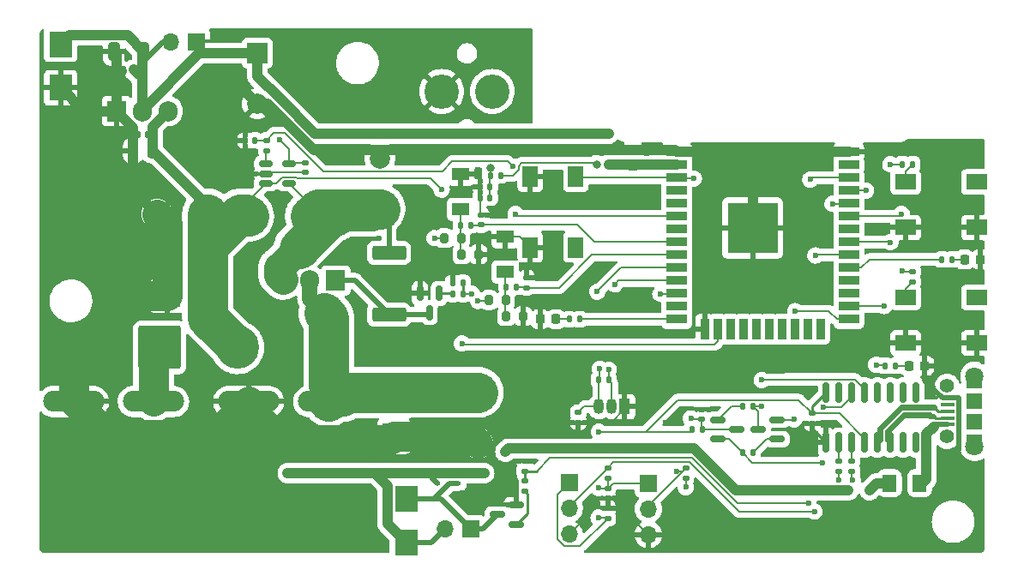
<source format=gtl>
%TF.GenerationSoftware,KiCad,Pcbnew,6.0.5-a6ca702e91~116~ubuntu20.04.1*%
%TF.CreationDate,2022-06-27T23:16:15-06:00*%
%TF.ProjectId,trailer-power-controller,74726169-6c65-4722-9d70-6f7765722d63,rev?*%
%TF.SameCoordinates,Original*%
%TF.FileFunction,Copper,L1,Top*%
%TF.FilePolarity,Positive*%
%FSLAX46Y46*%
G04 Gerber Fmt 4.6, Leading zero omitted, Abs format (unit mm)*
G04 Created by KiCad (PCBNEW 6.0.5-a6ca702e91~116~ubuntu20.04.1) date 2022-06-27 23:16:15*
%MOMM*%
%LPD*%
G01*
G04 APERTURE LIST*
G04 Aperture macros list*
%AMRoundRect*
0 Rectangle with rounded corners*
0 $1 Rounding radius*
0 $2 $3 $4 $5 $6 $7 $8 $9 X,Y pos of 4 corners*
0 Add a 4 corners polygon primitive as box body*
4,1,4,$2,$3,$4,$5,$6,$7,$8,$9,$2,$3,0*
0 Add four circle primitives for the rounded corners*
1,1,$1+$1,$2,$3*
1,1,$1+$1,$4,$5*
1,1,$1+$1,$6,$7*
1,1,$1+$1,$8,$9*
0 Add four rect primitives between the rounded corners*
20,1,$1+$1,$2,$3,$4,$5,0*
20,1,$1+$1,$4,$5,$6,$7,0*
20,1,$1+$1,$6,$7,$8,$9,0*
20,1,$1+$1,$8,$9,$2,$3,0*%
G04 Aperture macros list end*
%TA.AperFunction,ComponentPad*%
%ADD10C,3.400000*%
%TD*%
%TA.AperFunction,ComponentPad*%
%ADD11O,1.700000X1.700000*%
%TD*%
%TA.AperFunction,ComponentPad*%
%ADD12R,1.700000X1.700000*%
%TD*%
%TA.AperFunction,SMDPad,CuDef*%
%ADD13RoundRect,0.135000X0.185000X-0.135000X0.185000X0.135000X-0.185000X0.135000X-0.185000X-0.135000X0*%
%TD*%
%TA.AperFunction,SMDPad,CuDef*%
%ADD14RoundRect,0.250001X-0.462499X-0.624999X0.462499X-0.624999X0.462499X0.624999X-0.462499X0.624999X0*%
%TD*%
%TA.AperFunction,SMDPad,CuDef*%
%ADD15RoundRect,0.135000X-0.135000X-0.185000X0.135000X-0.185000X0.135000X0.185000X-0.135000X0.185000X0*%
%TD*%
%TA.AperFunction,SMDPad,CuDef*%
%ADD16RoundRect,0.140000X0.140000X0.170000X-0.140000X0.170000X-0.140000X-0.170000X0.140000X-0.170000X0*%
%TD*%
%TA.AperFunction,SMDPad,CuDef*%
%ADD17RoundRect,0.150000X-0.587500X-0.150000X0.587500X-0.150000X0.587500X0.150000X-0.587500X0.150000X0*%
%TD*%
%TA.AperFunction,SMDPad,CuDef*%
%ADD18RoundRect,0.140000X-0.170000X0.140000X-0.170000X-0.140000X0.170000X-0.140000X0.170000X0.140000X0*%
%TD*%
%TA.AperFunction,SMDPad,CuDef*%
%ADD19RoundRect,0.150000X-0.150000X0.587500X-0.150000X-0.587500X0.150000X-0.587500X0.150000X0.587500X0*%
%TD*%
%TA.AperFunction,SMDPad,CuDef*%
%ADD20R,1.700000X1.300000*%
%TD*%
%TA.AperFunction,SMDPad,CuDef*%
%ADD21RoundRect,0.200000X-0.200000X-0.275000X0.200000X-0.275000X0.200000X0.275000X-0.200000X0.275000X0*%
%TD*%
%TA.AperFunction,ComponentPad*%
%ADD22O,1.050000X1.500000*%
%TD*%
%TA.AperFunction,ComponentPad*%
%ADD23R,1.050000X1.500000*%
%TD*%
%TA.AperFunction,SMDPad,CuDef*%
%ADD24RoundRect,0.218750X0.218750X0.256250X-0.218750X0.256250X-0.218750X-0.256250X0.218750X-0.256250X0*%
%TD*%
%TA.AperFunction,SMDPad,CuDef*%
%ADD25RoundRect,0.150000X0.587500X0.150000X-0.587500X0.150000X-0.587500X-0.150000X0.587500X-0.150000X0*%
%TD*%
%TA.AperFunction,ComponentPad*%
%ADD26O,1.905000X2.000000*%
%TD*%
%TA.AperFunction,ComponentPad*%
%ADD27R,1.905000X2.000000*%
%TD*%
%TA.AperFunction,SMDPad,CuDef*%
%ADD28R,1.500000X2.000000*%
%TD*%
%TA.AperFunction,SMDPad,CuDef*%
%ADD29R,2.300000X2.500000*%
%TD*%
%TA.AperFunction,SMDPad,CuDef*%
%ADD30R,2.500000X2.300000*%
%TD*%
%TA.AperFunction,ComponentPad*%
%ADD31R,2.000000X2.000000*%
%TD*%
%TA.AperFunction,ComponentPad*%
%ADD32C,2.000000*%
%TD*%
%TA.AperFunction,SMDPad,CuDef*%
%ADD33RoundRect,0.249999X-0.450001X-1.425001X0.450001X-1.425001X0.450001X1.425001X-0.450001X1.425001X0*%
%TD*%
%TA.AperFunction,SMDPad,CuDef*%
%ADD34RoundRect,0.135000X0.135000X0.185000X-0.135000X0.185000X-0.135000X-0.185000X0.135000X-0.185000X0*%
%TD*%
%TA.AperFunction,SMDPad,CuDef*%
%ADD35RoundRect,0.249999X1.425001X-0.450001X1.425001X0.450001X-1.425001X0.450001X-1.425001X-0.450001X0*%
%TD*%
%TA.AperFunction,SMDPad,CuDef*%
%ADD36R,2.000000X1.500000*%
%TD*%
%TA.AperFunction,SMDPad,CuDef*%
%ADD37R,0.600000X0.450000*%
%TD*%
%TA.AperFunction,SMDPad,CuDef*%
%ADD38RoundRect,0.150000X0.150000X-0.825000X0.150000X0.825000X-0.150000X0.825000X-0.150000X-0.825000X0*%
%TD*%
%TA.AperFunction,ComponentPad*%
%ADD39O,6.030000X2.070000*%
%TD*%
%TA.AperFunction,SMDPad,CuDef*%
%ADD40RoundRect,0.225000X0.250000X-0.225000X0.250000X0.225000X-0.250000X0.225000X-0.250000X-0.225000X0*%
%TD*%
%TA.AperFunction,SMDPad,CuDef*%
%ADD41R,5.000000X5.000000*%
%TD*%
%TA.AperFunction,SMDPad,CuDef*%
%ADD42R,2.000000X0.900000*%
%TD*%
%TA.AperFunction,SMDPad,CuDef*%
%ADD43R,0.900000X2.000000*%
%TD*%
%TA.AperFunction,ComponentPad*%
%ADD44RoundRect,0.265625X-1.859375X-1.859375X1.859375X-1.859375X1.859375X1.859375X-1.859375X1.859375X0*%
%TD*%
%TA.AperFunction,ComponentPad*%
%ADD45C,4.250000*%
%TD*%
%TA.AperFunction,SMDPad,CuDef*%
%ADD46RoundRect,0.250000X0.325000X0.650000X-0.325000X0.650000X-0.325000X-0.650000X0.325000X-0.650000X0*%
%TD*%
%TA.AperFunction,SMDPad,CuDef*%
%ADD47RoundRect,0.135000X-0.185000X0.135000X-0.185000X-0.135000X0.185000X-0.135000X0.185000X0.135000X0*%
%TD*%
%TA.AperFunction,SMDPad,CuDef*%
%ADD48RoundRect,0.140000X0.170000X-0.140000X0.170000X0.140000X-0.170000X0.140000X-0.170000X-0.140000X0*%
%TD*%
%TA.AperFunction,SMDPad,CuDef*%
%ADD49RoundRect,0.218750X-0.218750X-0.256250X0.218750X-0.256250X0.218750X0.256250X-0.218750X0.256250X0*%
%TD*%
%TA.AperFunction,SMDPad,CuDef*%
%ADD50R,1.350000X0.400000*%
%TD*%
%TA.AperFunction,ComponentPad*%
%ADD51C,1.408000*%
%TD*%
%TA.AperFunction,ComponentPad*%
%ADD52C,1.800000*%
%TD*%
%TA.AperFunction,SMDPad,CuDef*%
%ADD53R,1.550000X1.500000*%
%TD*%
%TA.AperFunction,SMDPad,CuDef*%
%ADD54RoundRect,0.250000X0.250000X0.475000X-0.250000X0.475000X-0.250000X-0.475000X0.250000X-0.475000X0*%
%TD*%
%TA.AperFunction,SMDPad,CuDef*%
%ADD55RoundRect,0.150000X-0.512500X-0.150000X0.512500X-0.150000X0.512500X0.150000X-0.512500X0.150000X0*%
%TD*%
%TA.AperFunction,ViaPad*%
%ADD56C,0.600000*%
%TD*%
%TA.AperFunction,ViaPad*%
%ADD57C,1.000000*%
%TD*%
%TA.AperFunction,ViaPad*%
%ADD58C,0.800000*%
%TD*%
%TA.AperFunction,Conductor*%
%ADD59C,1.000000*%
%TD*%
%TA.AperFunction,Conductor*%
%ADD60C,0.500000*%
%TD*%
%TA.AperFunction,Conductor*%
%ADD61C,0.200000*%
%TD*%
%TA.AperFunction,Conductor*%
%ADD62C,4.000000*%
%TD*%
%TA.AperFunction,Conductor*%
%ADD63C,3.000000*%
%TD*%
%TA.AperFunction,Conductor*%
%ADD64C,0.250000*%
%TD*%
%TA.AperFunction,Conductor*%
%ADD65C,0.610000*%
%TD*%
%TA.AperFunction,Conductor*%
%ADD66C,1.500000*%
%TD*%
G04 APERTURE END LIST*
D10*
%TO.P,BZ1,1,-*%
%TO.N,Net-(BZ1-Pad1)*%
X91000000Y-64300000D03*
%TO.P,BZ1,2,+*%
%TO.N,GND*%
X86000000Y-64300000D03*
%TD*%
D11*
%TO.P,J9,2,Pin_2*%
%TO.N,+3V3*%
X59235000Y-59400000D03*
D12*
%TO.P,J9,1,Pin_1*%
%TO.N,GND*%
X61775000Y-59400000D03*
%TD*%
D13*
%TO.P,R27,1*%
%TO.N,Net-(U1-Pad34)*%
X125200000Y-101810000D03*
%TO.P,R27,2*%
%TO.N,/USB_TX*%
X125200000Y-100790000D03*
%TD*%
D14*
%TO.P,F1,1*%
%TO.N,Net-(D1-Pad2)*%
X130212500Y-103000000D03*
%TO.P,F1,2*%
%TO.N,Net-(F1-Pad2)*%
X133187500Y-103000000D03*
%TD*%
D15*
%TO.P,R16,1*%
%TO.N,Net-(D8-Pad1)*%
X92390000Y-83600000D03*
%TO.P,R16,2*%
%TO.N,/BATTERY_SENSE*%
X93410000Y-83600000D03*
%TD*%
D13*
%TO.P,R18,2*%
%TO.N,/TEMP_EXTERNAL*%
X110100000Y-101490000D03*
%TO.P,R18,1*%
%TO.N,+3V3*%
X110100000Y-102510000D03*
%TD*%
D16*
%TO.P,C12,1*%
%TO.N,Net-(BZ1-Pad1)*%
X90780000Y-73700000D03*
%TO.P,C12,2*%
%TO.N,GND*%
X89820000Y-73700000D03*
%TD*%
D17*
%TO.P,Q1,3,C*%
%TO.N,/EN*%
X115137500Y-97700000D03*
%TO.P,Q1,2,E*%
%TO.N,/USB_RTS*%
X113262500Y-98650000D03*
%TO.P,Q1,1,B*%
%TO.N,Net-(Q1-Pad1)*%
X113262500Y-96750000D03*
%TD*%
D18*
%TO.P,C19,2*%
%TO.N,GND*%
X72500000Y-72312323D03*
%TO.P,C19,1*%
%TO.N,+3V3*%
X72500000Y-71352323D03*
%TD*%
D19*
%TO.P,Q3,1,G*%
%TO.N,Net-(Q3-Pad1)*%
X85750000Y-84262500D03*
%TO.P,Q3,2,S*%
%TO.N,GND*%
X83850000Y-84262500D03*
%TO.P,Q3,3,D*%
%TO.N,Net-(Q3-Pad3)*%
X84800000Y-86137500D03*
%TD*%
D20*
%TO.P,D8,1,K*%
%TO.N,Net-(D8-Pad1)*%
X92300000Y-82150000D03*
%TO.P,D8,2,A*%
%TO.N,GND*%
X92300000Y-78650000D03*
%TD*%
%TO.P,D7,2,A*%
%TO.N,GND*%
X87900000Y-72450000D03*
%TO.P,D7,1,K*%
%TO.N,Net-(D7-Pad1)*%
X87900000Y-75950000D03*
%TD*%
D15*
%TO.P,R9,2*%
%TO.N,/EN*%
X111710000Y-97700000D03*
%TO.P,R9,1*%
%TO.N,+3V3*%
X110690000Y-97700000D03*
%TD*%
D21*
%TO.P,R12,2*%
%TO.N,GND*%
X89625000Y-80400000D03*
%TO.P,R12,1*%
%TO.N,Net-(D7-Pad1)*%
X87975000Y-80400000D03*
%TD*%
D22*
%TO.P,U4,3,VDD*%
%TO.N,+3V3*%
X101530000Y-95440000D03*
%TO.P,U4,2,DQ*%
%TO.N,/TEMP_INTERAL*%
X102800000Y-95440000D03*
D23*
%TO.P,U4,1,GND*%
%TO.N,GND*%
X104070000Y-95440000D03*
%TD*%
D21*
%TO.P,R13,1*%
%TO.N,/BATTERY+*%
X90675000Y-84900000D03*
%TO.P,R13,2*%
%TO.N,Net-(D8-Pad1)*%
X92325000Y-84900000D03*
%TD*%
D24*
%TO.P,D5,1,K*%
%TO.N,GND*%
X133687500Y-91400000D03*
%TO.P,D5,2,A*%
%TO.N,Net-(D5-Pad2)*%
X132112500Y-91400000D03*
%TD*%
D25*
%TO.P,Q2,1,B*%
%TO.N,Net-(Q2-Pad1)*%
X119137500Y-98650000D03*
%TO.P,Q2,2,E*%
%TO.N,/IO0*%
X119137500Y-96750000D03*
%TO.P,Q2,3,C*%
%TO.N,/USB_DTR*%
X117262500Y-97700000D03*
%TD*%
D26*
%TO.P,U3,3,VI*%
%TO.N,/VEHICLE+*%
X58980000Y-66250000D03*
%TO.P,U3,2,VO*%
%TO.N,+3V3*%
X56440000Y-66250000D03*
D27*
%TO.P,U3,1,GND*%
%TO.N,GND*%
X53900000Y-66250000D03*
%TD*%
D15*
%TO.P,R2,1*%
%TO.N,Net-(D3-Pad2)*%
X98590000Y-86800000D03*
%TO.P,R2,2*%
%TO.N,Net-(R2-Pad2)*%
X99610000Y-86800000D03*
%TD*%
D28*
%TO.P,SW3,1,1*%
%TO.N,/EN*%
X99250000Y-79700000D03*
X99250000Y-72700000D03*
%TO.P,SW3,2,2*%
%TO.N,GND*%
X94750000Y-72700000D03*
X94750000Y-79700000D03*
%TD*%
D29*
%TO.P,D10,1,A1*%
%TO.N,/BATTERY+*%
X81300000Y-94050000D03*
%TO.P,D10,2,A2*%
%TO.N,GND*%
X81300000Y-98350000D03*
%TD*%
D25*
%TO.P,Q4,1,G*%
%TO.N,Net-(Q4-Pad1)*%
X93375000Y-107050000D03*
%TO.P,Q4,2,S*%
%TO.N,GND*%
X93375000Y-105150000D03*
%TO.P,Q4,3,D*%
%TO.N,/RELAY_OUT*%
X91500000Y-106100000D03*
%TD*%
D29*
%TO.P,D9,1,A1*%
%TO.N,/VEHICLE+*%
X82500000Y-108850000D03*
%TO.P,D9,2,A2*%
%TO.N,/RELAY_OUT*%
X82500000Y-104550000D03*
%TD*%
D30*
%TO.P,D2,1,A1*%
%TO.N,GND*%
X58882323Y-84500000D03*
%TO.P,D2,2,A2*%
%TO.N,/VEHICLE+*%
X63182323Y-84500000D03*
%TD*%
D31*
%TO.P,C18,1*%
%TO.N,Net-(C18-Pad1)*%
X79900000Y-75900000D03*
D32*
%TO.P,C18,2*%
%TO.N,GND*%
X79900000Y-70900000D03*
%TD*%
D33*
%TO.P,R20,1*%
%TO.N,/VEHICLE+*%
X66950000Y-76632323D03*
%TO.P,R20,2*%
%TO.N,Net-(C18-Pad1)*%
X73050000Y-76632323D03*
%TD*%
D34*
%TO.P,R23,1*%
%TO.N,/CHARGE_EN*%
X88110000Y-84300000D03*
%TO.P,R23,2*%
%TO.N,Net-(Q3-Pad1)*%
X87090000Y-84300000D03*
%TD*%
%TO.P,R4,1*%
%TO.N,/USB_DTR*%
X116710000Y-95400000D03*
%TO.P,R4,2*%
%TO.N,Net-(Q1-Pad1)*%
X115690000Y-95400000D03*
%TD*%
D35*
%TO.P,R24,1*%
%TO.N,Net-(Q3-Pad3)*%
X80800000Y-86350000D03*
%TO.P,R24,2*%
%TO.N,Net-(C18-Pad1)*%
X80800000Y-80250000D03*
%TD*%
D16*
%TO.P,C8,2*%
%TO.N,GND*%
X54620000Y-62150000D03*
%TO.P,C8,1*%
%TO.N,+3V3*%
X55580000Y-62150000D03*
%TD*%
D36*
%TO.P,SW2,1,1*%
%TO.N,Net-(R8-Pad1)*%
X138800000Y-73250000D03*
X131800000Y-73250000D03*
%TO.P,SW2,2,2*%
%TO.N,GND*%
X138800000Y-77750000D03*
X131800000Y-77750000D03*
%TD*%
D16*
%TO.P,C5,1*%
%TO.N,/VEHICLE+*%
X56980000Y-68550000D03*
%TO.P,C5,2*%
%TO.N,GND*%
X56020000Y-68550000D03*
%TD*%
D15*
%TO.P,R15,2*%
%TO.N,/VEHICLE_SENSE*%
X88910000Y-77500000D03*
%TO.P,R15,1*%
%TO.N,Net-(D7-Pad1)*%
X87890000Y-77500000D03*
%TD*%
D13*
%TO.P,R1,1*%
%TO.N,Net-(R1-Pad1)*%
X126500000Y-101810000D03*
%TO.P,R1,2*%
%TO.N,/USB_RX*%
X126500000Y-100790000D03*
%TD*%
D16*
%TO.P,C11,1*%
%TO.N,Net-(BZ1-Pad1)*%
X90780000Y-74800000D03*
%TO.P,C11,2*%
%TO.N,GND*%
X89820000Y-74800000D03*
%TD*%
D37*
%TO.P,D11,1,K*%
%TO.N,/VEHICLE+*%
X85550000Y-103000000D03*
%TO.P,D11,2,A*%
%TO.N,/RELAY_OUT*%
X87650000Y-103000000D03*
%TD*%
D38*
%TO.P,U2,16,VCC*%
%TO.N,+3V3*%
X123955000Y-94025000D03*
%TO.P,U2,15,R232*%
%TO.N,unconnected-(U2-Pad15)*%
X125225000Y-94025000D03*
%TO.P,U2,14,~{RTS}*%
%TO.N,/USB_RTS*%
X126495000Y-94025000D03*
%TO.P,U2,13,~{DTR}*%
%TO.N,/USB_DTR*%
X127765000Y-94025000D03*
%TO.P,U2,12,~{DCD}*%
%TO.N,unconnected-(U2-Pad12)*%
X129035000Y-94025000D03*
%TO.P,U2,11,~{RI}*%
%TO.N,unconnected-(U2-Pad11)*%
X130305000Y-94025000D03*
%TO.P,U2,10,~{DSR}*%
%TO.N,unconnected-(U2-Pad10)*%
X131575000Y-94025000D03*
%TO.P,U2,9,~{CTS}*%
%TO.N,unconnected-(U2-Pad9)*%
X132845000Y-94025000D03*
%TO.P,U2,8,NC*%
%TO.N,unconnected-(U2-Pad8)*%
X132845000Y-98975000D03*
%TO.P,U2,7,NC*%
%TO.N,unconnected-(U2-Pad7)*%
X131575000Y-98975000D03*
%TO.P,U2,6,UD-*%
%TO.N,/USB_DN*%
X130305000Y-98975000D03*
%TO.P,U2,5,UD+*%
%TO.N,/USB_DP*%
X129035000Y-98975000D03*
%TO.P,U2,4,V3*%
%TO.N,+3V3*%
X127765000Y-98975000D03*
%TO.P,U2,3,RXD*%
%TO.N,/USB_RX*%
X126495000Y-98975000D03*
%TO.P,U2,2,TXD*%
%TO.N,/USB_TX*%
X125225000Y-98975000D03*
%TO.P,U2,1,GND*%
%TO.N,GND*%
X123955000Y-98975000D03*
%TD*%
D39*
%TO.P,J1,1*%
%TO.N,Net-(J1-Pad1)*%
X57550000Y-94925000D03*
%TO.P,J1,2*%
%TO.N,GND*%
X49650000Y-94925000D03*
%TD*%
D15*
%TO.P,R21,1*%
%TO.N,GND*%
X87090000Y-83200000D03*
%TO.P,R21,2*%
%TO.N,/CHARGE_EN*%
X88110000Y-83200000D03*
%TD*%
%TO.P,R17,2*%
%TO.N,/TEMP_INTERAL*%
X102510000Y-92800000D03*
%TO.P,R17,1*%
%TO.N,+3V3*%
X101490000Y-92800000D03*
%TD*%
D39*
%TO.P,J7,1*%
%TO.N,/BATTERY+*%
X74850000Y-94925000D03*
%TO.P,J7,2*%
%TO.N,GND*%
X66950000Y-94925000D03*
%TD*%
D34*
%TO.P,R7,1*%
%TO.N,Net-(D5-Pad2)*%
X130810000Y-91400000D03*
%TO.P,R7,2*%
%TO.N,Net-(R7-Pad2)*%
X129790000Y-91400000D03*
%TD*%
D21*
%TO.P,R11,2*%
%TO.N,Net-(D7-Pad1)*%
X87925000Y-78800000D03*
%TO.P,R11,1*%
%TO.N,/VEHICLE+*%
X86275000Y-78800000D03*
%TD*%
D15*
%TO.P,R5,1*%
%TO.N,/USB_RTS*%
X115690000Y-100000000D03*
%TO.P,R5,2*%
%TO.N,Net-(Q2-Pad1)*%
X116710000Y-100000000D03*
%TD*%
D36*
%TO.P,SW1,1,1*%
%TO.N,Net-(R3-Pad1)*%
X138800000Y-84650000D03*
X131800000Y-84650000D03*
%TO.P,SW1,2,2*%
%TO.N,GND*%
X138800000Y-89150000D03*
X131800000Y-89150000D03*
%TD*%
D16*
%TO.P,C20,1*%
%TO.N,/LOAD_SENSE*%
X67580000Y-69132323D03*
%TO.P,C20,2*%
%TO.N,GND*%
X66620000Y-69132323D03*
%TD*%
D40*
%TO.P,C3,2*%
%TO.N,GND*%
X104900610Y-70125000D03*
%TO.P,C3,1*%
%TO.N,+3V3*%
X104900610Y-71675000D03*
%TD*%
D18*
%TO.P,C17,2*%
%TO.N,GND*%
X99500000Y-96980000D03*
%TO.P,C17,1*%
%TO.N,+3V3*%
X99500000Y-96020000D03*
%TD*%
D11*
%TO.P,J5,3,Pin_3*%
%TO.N,GND*%
X98590000Y-108055000D03*
%TO.P,J5,2,Pin_2*%
%TO.N,/TEMP_AUX*%
X98590000Y-105515000D03*
D12*
%TO.P,J5,1,Pin_1*%
%TO.N,+3V3*%
X98590000Y-102975000D03*
%TD*%
D37*
%TO.P,D1,1,K*%
%TO.N,/VEHICLE+*%
X126150000Y-103700000D03*
%TO.P,D1,2,A*%
%TO.N,Net-(D1-Pad2)*%
X128250000Y-103700000D03*
%TD*%
D32*
%TO.P,C10,2*%
%TO.N,GND*%
X67800000Y-65532323D03*
D31*
%TO.P,C10,1*%
%TO.N,+3V3*%
X67800000Y-60532323D03*
%TD*%
D12*
%TO.P,J6,1,Pin_1*%
%TO.N,/RELAY_OUT*%
X88870000Y-107500000D03*
D11*
%TO.P,J6,2,Pin_2*%
%TO.N,/VEHICLE+*%
X86330000Y-107500000D03*
%TD*%
D41*
%TO.P,U1,39,GND*%
%TO.N,GND*%
X116700000Y-77795000D03*
D42*
%TO.P,U1,38,GND*%
X126200000Y-70295000D03*
%TO.P,U1,37,IO23*%
%TO.N,unconnected-(U1-Pad37)*%
X126200000Y-71565000D03*
%TO.P,U1,36,IO22*%
%TO.N,/RELAY_EN*%
X126200000Y-72835000D03*
%TO.P,U1,35,TXD0/IO1*%
%TO.N,Net-(R1-Pad1)*%
X126200000Y-74105000D03*
%TO.P,U1,34,RXD0/IO3*%
%TO.N,Net-(U1-Pad34)*%
X126200000Y-75375000D03*
%TO.P,U1,33,IO21*%
%TO.N,Net-(R3-Pad2)*%
X126200000Y-76645000D03*
%TO.P,U1,32,NC*%
%TO.N,unconnected-(U1-Pad32)*%
X126200000Y-77915000D03*
%TO.P,U1,31,IO19*%
%TO.N,Net-(R8-Pad2)*%
X126200000Y-79185000D03*
%TO.P,U1,30,IO18*%
%TO.N,/TEMP_AUX*%
X126200000Y-80455000D03*
%TO.P,U1,29,IO5*%
%TO.N,Net-(R6-Pad2)*%
X126200000Y-81725000D03*
%TO.P,U1,28,IO17*%
%TO.N,unconnected-(U1-Pad28)*%
X126200000Y-82995000D03*
%TO.P,U1,27,IO16*%
%TO.N,unconnected-(U1-Pad27)*%
X126200000Y-84265000D03*
%TO.P,U1,26,IO4*%
%TO.N,Net-(R7-Pad2)*%
X126200000Y-85535000D03*
%TO.P,U1,25,IO0*%
%TO.N,/IO0*%
X126200000Y-86805000D03*
D43*
%TO.P,U1,24,IO2*%
%TO.N,unconnected-(U1-Pad24)*%
X123415000Y-87805000D03*
%TO.P,U1,23,IO15*%
%TO.N,unconnected-(U1-Pad23)*%
X122145000Y-87805000D03*
%TO.P,U1,22,SDI/SD1*%
%TO.N,unconnected-(U1-Pad22)*%
X120875000Y-87805000D03*
%TO.P,U1,21,SDO/SD0*%
%TO.N,unconnected-(U1-Pad21)*%
X119605000Y-87805000D03*
%TO.P,U1,20,SCK/CLK*%
%TO.N,unconnected-(U1-Pad20)*%
X118335000Y-87805000D03*
%TO.P,U1,19,SCS/CMD*%
%TO.N,unconnected-(U1-Pad19)*%
X117065000Y-87805000D03*
%TO.P,U1,18,SWP/SD3*%
%TO.N,unconnected-(U1-Pad18)*%
X115795000Y-87805000D03*
%TO.P,U1,17,SHD/SD2*%
%TO.N,unconnected-(U1-Pad17)*%
X114525000Y-87805000D03*
%TO.P,U1,16,IO13*%
%TO.N,/CHARGE_EN*%
X113255000Y-87805000D03*
%TO.P,U1,15,GND*%
%TO.N,GND*%
X111985000Y-87805000D03*
D42*
%TO.P,U1,14,IO12*%
%TO.N,Net-(R2-Pad2)*%
X109200000Y-86805000D03*
%TO.P,U1,13,IO14*%
%TO.N,unconnected-(U1-Pad13)*%
X109200000Y-85535000D03*
%TO.P,U1,12,IO27*%
%TO.N,/TEMP_EXTERNAL*%
X109200000Y-84265000D03*
%TO.P,U1,11,IO26*%
%TO.N,/TEMP_INTERAL*%
X109200000Y-82995000D03*
%TO.P,U1,10,IO25*%
%TO.N,/BUZZER*%
X109200000Y-81725000D03*
%TO.P,U1,9,IO33*%
%TO.N,/BATTERY_SENSE*%
X109200000Y-80455000D03*
%TO.P,U1,8,IO32*%
%TO.N,/VEHICLE_SENSE*%
X109200000Y-79185000D03*
%TO.P,U1,7,IO35*%
%TO.N,unconnected-(U1-Pad7)*%
X109200000Y-77915000D03*
%TO.P,U1,6,IO34*%
%TO.N,/LOAD_SENSE*%
X109200000Y-76645000D03*
%TO.P,U1,5,SENSOR_VN*%
%TO.N,unconnected-(U1-Pad5)*%
X109200000Y-75375000D03*
%TO.P,U1,4,SENSOR_VP*%
%TO.N,unconnected-(U1-Pad4)*%
X109200000Y-74105000D03*
%TO.P,U1,3,EN*%
%TO.N,/EN*%
X109200000Y-72835000D03*
%TO.P,U1,2,VDD*%
%TO.N,+3V3*%
X109200000Y-71565000D03*
%TO.P,U1,1,GND*%
%TO.N,GND*%
X109200000Y-70295000D03*
%TD*%
D11*
%TO.P,J4,3,Pin_3*%
%TO.N,GND*%
X106400000Y-108080000D03*
%TO.P,J4,2,Pin_2*%
%TO.N,/TEMP_EXTERNAL*%
X106400000Y-105540000D03*
D12*
%TO.P,J4,1,Pin_1*%
%TO.N,+3V3*%
X106400000Y-103000000D03*
%TD*%
D24*
%TO.P,D4,2,A*%
%TO.N,Net-(D4-Pad2)*%
X137612500Y-80900000D03*
%TO.P,D4,1,K*%
%TO.N,GND*%
X139187500Y-80900000D03*
%TD*%
D44*
%TO.P,J3,1,Pin_1*%
%TO.N,Net-(J1-Pad1)*%
X58150000Y-89600000D03*
D45*
%TO.P,J3,2,Pin_2*%
%TO.N,/VEHICLE+*%
X65850000Y-89600000D03*
%TD*%
D34*
%TO.P,R8,1*%
%TO.N,Net-(R8-Pad1)*%
X132510000Y-71500000D03*
%TO.P,R8,2*%
%TO.N,Net-(R8-Pad2)*%
X131490000Y-71500000D03*
%TD*%
D29*
%TO.P,D6,2,A2*%
%TO.N,+3V3*%
X48400000Y-59650000D03*
%TO.P,D6,1,A1*%
%TO.N,GND*%
X48400000Y-63950000D03*
%TD*%
D46*
%TO.P,C9,2*%
%TO.N,GND*%
X53625000Y-60350000D03*
%TO.P,C9,1*%
%TO.N,+3V3*%
X56575000Y-60350000D03*
%TD*%
D47*
%TO.P,R25,1*%
%TO.N,/RELAY_EN*%
X94200000Y-102790000D03*
%TO.P,R25,2*%
%TO.N,Net-(Q4-Pad1)*%
X94200000Y-103810000D03*
%TD*%
D34*
%TO.P,R10,1*%
%TO.N,/BUZZER*%
X91810000Y-72600000D03*
%TO.P,R10,2*%
%TO.N,Net-(BZ1-Pad1)*%
X90790000Y-72600000D03*
%TD*%
D21*
%TO.P,R14,1*%
%TO.N,Net-(D8-Pad1)*%
X92375000Y-86500000D03*
%TO.P,R14,2*%
%TO.N,GND*%
X94025000Y-86500000D03*
%TD*%
D48*
%TO.P,C16,2*%
%TO.N,GND*%
X102400000Y-105520000D03*
%TO.P,C16,1*%
%TO.N,+3V3*%
X102400000Y-106480000D03*
%TD*%
D31*
%TO.P,C21,1*%
%TO.N,/BATTERY+*%
X89600000Y-94032323D03*
D32*
%TO.P,C21,2*%
%TO.N,GND*%
X89600000Y-99032323D03*
%TD*%
D27*
%TO.P,Q5,1,G*%
%TO.N,Net-(Q3-Pad3)*%
X75540000Y-82987323D03*
D26*
%TO.P,Q5,2,D*%
%TO.N,/BATTERY+*%
X73000000Y-82987323D03*
%TO.P,Q5,3,S*%
%TO.N,Net-(C18-Pad1)*%
X70460000Y-82987323D03*
%TD*%
D49*
%TO.P,D3,1,K*%
%TO.N,GND*%
X95712500Y-86800000D03*
%TO.P,D3,2,A*%
%TO.N,Net-(D3-Pad2)*%
X97287500Y-86800000D03*
%TD*%
D47*
%TO.P,R22,1*%
%TO.N,GND*%
X94200000Y-100790000D03*
%TO.P,R22,2*%
%TO.N,/RELAY_EN*%
X94200000Y-101810000D03*
%TD*%
D34*
%TO.P,R6,2*%
%TO.N,Net-(R6-Pad2)*%
X135390000Y-80900000D03*
%TO.P,R6,1*%
%TO.N,Net-(D4-Pad2)*%
X136410000Y-80900000D03*
%TD*%
D13*
%TO.P,R26,1*%
%TO.N,Net-(R26-Pad1)*%
X68700000Y-70142323D03*
%TO.P,R26,2*%
%TO.N,/LOAD_SENSE*%
X68700000Y-69122323D03*
%TD*%
D48*
%TO.P,C14,1*%
%TO.N,/BATTERY_SENSE*%
X94400000Y-83680000D03*
%TO.P,C14,2*%
%TO.N,GND*%
X94400000Y-82720000D03*
%TD*%
%TO.P,C13,2*%
%TO.N,GND*%
X89900000Y-76520000D03*
%TO.P,C13,1*%
%TO.N,/VEHICLE_SENSE*%
X89900000Y-77480000D03*
%TD*%
%TO.P,C7,1*%
%TO.N,/EN*%
X111700000Y-96680000D03*
%TO.P,C7,2*%
%TO.N,GND*%
X111700000Y-95720000D03*
%TD*%
%TO.P,C2,2*%
%TO.N,+3V3*%
X122600000Y-96120000D03*
%TO.P,C2,1*%
%TO.N,GND*%
X122600000Y-97080000D03*
%TD*%
D18*
%TO.P,C15,2*%
%TO.N,GND*%
X102400000Y-104480000D03*
%TO.P,C15,1*%
%TO.N,+3V3*%
X102400000Y-103520000D03*
%TD*%
D13*
%TO.P,R19,2*%
%TO.N,/TEMP_AUX*%
X102400000Y-101490000D03*
%TO.P,R19,1*%
%TO.N,+3V3*%
X102400000Y-102510000D03*
%TD*%
D48*
%TO.P,C1,2*%
%TO.N,GND*%
X106200610Y-70420000D03*
%TO.P,C1,1*%
%TO.N,+3V3*%
X106200610Y-71380000D03*
%TD*%
D50*
%TO.P,J2,1,VBUS*%
%TO.N,Net-(F1-Pad2)*%
X135925000Y-97200000D03*
%TO.P,J2,2,D-*%
%TO.N,/USB_DN*%
X135925000Y-96550000D03*
%TO.P,J2,3,D+*%
%TO.N,/USB_DP*%
X135925000Y-95900000D03*
%TO.P,J2,4,ID*%
%TO.N,unconnected-(J2-Pad4)*%
X135925000Y-95250000D03*
%TO.P,J2,5,GND*%
%TO.N,GND*%
X135925000Y-94600000D03*
D51*
%TO.P,J2,P$6*%
%TO.N,N/C*%
X135900000Y-98400000D03*
%TO.P,J2,P$7*%
X135900000Y-93400000D03*
D52*
%TO.P,J2,P$8*%
X138600000Y-99400000D03*
%TO.P,J2,P$9*%
X138600000Y-92400000D03*
D53*
%TO.P,J2,P$10*%
X138600000Y-96900000D03*
%TO.P,J2,P$11*%
X138600000Y-94900000D03*
%TO.P,J2,P$12*%
X138600000Y-98950000D03*
%TO.P,J2,P$13*%
X138600000Y-92850000D03*
%TD*%
D54*
%TO.P,C6,1*%
%TO.N,/VEHICLE+*%
X57450000Y-70150000D03*
%TO.P,C6,2*%
%TO.N,GND*%
X55550000Y-70150000D03*
%TD*%
D31*
%TO.P,C4,1*%
%TO.N,/VEHICLE+*%
X62900000Y-76400000D03*
D32*
%TO.P,C4,2*%
%TO.N,GND*%
X57900000Y-76400000D03*
%TD*%
D55*
%TO.P,U5,5,V+*%
%TO.N,+3V3*%
X70937500Y-71482323D03*
%TO.P,U5,4,-*%
%TO.N,Net-(C18-Pad1)*%
X70937500Y-73382323D03*
%TO.P,U5,3,+*%
%TO.N,/VEHICLE+*%
X68662500Y-73382323D03*
%TO.P,U5,2,GND*%
%TO.N,GND*%
X68662500Y-72432323D03*
%TO.P,U5,1*%
%TO.N,Net-(R26-Pad1)*%
X68662500Y-71482323D03*
%TD*%
D13*
%TO.P,R3,1*%
%TO.N,Net-(R3-Pad1)*%
X132500000Y-83110000D03*
%TO.P,R3,2*%
%TO.N,Net-(R3-Pad2)*%
X132500000Y-82090000D03*
%TD*%
D56*
%TO.N,GND*%
X83400000Y-90300000D03*
D57*
X136500000Y-100300000D03*
X134275000Y-93425000D03*
%TO.N,Net-(C18-Pad1)*%
X72450000Y-79250000D03*
X75467677Y-76632323D03*
D56*
%TO.N,/VEHICLE+*%
X70800000Y-102000000D03*
%TO.N,GND*%
X113300000Y-73500000D03*
X120500000Y-72900000D03*
X120800000Y-78900000D03*
X112100000Y-80100000D03*
X112800000Y-85400000D03*
X118200000Y-85400000D03*
X128900000Y-101000000D03*
X121100000Y-99800000D03*
X70000000Y-76100000D03*
X66600000Y-82300000D03*
X70600000Y-89000000D03*
X63500000Y-68500000D03*
X74200000Y-59100000D03*
X80800000Y-59100000D03*
X87100000Y-59100000D03*
X93300000Y-59100000D03*
X53900000Y-81700000D03*
X51800000Y-72900000D03*
X47100000Y-77200000D03*
X47100000Y-67800000D03*
X76400000Y-105300000D03*
X67900000Y-105000000D03*
X49300000Y-101200000D03*
X57500000Y-103100000D03*
X50200000Y-107600000D03*
X58500000Y-108600000D03*
X97900000Y-92000000D03*
X107200000Y-91200000D03*
X108100000Y-97000000D03*
X112800000Y-95700000D03*
X111200000Y-108500000D03*
X116700000Y-108700000D03*
X124700000Y-108700000D03*
X132500000Y-108200000D03*
X138800000Y-101400000D03*
X138900000Y-86800000D03*
X139000000Y-82700000D03*
X138800000Y-79400000D03*
X138800000Y-75300000D03*
X138100000Y-70000000D03*
X134500000Y-70000000D03*
X131400000Y-70000000D03*
X128700000Y-70200000D03*
X103775000Y-70125000D03*
X107375000Y-70125000D03*
X111305000Y-70295000D03*
X115305000Y-70295000D03*
X119205000Y-70295000D03*
X123405000Y-70295000D03*
X116700000Y-77795000D03*
X115600000Y-76600000D03*
X118400000Y-76600000D03*
X115700000Y-79300000D03*
X118300000Y-79300000D03*
X106000000Y-75300000D03*
X96700000Y-75200000D03*
X97000000Y-81800000D03*
X105300000Y-85100000D03*
X90700000Y-87200000D03*
%TO.N,/USB_DTR*%
X117600000Y-95400000D03*
X117600000Y-92800000D03*
%TO.N,+3V3*%
X101530000Y-97930000D03*
X110100000Y-103400000D03*
X101530000Y-103470000D03*
X101500000Y-106400000D03*
X101600000Y-91700000D03*
X70050000Y-65050000D03*
X70000000Y-69100000D03*
%TO.N,Net-(R7-Pad2)*%
X129700000Y-85500000D03*
X128900000Y-91300000D03*
%TO.N,Net-(R8-Pad2)*%
X130300000Y-71500000D03*
X130300000Y-79200000D03*
%TO.N,Net-(R3-Pad2)*%
X131500000Y-82000000D03*
X131400000Y-76400000D03*
%TO.N,/TEMP_AUX*%
X122900000Y-80500000D03*
X122800000Y-105800000D03*
%TO.N,/TEMP_EXTERNAL*%
X107600000Y-84300000D03*
X109163245Y-101799500D03*
%TO.N,/TEMP_INTERAL*%
X102500000Y-91800000D03*
X103099500Y-83364068D03*
%TO.N,/CHARGE_EN*%
X88000000Y-89200000D03*
X89000000Y-84300000D03*
%TO.N,/BATTERY+*%
X89600000Y-85000000D03*
%TO.N,/LOAD_SENSE*%
X93300000Y-76400000D03*
X93000000Y-71700000D03*
%TO.N,/VEHICLE+*%
X85300000Y-78800000D03*
X86000000Y-74000000D03*
%TO.N,/RELAY_EN*%
X122400000Y-73000000D03*
X122200000Y-105000000D03*
%TO.N,/USB_RTS*%
X123700000Y-95500000D03*
X123600000Y-101000000D03*
%TO.N,Net-(R1-Pad1)*%
X126600000Y-102700000D03*
X127900000Y-74100000D03*
%TO.N,Net-(U1-Pad34)*%
X124600000Y-75400000D03*
X125200000Y-102700000D03*
%TO.N,/IO0*%
X120800000Y-96700000D03*
X120900000Y-86000000D03*
%TO.N,/EN*%
X110900000Y-72900000D03*
X110600000Y-96600000D03*
%TO.N,/BUZZER*%
X101360313Y-84083023D03*
D58*
X101300000Y-71500000D03*
%TO.N,Net-(BZ1-Pad1)*%
X90864122Y-71899500D03*
%TO.N,/VEHICLE+*%
X92300000Y-99900000D03*
X90200000Y-102000000D03*
%TO.N,+3V3*%
X102500000Y-68500000D03*
X102500000Y-71500000D03*
%TO.N,GND*%
X60500000Y-64400000D03*
%TD*%
D59*
%TO.N,+3V3*%
X56440000Y-61440000D02*
X56440000Y-60485000D01*
D60*
X56440000Y-61440000D02*
X58480000Y-59400000D01*
D59*
X56440000Y-62660000D02*
X56440000Y-61440000D01*
D60*
X58480000Y-59400000D02*
X59235000Y-59400000D01*
%TO.N,GND*%
X93375000Y-102807323D02*
X89600000Y-99032323D01*
D61*
%TO.N,/USB_DTR*%
X126850480Y-92750480D02*
X119949520Y-92750480D01*
X119949520Y-92750480D02*
X119900000Y-92800000D01*
X117600000Y-92800000D02*
X119900000Y-92800000D01*
X127765000Y-94025000D02*
X127765000Y-93684283D01*
X127765000Y-93684283D02*
X126831197Y-92750480D01*
D60*
%TO.N,GND*%
X135925000Y-94600000D02*
X137049022Y-94600000D01*
X137049022Y-94600000D02*
X137053511Y-94604489D01*
X137053511Y-94604489D02*
X137053511Y-99746489D01*
X137053511Y-99746489D02*
X136500000Y-100300000D01*
X134275000Y-93425000D02*
X133687500Y-92837500D01*
X135925000Y-94600000D02*
X135450000Y-94600000D01*
X135450000Y-94600000D02*
X134275000Y-93425000D01*
X133687500Y-92837500D02*
X133687500Y-91400000D01*
D62*
%TO.N,Net-(C18-Pad1)*%
X75467677Y-76632323D02*
X75067677Y-76632323D01*
X75067677Y-76632323D02*
X73050000Y-78650000D01*
X73050000Y-78650000D02*
X71912197Y-79787803D01*
X79900000Y-75900000D02*
X73782323Y-75900000D01*
X73782323Y-75900000D02*
X73050000Y-76632323D01*
D61*
%TO.N,/VEHICLE+*%
X68662500Y-73382323D02*
X69639283Y-73382323D01*
X69639283Y-73382323D02*
X70238803Y-72782803D01*
X70238803Y-72782803D02*
X71636197Y-72782803D01*
X71636197Y-72782803D02*
X71753394Y-72900000D01*
X71753394Y-72900000D02*
X84900000Y-72900000D01*
X84900000Y-72900000D02*
X86000000Y-74000000D01*
D63*
%TO.N,GND*%
X69750000Y-98350000D02*
X70100000Y-98700000D01*
X70100000Y-98700000D02*
X80950000Y-98700000D01*
X80950000Y-98700000D02*
X81300000Y-98350000D01*
D62*
%TO.N,/BATTERY+*%
X81300000Y-94050000D02*
X75725000Y-94050000D01*
X75725000Y-94050000D02*
X74850000Y-94925000D01*
X89600000Y-94032323D02*
X79067677Y-94032323D01*
X74850000Y-93400000D02*
X74850000Y-86650000D01*
X74850000Y-86650000D02*
X74386834Y-86186834D01*
%TO.N,/VEHICLE+*%
X62900000Y-79600000D02*
X62900000Y-76400000D01*
X62900000Y-86650000D02*
X62900000Y-79600000D01*
X66100000Y-76400000D02*
X66717677Y-76400000D01*
X62900000Y-79600000D02*
X66100000Y-76400000D01*
X66717677Y-76400000D02*
X66950000Y-76632323D01*
X65850000Y-89600000D02*
X62900000Y-86650000D01*
D63*
%TO.N,Net-(C18-Pad1)*%
X72450000Y-79250000D02*
X70000000Y-81700000D01*
X75467677Y-76632323D02*
X79167677Y-76632323D01*
D59*
%TO.N,/VEHICLE+*%
X80650489Y-103249511D02*
X80650489Y-107000489D01*
X80650489Y-107000489D02*
X82500000Y-108850000D01*
X77300000Y-102000000D02*
X70800000Y-102000000D01*
X90200000Y-102000000D02*
X77300000Y-102000000D01*
X77300000Y-102000000D02*
X79400978Y-102000000D01*
X79400978Y-102000000D02*
X80650489Y-103249511D01*
%TO.N,GND*%
X103775000Y-70125000D02*
X104900610Y-70125000D01*
X107375000Y-70125000D02*
X109030000Y-70125000D01*
X111305000Y-70295000D02*
X113595000Y-70295000D01*
X115305000Y-70295000D02*
X119205000Y-70295000D01*
X119205000Y-70295000D02*
X123405000Y-70295000D01*
X123405000Y-70295000D02*
X126200000Y-70295000D01*
D61*
X92300000Y-78650000D02*
X93700000Y-78650000D01*
X93700000Y-78650000D02*
X94750000Y-79700000D01*
%TO.N,+3V3*%
X122600000Y-96120000D02*
X125250717Y-96120000D01*
X125250717Y-96120000D02*
X127765000Y-98634283D01*
X127765000Y-98634283D02*
X127765000Y-98975000D01*
%TO.N,/USB_RTS*%
X125500000Y-95500000D02*
X123700000Y-95500000D01*
X126495000Y-94025000D02*
X126495000Y-94505000D01*
X126495000Y-94505000D02*
X125500000Y-95500000D01*
%TO.N,+3V3*%
X101530000Y-97930000D02*
X106130000Y-97930000D01*
X106130000Y-97930000D02*
X110460000Y-97930000D01*
X122600000Y-96120000D02*
X121260480Y-94780480D01*
X121260480Y-94780480D02*
X109279520Y-94780480D01*
X109279520Y-94780480D02*
X106130000Y-97930000D01*
%TO.N,/USB_DTR*%
X116710000Y-95400000D02*
X117600000Y-95400000D01*
%TO.N,+3V3*%
X110460000Y-97930000D02*
X110690000Y-97700000D01*
X110100000Y-102510000D02*
X110100000Y-103400000D01*
%TO.N,/RELAY_EN*%
X95400000Y-101800000D02*
X96679030Y-100520970D01*
X96679030Y-100520970D02*
X110720970Y-100520970D01*
X110720970Y-100520970D02*
X115200000Y-105000000D01*
X115200000Y-105000000D02*
X122200000Y-105000000D01*
%TO.N,+3V3*%
X102400000Y-103520000D02*
X101580000Y-103520000D01*
X101580000Y-103520000D02*
X101530000Y-103470000D01*
X101500000Y-106400000D02*
X102320000Y-106400000D01*
X102320000Y-106400000D02*
X102400000Y-106480000D01*
X101600000Y-91700000D02*
X101600000Y-92690000D01*
%TO.N,/BUZZER*%
X103718336Y-81725000D02*
X101360313Y-84083023D01*
%TO.N,/TEMP_INTERAL*%
X103468568Y-82995000D02*
X103099500Y-83364068D01*
X109200000Y-82995000D02*
X103468568Y-82995000D01*
%TO.N,/BUZZER*%
X109200000Y-81725000D02*
X103718336Y-81725000D01*
%TO.N,+3V3*%
X101600000Y-92690000D02*
X101490000Y-92800000D01*
D59*
X67800000Y-62800000D02*
X70050000Y-65050000D01*
X70050000Y-65050000D02*
X73500000Y-68500000D01*
D61*
%TO.N,/LOAD_SENSE*%
X69421824Y-68400499D02*
X70479751Y-68400499D01*
X74278763Y-72199511D02*
X86051467Y-72199511D01*
X87050978Y-71200000D02*
X92500000Y-71200000D01*
X86051467Y-72199511D02*
X87050978Y-71200000D01*
D59*
%TO.N,GND*%
X67800000Y-65532323D02*
X68810826Y-65532323D01*
X68810826Y-65532323D02*
X73403503Y-70125000D01*
D61*
%TO.N,+3V3*%
X70937500Y-71482323D02*
X70937500Y-70037500D01*
%TO.N,/LOAD_SENSE*%
X68700000Y-69122323D02*
X69421824Y-68400499D01*
%TO.N,+3V3*%
X70937500Y-70037500D02*
X70000000Y-69100000D01*
%TO.N,/LOAD_SENSE*%
X92500000Y-71200000D02*
X93000000Y-71700000D01*
D59*
%TO.N,GND*%
X73403503Y-70125000D02*
X103775000Y-70125000D01*
D61*
%TO.N,/LOAD_SENSE*%
X70479751Y-68400499D02*
X74278763Y-72199511D01*
%TO.N,Net-(D5-Pad2)*%
X130810000Y-91400000D02*
X132112500Y-91400000D01*
%TO.N,Net-(R7-Pad2)*%
X126200000Y-85535000D02*
X129665000Y-85535000D01*
X129665000Y-85535000D02*
X129700000Y-85500000D01*
X129690000Y-91300000D02*
X129790000Y-91400000D01*
X128900000Y-91300000D02*
X129690000Y-91300000D01*
%TO.N,Net-(R8-Pad2)*%
X131490000Y-71500000D02*
X130300000Y-71500000D01*
X130300000Y-79200000D02*
X130285000Y-79185000D01*
X130285000Y-79185000D02*
X126200000Y-79185000D01*
%TO.N,Net-(R8-Pad1)*%
X131800000Y-73250000D02*
X131800000Y-72210000D01*
X131800000Y-72210000D02*
X132510000Y-71500000D01*
%TO.N,Net-(R3-Pad2)*%
X132500000Y-82090000D02*
X131590000Y-82090000D01*
X131590000Y-82090000D02*
X131500000Y-82000000D01*
X131400000Y-76400000D02*
X131155000Y-76645000D01*
X131155000Y-76645000D02*
X126200000Y-76645000D01*
%TO.N,Net-(R3-Pad1)*%
X131800000Y-84650000D02*
X131800000Y-83810000D01*
X131800000Y-83810000D02*
X132500000Y-83110000D01*
%TO.N,Net-(D4-Pad2)*%
X136410000Y-80900000D02*
X137612500Y-80900000D01*
%TO.N,Net-(R6-Pad2)*%
X126200000Y-81725000D02*
X127400000Y-81725000D01*
X127400000Y-81725000D02*
X128225000Y-80900000D01*
X128225000Y-80900000D02*
X135390000Y-80900000D01*
%TO.N,/TEMP_AUX*%
X102400000Y-101490000D02*
X102969520Y-100920480D01*
%TO.N,/TEMP_EXTERNAL*%
X110100000Y-101490000D02*
X109790500Y-101799500D01*
%TO.N,/TEMP_AUX*%
X122900000Y-80500000D02*
X122945000Y-80455000D01*
X102969520Y-100920480D02*
X110464984Y-100920480D01*
X122945000Y-80455000D02*
X126200000Y-80455000D01*
X115344504Y-105800000D02*
X122800000Y-105800000D01*
X110464984Y-100920480D02*
X115344504Y-105800000D01*
%TO.N,/TEMP_EXTERNAL*%
X109790500Y-101799500D02*
X109163245Y-101799500D01*
X107600000Y-84300000D02*
X109165000Y-84300000D01*
X109165000Y-84300000D02*
X109200000Y-84265000D01*
%TO.N,/TEMP_INTERAL*%
X102510000Y-92800000D02*
X102510000Y-91810000D01*
X102510000Y-91810000D02*
X102500000Y-91800000D01*
%TO.N,/CHARGE_EN*%
X91500000Y-89300000D02*
X88100000Y-89300000D01*
X88100000Y-89300000D02*
X88000000Y-89200000D01*
X89000000Y-84300000D02*
X88110000Y-84300000D01*
%TO.N,/BATTERY+*%
X89600000Y-85000000D02*
X90575000Y-85000000D01*
X90575000Y-85000000D02*
X90675000Y-84900000D01*
%TO.N,/CHARGE_EN*%
X113255000Y-87805000D02*
X113255000Y-89005000D01*
X113255000Y-89005000D02*
X112960000Y-89300000D01*
X112960000Y-89300000D02*
X91500000Y-89300000D01*
%TO.N,/BATTERY_SENSE*%
X109200000Y-80455000D02*
X100844022Y-80455000D01*
X100844022Y-80455000D02*
X97619022Y-83680000D01*
X97619022Y-83680000D02*
X94400000Y-83680000D01*
%TO.N,/VEHICLE_SENSE*%
X109200000Y-79185000D02*
X101084022Y-79185000D01*
X101084022Y-79185000D02*
X99379022Y-77480000D01*
X99379022Y-77480000D02*
X89900000Y-77480000D01*
%TO.N,Net-(BZ1-Pad1)*%
X90790000Y-72600000D02*
X90790000Y-71973622D01*
%TO.N,/BUZZER*%
X93864505Y-71400489D02*
X93599501Y-71665493D01*
X101300000Y-71500000D02*
X101200489Y-71400489D01*
X93064994Y-72600000D02*
X91810000Y-72600000D01*
%TO.N,/LOAD_SENSE*%
X93545000Y-76645000D02*
X109200000Y-76645000D01*
%TO.N,/BUZZER*%
X93599501Y-72065493D02*
X93064994Y-72600000D01*
X101200489Y-71400489D02*
X93864505Y-71400489D01*
%TO.N,Net-(BZ1-Pad1)*%
X90790000Y-71973622D02*
X90864122Y-71899500D01*
%TO.N,/BUZZER*%
X93599501Y-71665493D02*
X93599501Y-72065493D01*
%TO.N,/LOAD_SENSE*%
X93300000Y-76400000D02*
X93545000Y-76645000D01*
%TO.N,/VEHICLE+*%
X85300000Y-78800000D02*
X86275000Y-78800000D01*
%TO.N,/BATTERY_SENSE*%
X93410000Y-83600000D02*
X94320000Y-83600000D01*
X94320000Y-83600000D02*
X94400000Y-83680000D01*
%TO.N,Net-(D8-Pad1)*%
X92375000Y-86500000D02*
X92300000Y-86425000D01*
X92300000Y-86425000D02*
X92300000Y-82150000D01*
%TO.N,/VEHICLE_SENSE*%
X88910000Y-77500000D02*
X89880000Y-77500000D01*
X89880000Y-77500000D02*
X89900000Y-77480000D01*
%TO.N,Net-(D7-Pad1)*%
X87975000Y-80400000D02*
X87900000Y-80325000D01*
X87900000Y-80325000D02*
X87900000Y-75950000D01*
%TO.N,Net-(D3-Pad2)*%
X98590000Y-86800000D02*
X97287500Y-86800000D01*
%TO.N,Net-(R2-Pad2)*%
X109200000Y-86805000D02*
X99615000Y-86805000D01*
X99615000Y-86805000D02*
X99610000Y-86800000D01*
%TO.N,+3V3*%
X101490000Y-92800000D02*
X101530000Y-92840000D01*
X101530000Y-92840000D02*
X101530000Y-95440000D01*
%TO.N,/TEMP_INTERAL*%
X102510000Y-92800000D02*
X102800000Y-93090000D01*
X102800000Y-93090000D02*
X102800000Y-95440000D01*
%TO.N,GND*%
X99500000Y-96980000D02*
X102755000Y-96980000D01*
X102755000Y-96980000D02*
X104070000Y-95665000D01*
X104070000Y-95665000D02*
X104070000Y-95440000D01*
%TO.N,+3V3*%
X99500000Y-96020000D02*
X100080000Y-95440000D01*
X100080000Y-95440000D02*
X101530000Y-95440000D01*
X102400000Y-102510000D02*
X102400000Y-103520000D01*
%TO.N,GND*%
X102400000Y-105520000D02*
X101125000Y-105520000D01*
X101125000Y-105520000D02*
X98590000Y-108055000D01*
%TO.N,+3V3*%
X102400000Y-106480000D02*
X99675489Y-109204511D01*
X97440489Y-104124511D02*
X98590000Y-102975000D01*
X99675489Y-109204511D02*
X98113856Y-109204511D01*
X98113856Y-109204511D02*
X97440489Y-108531144D01*
X97440489Y-108531144D02*
X97440489Y-104124511D01*
%TO.N,GND*%
X102400000Y-104480000D02*
X102800000Y-104480000D01*
X102800000Y-104480000D02*
X106400000Y-108080000D01*
%TO.N,+3V3*%
X102400000Y-103520000D02*
X102920000Y-103000000D01*
X102920000Y-103000000D02*
X106400000Y-103000000D01*
%TO.N,/TEMP_EXTERNAL*%
X110100000Y-101490000D02*
X106400000Y-105190000D01*
X106400000Y-105190000D02*
X106400000Y-105540000D01*
%TO.N,/TEMP_AUX*%
X102400000Y-101490000D02*
X98590000Y-105300000D01*
X98590000Y-105300000D02*
X98590000Y-105515000D01*
D59*
%TO.N,/VEHICLE+*%
X110921160Y-99590480D02*
X92609520Y-99590480D01*
X115030680Y-103700000D02*
X110921160Y-99590480D01*
X92609520Y-99590480D02*
X92300000Y-99900000D01*
X126150000Y-103700000D02*
X115030680Y-103700000D01*
D61*
%TO.N,/RELAY_EN*%
X122400000Y-73000000D02*
X122565000Y-72835000D01*
X122565000Y-72835000D02*
X126200000Y-72835000D01*
D64*
X94200000Y-101810000D02*
X95390000Y-101810000D01*
X95390000Y-101810000D02*
X95400000Y-101800000D01*
X94200000Y-102790000D02*
X94200000Y-101810000D01*
%TO.N,Net-(Q4-Pad1)*%
X93375000Y-107050000D02*
X94437020Y-105987980D01*
X94437020Y-105987980D02*
X94437020Y-104047020D01*
X94437020Y-104047020D02*
X94200000Y-103810000D01*
%TO.N,/USB_DN*%
X134600000Y-96400000D02*
X134750000Y-96550000D01*
X134750000Y-96550000D02*
X135925000Y-96550000D01*
%TO.N,/USB_DP*%
X134631500Y-95531500D02*
X135000000Y-95900000D01*
X135000000Y-95900000D02*
X135925000Y-95900000D01*
D60*
%TO.N,/USB_DN*%
X134300000Y-96400000D02*
X134600000Y-96400000D01*
X134200000Y-96300000D02*
X134300000Y-96400000D01*
D65*
%TO.N,/USB_DP*%
X131347362Y-95531500D02*
X129301500Y-97577362D01*
%TO.N,/USB_DN*%
X131652638Y-96268500D02*
X130038500Y-97882638D01*
%TO.N,/USB_DP*%
X129301500Y-97577362D02*
X129301500Y-98708500D01*
X129301500Y-98708500D02*
X129035000Y-98975000D01*
%TO.N,/USB_DN*%
X130038500Y-97882638D02*
X130038500Y-98708500D01*
X130038500Y-98708500D02*
X130305000Y-98975000D01*
%TO.N,/USB_DP*%
X134631500Y-95531500D02*
X131347362Y-95531500D01*
%TO.N,/USB_DN*%
X134168500Y-96268500D02*
X131652638Y-96268500D01*
X134200000Y-96300000D02*
X134168500Y-96268500D01*
D61*
%TO.N,/USB_RTS*%
X123600000Y-101000000D02*
X116690000Y-101000000D01*
X116690000Y-101000000D02*
X115690000Y-100000000D01*
%TO.N,Net-(R1-Pad1)*%
X126500000Y-101810000D02*
X126500000Y-102600000D01*
X126500000Y-102600000D02*
X126600000Y-102700000D01*
X127900000Y-74100000D02*
X126205000Y-74100000D01*
X126205000Y-74100000D02*
X126200000Y-74105000D01*
%TO.N,Net-(U1-Pad34)*%
X124600000Y-75400000D02*
X126175000Y-75400000D01*
X126175000Y-75400000D02*
X126200000Y-75375000D01*
X125200000Y-101810000D02*
X125200000Y-102700000D01*
%TO.N,/USB_RX*%
X126495000Y-98975000D02*
X126495000Y-100785000D01*
%TO.N,/USB_TX*%
X125225000Y-98975000D02*
X125225000Y-100765000D01*
X125225000Y-100765000D02*
X125200000Y-100790000D01*
D64*
%TO.N,/USB_RX*%
X126495000Y-100785000D02*
X126500000Y-100790000D01*
%TO.N,GND*%
X122600000Y-97080000D02*
X122600000Y-97620000D01*
X122600000Y-97620000D02*
X123955000Y-98975000D01*
%TO.N,+3V3*%
X122600000Y-96120000D02*
X122600000Y-95380000D01*
X122600000Y-95380000D02*
X123955000Y-94025000D01*
D61*
%TO.N,/EN*%
X111700000Y-96680000D02*
X110680000Y-96680000D01*
X110680000Y-96680000D02*
X110600000Y-96600000D01*
X109265000Y-72900000D02*
X109200000Y-72835000D01*
X110900000Y-72900000D02*
X109265000Y-72900000D01*
%TO.N,/IO0*%
X119137500Y-96750000D02*
X120750000Y-96750000D01*
X120750000Y-96750000D02*
X120800000Y-96700000D01*
X124195000Y-86000000D02*
X125000000Y-86805000D01*
X125000000Y-86805000D02*
X126200000Y-86805000D01*
X120900000Y-86000000D02*
X124195000Y-86000000D01*
%TO.N,/EN*%
X111700000Y-96680000D02*
X111700000Y-97690000D01*
X111700000Y-97690000D02*
X111710000Y-97700000D01*
%TO.N,Net-(Q1-Pad1)*%
X115690000Y-95400000D02*
X114612500Y-95400000D01*
X114612500Y-95400000D02*
X113262500Y-96750000D01*
%TO.N,/USB_DTR*%
X117262500Y-97700000D02*
X117262500Y-95952500D01*
X117262500Y-95952500D02*
X116710000Y-95400000D01*
%TO.N,Net-(Q2-Pad1)*%
X116710000Y-100000000D02*
X118060000Y-98650000D01*
X118060000Y-98650000D02*
X119137500Y-98650000D01*
%TO.N,/USB_RTS*%
X113262500Y-98650000D02*
X114340000Y-98650000D01*
X114340000Y-98650000D02*
X115690000Y-100000000D01*
%TO.N,/EN*%
X111710000Y-97700000D02*
X115137500Y-97700000D01*
X109200000Y-72835000D02*
X99385000Y-72835000D01*
X99385000Y-72835000D02*
X99250000Y-72700000D01*
%TO.N,Net-(BZ1-Pad1)*%
X90780000Y-74800000D02*
X90780000Y-72630000D01*
X90780000Y-72630000D02*
X90810000Y-72600000D01*
%TO.N,GND*%
X89820000Y-73700000D02*
X89820000Y-76440000D01*
X89820000Y-76440000D02*
X89900000Y-76520000D01*
D64*
%TO.N,/CHARGE_EN*%
X88110000Y-84300000D02*
X88110000Y-83200000D01*
%TO.N,Net-(Q3-Pad1)*%
X85750000Y-84262500D02*
X87052500Y-84262500D01*
X87052500Y-84262500D02*
X87090000Y-84300000D01*
D60*
%TO.N,Net-(C18-Pad1)*%
X80800000Y-80250000D02*
X80800000Y-76800000D01*
X80800000Y-76800000D02*
X79900000Y-75900000D01*
%TO.N,Net-(Q3-Pad3)*%
X80800000Y-86350000D02*
X84587500Y-86350000D01*
X84587500Y-86350000D02*
X84800000Y-86137500D01*
X75540000Y-82987323D02*
X77437323Y-82987323D01*
X77437323Y-82987323D02*
X80800000Y-86350000D01*
D59*
%TO.N,Net-(D1-Pad2)*%
X130212500Y-103000000D02*
X128950000Y-103000000D01*
X128950000Y-103000000D02*
X128250000Y-103700000D01*
D60*
%TO.N,Net-(F1-Pad2)*%
X135925000Y-97200000D02*
X134800000Y-97200000D01*
X134800000Y-97200000D02*
X134600000Y-97400000D01*
D59*
X133844520Y-98155480D02*
X134600000Y-97400000D01*
X133844520Y-102605480D02*
X133844520Y-98155480D01*
X133450000Y-103000000D02*
X133844520Y-102605480D01*
D61*
%TO.N,/LOAD_SENSE*%
X68700000Y-69122323D02*
X67590000Y-69122323D01*
X67590000Y-69122323D02*
X67580000Y-69132323D01*
%TO.N,GND*%
X72500000Y-72312323D02*
X68782500Y-72312323D01*
X68782500Y-72312323D02*
X68662500Y-72432323D01*
%TO.N,Net-(R26-Pad1)*%
X68662500Y-71482323D02*
X68662500Y-70179823D01*
X68662500Y-70179823D02*
X68700000Y-70142323D01*
%TO.N,+3V3*%
X72500000Y-71352323D02*
X71067500Y-71352323D01*
X71067500Y-71352323D02*
X70937500Y-71482323D01*
%TO.N,Net-(C18-Pad1)*%
X73050000Y-76632323D02*
X73050000Y-75494823D01*
X73050000Y-75494823D02*
X70937500Y-73382323D01*
%TO.N,/VEHICLE+*%
X66950000Y-76632323D02*
X66950000Y-75094823D01*
X66950000Y-75094823D02*
X68662500Y-73382323D01*
D59*
%TO.N,GND*%
X109200000Y-70295000D02*
X111305000Y-70295000D01*
X113595000Y-70295000D02*
X115305000Y-70295000D01*
X116700000Y-73400000D02*
X113595000Y-70295000D01*
X116700000Y-77795000D02*
X116700000Y-73400000D01*
%TO.N,+3V3*%
X67800000Y-60532323D02*
X67800000Y-62800000D01*
X73500000Y-68500000D02*
X102500000Y-68500000D01*
X102500000Y-71500000D02*
X109135000Y-71500000D01*
X109135000Y-71500000D02*
X109200000Y-71565000D01*
%TO.N,GND*%
X104900610Y-70125000D02*
X107375000Y-70125000D01*
X109030000Y-70125000D02*
X109200000Y-70295000D01*
X60500000Y-64400000D02*
X66667677Y-64400000D01*
X66667677Y-64400000D02*
X67800000Y-65532323D01*
%TO.N,+3V3*%
X56440000Y-66250000D02*
X56440000Y-66160000D01*
X56440000Y-66160000D02*
X62067677Y-60532323D01*
X62067677Y-60532323D02*
X67800000Y-60532323D01*
X56575000Y-60350000D02*
X54975480Y-58750480D01*
X54975480Y-58750480D02*
X49299520Y-58750480D01*
X49299520Y-58750480D02*
X48400000Y-59650000D01*
%TO.N,GND*%
X53900000Y-62300000D02*
X53900000Y-60625000D01*
X53900000Y-66250000D02*
X53900000Y-62300000D01*
X53900000Y-62300000D02*
X54400000Y-62300000D01*
%TO.N,+3V3*%
X56440000Y-66250000D02*
X56440000Y-62660000D01*
X56440000Y-62660000D02*
X56090000Y-62660000D01*
X56090000Y-62660000D02*
X55599520Y-62169520D01*
X56440000Y-60485000D02*
X56575000Y-60350000D01*
%TO.N,GND*%
X53900000Y-60625000D02*
X53625000Y-60350000D01*
X53900000Y-66250000D02*
X50700000Y-66250000D01*
X50700000Y-66250000D02*
X48400000Y-63950000D01*
%TO.N,/VEHICLE+*%
X57450000Y-70150000D02*
X57450000Y-67780000D01*
X57450000Y-67780000D02*
X58980000Y-66250000D01*
X62900000Y-76400000D02*
X62900000Y-75600000D01*
X62900000Y-75600000D02*
X57450000Y-70150000D01*
%TO.N,GND*%
X55550000Y-70150000D02*
X55550000Y-67900000D01*
X55550000Y-67900000D02*
X53900000Y-66250000D01*
X57900000Y-76400000D02*
X55550000Y-74050000D01*
X55550000Y-74050000D02*
X55550000Y-70150000D01*
D60*
X93375000Y-105150000D02*
X93375000Y-102807323D01*
%TO.N,/RELAY_OUT*%
X88870000Y-107500000D02*
X90100000Y-107500000D01*
X90100000Y-107500000D02*
X91500000Y-106100000D01*
X85250000Y-104550000D02*
X85920000Y-104550000D01*
X82500000Y-104550000D02*
X85250000Y-104550000D01*
X85250000Y-104550000D02*
X86800000Y-103000000D01*
X86800000Y-103000000D02*
X87650000Y-103000000D01*
X85920000Y-104550000D02*
X88870000Y-107500000D01*
%TO.N,/VEHICLE+*%
X84950000Y-102400000D02*
X85550000Y-103000000D01*
X82500000Y-108850000D02*
X84980000Y-108850000D01*
X84980000Y-108850000D02*
X86330000Y-107500000D01*
D63*
%TO.N,/BATTERY+*%
X74850000Y-94925000D02*
X76375000Y-94925000D01*
X74850000Y-93400000D02*
X76375000Y-94925000D01*
%TO.N,GND*%
X61550000Y-98350000D02*
X69750000Y-98350000D01*
X66950000Y-94925000D02*
X66950000Y-95550000D01*
X66950000Y-95550000D02*
X69750000Y-98350000D01*
X81300000Y-98350000D02*
X88917677Y-98350000D01*
X88917677Y-98350000D02*
X89600000Y-99032323D01*
X61400000Y-98200000D02*
X63675000Y-98200000D01*
X52925000Y-98200000D02*
X61400000Y-98200000D01*
X61400000Y-98200000D02*
X61550000Y-98350000D01*
D66*
%TO.N,/BATTERY+*%
X73886834Y-85686834D02*
X73000000Y-84800000D01*
X73000000Y-84800000D02*
X73000000Y-82987323D01*
D63*
%TO.N,Net-(C18-Pad1)*%
X69900000Y-81700000D02*
X69900000Y-82427323D01*
X69900000Y-82427323D02*
X70347980Y-82875303D01*
X73050000Y-76632323D02*
X73050000Y-78650000D01*
X73050000Y-78650000D02*
X72450000Y-79250000D01*
X70000000Y-81700000D02*
X69900000Y-81700000D01*
X73050000Y-76632323D02*
X75467677Y-76632323D01*
X79167677Y-76632323D02*
X79900000Y-75900000D01*
%TO.N,GND*%
X58882323Y-84500000D02*
X58882323Y-77382323D01*
X58882323Y-77382323D02*
X57900000Y-76400000D01*
X49650000Y-94925000D02*
X49650000Y-90890000D01*
X49650000Y-90890000D02*
X56040000Y-84500000D01*
X56040000Y-84500000D02*
X58882323Y-84500000D01*
X49650000Y-94925000D02*
X52925000Y-98200000D01*
X63675000Y-98200000D02*
X66950000Y-94925000D01*
%TO.N,Net-(J1-Pad1)*%
X57550000Y-94925000D02*
X57550000Y-90200000D01*
X57550000Y-90200000D02*
X58150000Y-89600000D01*
%TD*%
%TA.AperFunction,Conductor*%
%TO.N,GND*%
G36*
X137218724Y-98781581D02*
G01*
X137264789Y-98835604D01*
X137274335Y-98905956D01*
X137271182Y-98920707D01*
X137211707Y-99135169D01*
X137187095Y-99365469D01*
X137187392Y-99370622D01*
X137187392Y-99370625D01*
X137195102Y-99504335D01*
X137200427Y-99596697D01*
X137201564Y-99601743D01*
X137201565Y-99601749D01*
X137212774Y-99651486D01*
X137251346Y-99822642D01*
X137253288Y-99827424D01*
X137253289Y-99827428D01*
X137284313Y-99903831D01*
X137338484Y-100037237D01*
X137429894Y-100186404D01*
X137442397Y-100206807D01*
X137459501Y-100234719D01*
X137611147Y-100409784D01*
X137789349Y-100557730D01*
X137989322Y-100674584D01*
X138205694Y-100757209D01*
X138210760Y-100758240D01*
X138210761Y-100758240D01*
X138263846Y-100769040D01*
X138432656Y-100803385D01*
X138563324Y-100808176D01*
X138658949Y-100811683D01*
X138658953Y-100811683D01*
X138664113Y-100811872D01*
X138669233Y-100811216D01*
X138669235Y-100811216D01*
X138742270Y-100801860D01*
X138893847Y-100782442D01*
X138898795Y-100780957D01*
X138898802Y-100780956D01*
X139110747Y-100717369D01*
X139115690Y-100715886D01*
X139144974Y-100701540D01*
X139319049Y-100616262D01*
X139319052Y-100616260D01*
X139323684Y-100613991D01*
X139392332Y-100565025D01*
X139459405Y-100541752D01*
X139528414Y-100558435D01*
X139577448Y-100609779D01*
X139591500Y-100667604D01*
X139591500Y-109350633D01*
X139590000Y-109370018D01*
X139588506Y-109379617D01*
X139586309Y-109393724D01*
X139587473Y-109402626D01*
X139587489Y-109402750D01*
X139587760Y-109433192D01*
X139586811Y-109441619D01*
X139580766Y-109495264D01*
X139574487Y-109522771D01*
X139547515Y-109599853D01*
X139535273Y-109625274D01*
X139491822Y-109694426D01*
X139474230Y-109716485D01*
X139416485Y-109774230D01*
X139394426Y-109791822D01*
X139325274Y-109835273D01*
X139299853Y-109847515D01*
X139222772Y-109874487D01*
X139195264Y-109880766D01*
X139139774Y-109887018D01*
X139124132Y-109886923D01*
X139124121Y-109887800D01*
X139115149Y-109887690D01*
X139106276Y-109886309D01*
X139097374Y-109887473D01*
X139097372Y-109887473D01*
X139086385Y-109888910D01*
X139074714Y-109890436D01*
X139058379Y-109891500D01*
X100150942Y-109891500D01*
X100082821Y-109871498D01*
X100036328Y-109817842D01*
X100026224Y-109747568D01*
X100055718Y-109682988D01*
X100065287Y-109673972D01*
X100065170Y-109673855D01*
X100065173Y-109673852D01*
X100068649Y-109670804D01*
X100074235Y-109665540D01*
X100077558Y-109662990D01*
X100077561Y-109662988D01*
X100077564Y-109662985D01*
X100109476Y-109638498D01*
X100114506Y-109631943D01*
X100128941Y-109613132D01*
X100139808Y-109600741D01*
X101392583Y-108347966D01*
X105068257Y-108347966D01*
X105098565Y-108482446D01*
X105101645Y-108492275D01*
X105181770Y-108689603D01*
X105186413Y-108698794D01*
X105297694Y-108880388D01*
X105303777Y-108888699D01*
X105443213Y-109049667D01*
X105450580Y-109056883D01*
X105614434Y-109192916D01*
X105622881Y-109198831D01*
X105806756Y-109306279D01*
X105816042Y-109310729D01*
X106015001Y-109386703D01*
X106024899Y-109389579D01*
X106128250Y-109410606D01*
X106142299Y-109409410D01*
X106146000Y-109399065D01*
X106146000Y-109398517D01*
X106654000Y-109398517D01*
X106658064Y-109412359D01*
X106671478Y-109414393D01*
X106678184Y-109413534D01*
X106688262Y-109411392D01*
X106892255Y-109350191D01*
X106901842Y-109346433D01*
X107093095Y-109252739D01*
X107101945Y-109247464D01*
X107275328Y-109123792D01*
X107283200Y-109117139D01*
X107434052Y-108966812D01*
X107440730Y-108958965D01*
X107565003Y-108786020D01*
X107570313Y-108777183D01*
X107664670Y-108586267D01*
X107668469Y-108576672D01*
X107730377Y-108372910D01*
X107732555Y-108362837D01*
X107733986Y-108351962D01*
X107731775Y-108337778D01*
X107718617Y-108334000D01*
X106672115Y-108334000D01*
X106656876Y-108338475D01*
X106655671Y-108339865D01*
X106654000Y-108347548D01*
X106654000Y-109398517D01*
X106146000Y-109398517D01*
X106146000Y-108352115D01*
X106141525Y-108336876D01*
X106140135Y-108335671D01*
X106132452Y-108334000D01*
X105083225Y-108334000D01*
X105069694Y-108337973D01*
X105068257Y-108347966D01*
X101392583Y-108347966D01*
X102435144Y-107305405D01*
X102497456Y-107271379D01*
X102524239Y-107268500D01*
X102635484Y-107268500D01*
X102637932Y-107268307D01*
X102637940Y-107268307D01*
X102665844Y-107266111D01*
X102665849Y-107266110D01*
X102672254Y-107265606D01*
X102777054Y-107235159D01*
X102821984Y-107222106D01*
X102821986Y-107222105D01*
X102829597Y-107219894D01*
X102885384Y-107186902D01*
X102963808Y-107140522D01*
X102970629Y-107136488D01*
X103086488Y-107020629D01*
X103090522Y-107013808D01*
X103165859Y-106886420D01*
X103165859Y-106886419D01*
X103169894Y-106879597D01*
X103173099Y-106868567D01*
X103197617Y-106784174D01*
X103215606Y-106722254D01*
X103216505Y-106710839D01*
X103218307Y-106687940D01*
X103218307Y-106687932D01*
X103218500Y-106685484D01*
X103218500Y-106274516D01*
X103217238Y-106258477D01*
X103216111Y-106244156D01*
X103216110Y-106244151D01*
X103215606Y-106237746D01*
X103183503Y-106127247D01*
X103172106Y-106088016D01*
X103172105Y-106088014D01*
X103169894Y-106080403D01*
X103159985Y-106063647D01*
X103142526Y-105994830D01*
X103159984Y-105935372D01*
X103165395Y-105926222D01*
X103171643Y-105911784D01*
X103206619Y-105791395D01*
X103206579Y-105777295D01*
X103199309Y-105774000D01*
X102921379Y-105774000D01*
X102857240Y-105756454D01*
X102836420Y-105744141D01*
X102836419Y-105744141D01*
X102829597Y-105740106D01*
X102821986Y-105737895D01*
X102821984Y-105737894D01*
X102771005Y-105723084D01*
X102672254Y-105694394D01*
X102665849Y-105693890D01*
X102665844Y-105693889D01*
X102637940Y-105691693D01*
X102637932Y-105691693D01*
X102635484Y-105691500D01*
X102164516Y-105691500D01*
X102162068Y-105691693D01*
X102162060Y-105691693D01*
X102134156Y-105693889D01*
X102134151Y-105693890D01*
X102127746Y-105694394D01*
X102121570Y-105696188D01*
X102121566Y-105696189D01*
X102024169Y-105724485D01*
X101953173Y-105724282D01*
X101921504Y-105709874D01*
X101896315Y-105693889D01*
X101856666Y-105668727D01*
X101827463Y-105658328D01*
X101692425Y-105610243D01*
X101692420Y-105610242D01*
X101685790Y-105607881D01*
X101678802Y-105607048D01*
X101678799Y-105607047D01*
X101555698Y-105592368D01*
X101505680Y-105586404D01*
X101498677Y-105587140D01*
X101498676Y-105587140D01*
X101332288Y-105604628D01*
X101332286Y-105604629D01*
X101325288Y-105605364D01*
X101153579Y-105663818D01*
X101108583Y-105691500D01*
X101005095Y-105755166D01*
X101005092Y-105755168D01*
X100999088Y-105758862D01*
X100994053Y-105763793D01*
X100994050Y-105763795D01*
X100874525Y-105880843D01*
X100869493Y-105885771D01*
X100771235Y-106038238D01*
X100768826Y-106044858D01*
X100768824Y-106044861D01*
X100713729Y-106196233D01*
X100709197Y-106208685D01*
X100686463Y-106388640D01*
X100704163Y-106569160D01*
X100761418Y-106741273D01*
X100765065Y-106747295D01*
X100765066Y-106747297D01*
X100849653Y-106886967D01*
X100855380Y-106896424D01*
X100890415Y-106932703D01*
X100900855Y-106943514D01*
X100933788Y-107006411D01*
X100927489Y-107077127D01*
X100899314Y-107120137D01*
X100142234Y-107877217D01*
X100079922Y-107911243D01*
X100009107Y-107906178D01*
X99952271Y-107863631D01*
X99930935Y-107818818D01*
X99881214Y-107620875D01*
X99877894Y-107611124D01*
X99792972Y-107415814D01*
X99788105Y-107406739D01*
X99672426Y-107227926D01*
X99666136Y-107219757D01*
X99522806Y-107062240D01*
X99515273Y-107055215D01*
X99348139Y-106923222D01*
X99339556Y-106917520D01*
X99302602Y-106897120D01*
X99252631Y-106846687D01*
X99237859Y-106777245D01*
X99262975Y-106710839D01*
X99290327Y-106684232D01*
X99343350Y-106646411D01*
X99469860Y-106556173D01*
X99485140Y-106540947D01*
X99591959Y-106434500D01*
X99628096Y-106398489D01*
X99643780Y-106376663D01*
X99755435Y-106221277D01*
X99758453Y-106217077D01*
X99765868Y-106202075D01*
X99855136Y-106021453D01*
X99855137Y-106021451D01*
X99857430Y-106016811D01*
X99911152Y-105839992D01*
X99920865Y-105808023D01*
X99920865Y-105808021D01*
X99922370Y-105803069D01*
X99951529Y-105581590D01*
X99951753Y-105572414D01*
X99953074Y-105518365D01*
X99953074Y-105518361D01*
X99953156Y-105515000D01*
X99934852Y-105292361D01*
X99880431Y-105075702D01*
X99875404Y-105064140D01*
X99852339Y-105011094D01*
X99843518Y-104940647D01*
X99878793Y-104871756D01*
X100004678Y-104745871D01*
X101591776Y-104745871D01*
X101628357Y-104871784D01*
X101634605Y-104886222D01*
X101663961Y-104935860D01*
X101681421Y-105004677D01*
X101663961Y-105064140D01*
X101634605Y-105113778D01*
X101628357Y-105128216D01*
X101593381Y-105248605D01*
X101593421Y-105262705D01*
X101600691Y-105266000D01*
X102127885Y-105266000D01*
X102143124Y-105261525D01*
X102144329Y-105260135D01*
X102146000Y-105252452D01*
X102146000Y-105247885D01*
X102654000Y-105247885D01*
X102658475Y-105263124D01*
X102659865Y-105264329D01*
X102667548Y-105266000D01*
X103193558Y-105266000D01*
X103207089Y-105262027D01*
X103208224Y-105254129D01*
X103171643Y-105128216D01*
X103165395Y-105113778D01*
X103136039Y-105064140D01*
X103118579Y-104995323D01*
X103136039Y-104935860D01*
X103165395Y-104886222D01*
X103171643Y-104871784D01*
X103206619Y-104751395D01*
X103206579Y-104737295D01*
X103199309Y-104734000D01*
X102672115Y-104734000D01*
X102656876Y-104738475D01*
X102655671Y-104739865D01*
X102654000Y-104747548D01*
X102654000Y-105247885D01*
X102146000Y-105247885D01*
X102146000Y-104752115D01*
X102141525Y-104736876D01*
X102140135Y-104735671D01*
X102132452Y-104734000D01*
X101606442Y-104734000D01*
X101592911Y-104737973D01*
X101591776Y-104745871D01*
X100004678Y-104745871D01*
X100744972Y-104005577D01*
X100807284Y-103971551D01*
X100878099Y-103976616D01*
X100924703Y-104007145D01*
X101006483Y-104091830D01*
X101006488Y-104091834D01*
X101011382Y-104096902D01*
X101066086Y-104132699D01*
X101127133Y-104172647D01*
X101163159Y-104196222D01*
X101169763Y-104198678D01*
X101169765Y-104198679D01*
X101326558Y-104256990D01*
X101326560Y-104256990D01*
X101333168Y-104259448D01*
X101416995Y-104270633D01*
X101505980Y-104282507D01*
X101505984Y-104282507D01*
X101512961Y-104283438D01*
X101519972Y-104282800D01*
X101519976Y-104282800D01*
X101662459Y-104269832D01*
X101693600Y-104266998D01*
X101700302Y-104264820D01*
X101700304Y-104264820D01*
X101800799Y-104232167D01*
X101839735Y-104226000D01*
X101878621Y-104226000D01*
X101942760Y-104243546D01*
X101957725Y-104252396D01*
X101970403Y-104259894D01*
X101978014Y-104262105D01*
X101978016Y-104262106D01*
X102010093Y-104271425D01*
X102127746Y-104305606D01*
X102134151Y-104306110D01*
X102134156Y-104306111D01*
X102162060Y-104308307D01*
X102162068Y-104308307D01*
X102164516Y-104308500D01*
X102635484Y-104308500D01*
X102637932Y-104308307D01*
X102637940Y-104308307D01*
X102665844Y-104306111D01*
X102665849Y-104306110D01*
X102672254Y-104305606D01*
X102789907Y-104271425D01*
X102821984Y-104262106D01*
X102821986Y-104262105D01*
X102829597Y-104259894D01*
X102842276Y-104252396D01*
X102857240Y-104243546D01*
X102921379Y-104226000D01*
X103193558Y-104226000D01*
X103207089Y-104222027D01*
X103208224Y-104214129D01*
X103171643Y-104088216D01*
X103165395Y-104073778D01*
X103159984Y-104064628D01*
X103142526Y-103995812D01*
X103159985Y-103936353D01*
X103164647Y-103928469D01*
X103169894Y-103919597D01*
X103215606Y-103762254D01*
X103216784Y-103747297D01*
X103218500Y-103725484D01*
X103219592Y-103725570D01*
X103240889Y-103662292D01*
X103296319Y-103617930D01*
X103344146Y-103608500D01*
X104915500Y-103608500D01*
X104983621Y-103628502D01*
X105030114Y-103682158D01*
X105041500Y-103734500D01*
X105041500Y-103898134D01*
X105048255Y-103960316D01*
X105099385Y-104096705D01*
X105186739Y-104213261D01*
X105303295Y-104300615D01*
X105311704Y-104303767D01*
X105311705Y-104303768D01*
X105420451Y-104344535D01*
X105477216Y-104387176D01*
X105501916Y-104453738D01*
X105486709Y-104523087D01*
X105467316Y-104549568D01*
X105387757Y-104632822D01*
X105340629Y-104682138D01*
X105337715Y-104686410D01*
X105337714Y-104686411D01*
X105280360Y-104770489D01*
X105214743Y-104866680D01*
X105201133Y-104896000D01*
X105123086Y-105064140D01*
X105120688Y-105069305D01*
X105060989Y-105284570D01*
X105037251Y-105506695D01*
X105037548Y-105511848D01*
X105037548Y-105511851D01*
X105046811Y-105672505D01*
X105050110Y-105729715D01*
X105051247Y-105734761D01*
X105051248Y-105734767D01*
X105067758Y-105808023D01*
X105099222Y-105947639D01*
X105183266Y-106154616D01*
X105218699Y-106212438D01*
X105294947Y-106336863D01*
X105299987Y-106345088D01*
X105446250Y-106513938D01*
X105618126Y-106656632D01*
X105691955Y-106699774D01*
X105740679Y-106751412D01*
X105753750Y-106821195D01*
X105727019Y-106886967D01*
X105686562Y-106920327D01*
X105678457Y-106924546D01*
X105669738Y-106930036D01*
X105499433Y-107057905D01*
X105491726Y-107064748D01*
X105344590Y-107218717D01*
X105338104Y-107226727D01*
X105218098Y-107402649D01*
X105213000Y-107411623D01*
X105123338Y-107604783D01*
X105119775Y-107614470D01*
X105064389Y-107814183D01*
X105065912Y-107822607D01*
X105078292Y-107826000D01*
X107718344Y-107826000D01*
X107731875Y-107822027D01*
X107733180Y-107812947D01*
X107691214Y-107645875D01*
X107687894Y-107636124D01*
X107602972Y-107440814D01*
X107598105Y-107431739D01*
X107482426Y-107252926D01*
X107476136Y-107244757D01*
X107332806Y-107087240D01*
X107325273Y-107080215D01*
X107158139Y-106948222D01*
X107149556Y-106942520D01*
X107131773Y-106932703D01*
X134390743Y-106932703D01*
X134391302Y-106936947D01*
X134391302Y-106936951D01*
X134403461Y-107029305D01*
X134428268Y-107217734D01*
X134429401Y-107221874D01*
X134429401Y-107221876D01*
X134435326Y-107243534D01*
X134504129Y-107495036D01*
X134505813Y-107498984D01*
X134603707Y-107728491D01*
X134616923Y-107759476D01*
X134764561Y-108006161D01*
X134944313Y-108230528D01*
X135053350Y-108334000D01*
X135124513Y-108401531D01*
X135152851Y-108428423D01*
X135307198Y-108539333D01*
X135359161Y-108576672D01*
X135386317Y-108596186D01*
X135390112Y-108598195D01*
X135390113Y-108598196D01*
X135411869Y-108609715D01*
X135640392Y-108730712D01*
X135910373Y-108829511D01*
X136191264Y-108890755D01*
X136219841Y-108893004D01*
X136414282Y-108908307D01*
X136414291Y-108908307D01*
X136416739Y-108908500D01*
X136572271Y-108908500D01*
X136574407Y-108908354D01*
X136574418Y-108908354D01*
X136782548Y-108894165D01*
X136782554Y-108894164D01*
X136786825Y-108893873D01*
X136791020Y-108893004D01*
X136791022Y-108893004D01*
X136980539Y-108853757D01*
X137068342Y-108835574D01*
X137339343Y-108739607D01*
X137594812Y-108607750D01*
X137598313Y-108605289D01*
X137598317Y-108605287D01*
X137772302Y-108483008D01*
X137830023Y-108442441D01*
X137946719Y-108334000D01*
X138037479Y-108249661D01*
X138037481Y-108249658D01*
X138040622Y-108246740D01*
X138222713Y-108024268D01*
X138372927Y-107779142D01*
X138401281Y-107714551D01*
X138486757Y-107519830D01*
X138488483Y-107515898D01*
X138493713Y-107497540D01*
X138550718Y-107297421D01*
X138567244Y-107239406D01*
X138600404Y-107006411D01*
X138607146Y-106959036D01*
X138607146Y-106959034D01*
X138607751Y-106954784D01*
X138607786Y-106948222D01*
X138609235Y-106671583D01*
X138609235Y-106671576D01*
X138609257Y-106667297D01*
X138606508Y-106646411D01*
X138585078Y-106483639D01*
X138571732Y-106382266D01*
X138561950Y-106346507D01*
X138534243Y-106245229D01*
X138495871Y-106104964D01*
X138456157Y-106011857D01*
X138384763Y-105844476D01*
X138384761Y-105844472D01*
X138383077Y-105840524D01*
X138295318Y-105693889D01*
X138237643Y-105597521D01*
X138237640Y-105597517D01*
X138235439Y-105593839D01*
X138055687Y-105369472D01*
X137847149Y-105171577D01*
X137613683Y-105003814D01*
X137591843Y-104992250D01*
X137494381Y-104940647D01*
X137359608Y-104869288D01*
X137089627Y-104770489D01*
X136808736Y-104709245D01*
X136777685Y-104706801D01*
X136585718Y-104691693D01*
X136585709Y-104691693D01*
X136583261Y-104691500D01*
X136427729Y-104691500D01*
X136425593Y-104691646D01*
X136425582Y-104691646D01*
X136217452Y-104705835D01*
X136217446Y-104705836D01*
X136213175Y-104706127D01*
X136208980Y-104706996D01*
X136208978Y-104706996D01*
X136072416Y-104735277D01*
X135931658Y-104764426D01*
X135660657Y-104860393D01*
X135405188Y-104992250D01*
X135401687Y-104994711D01*
X135401683Y-104994713D01*
X135302899Y-105064140D01*
X135169977Y-105157559D01*
X135155604Y-105170915D01*
X134975108Y-105338643D01*
X134959378Y-105353260D01*
X134777287Y-105575732D01*
X134627073Y-105820858D01*
X134625347Y-105824791D01*
X134625346Y-105824792D01*
X134541465Y-106015879D01*
X134511517Y-106084102D01*
X134510342Y-106088229D01*
X134510341Y-106088230D01*
X134491013Y-106156081D01*
X134432756Y-106360594D01*
X134404754Y-106557348D01*
X134401364Y-106581173D01*
X134392249Y-106645216D01*
X134392227Y-106649505D01*
X134392226Y-106649512D01*
X134390765Y-106928417D01*
X134390743Y-106932703D01*
X107131773Y-106932703D01*
X107112602Y-106922120D01*
X107062631Y-106871687D01*
X107047859Y-106802245D01*
X107072975Y-106735839D01*
X107100327Y-106709232D01*
X107133043Y-106685896D01*
X107279860Y-106581173D01*
X107303769Y-106557348D01*
X107434435Y-106427137D01*
X107438096Y-106423489D01*
X107463138Y-106388640D01*
X107565435Y-106246277D01*
X107568453Y-106242077D01*
X107572452Y-106233987D01*
X107665136Y-106046453D01*
X107665137Y-106046451D01*
X107667430Y-106041811D01*
X107732370Y-105828069D01*
X107761529Y-105606590D01*
X107763156Y-105540000D01*
X107744852Y-105317361D01*
X107690431Y-105100702D01*
X107677498Y-105070957D01*
X107648678Y-105004677D01*
X107621427Y-104942004D01*
X107612606Y-104871559D01*
X107647881Y-104802668D01*
X109077929Y-103372620D01*
X109140241Y-103338594D01*
X109211056Y-103343659D01*
X109267892Y-103386206D01*
X109292422Y-103449418D01*
X109304163Y-103569160D01*
X109361418Y-103741273D01*
X109365065Y-103747295D01*
X109365066Y-103747297D01*
X109445949Y-103880851D01*
X109455380Y-103896424D01*
X109460269Y-103901487D01*
X109460270Y-103901488D01*
X109514873Y-103958030D01*
X109581382Y-104026902D01*
X109653016Y-104073778D01*
X109699034Y-104103891D01*
X109733159Y-104126222D01*
X109739763Y-104128678D01*
X109739765Y-104128679D01*
X109896558Y-104186990D01*
X109896560Y-104186990D01*
X109903168Y-104189448D01*
X109972350Y-104198679D01*
X110075980Y-104212507D01*
X110075984Y-104212507D01*
X110082961Y-104213438D01*
X110089972Y-104212800D01*
X110089976Y-104212800D01*
X110232459Y-104199832D01*
X110263600Y-104196998D01*
X110270302Y-104194820D01*
X110270304Y-104194820D01*
X110429409Y-104143124D01*
X110429412Y-104143123D01*
X110436108Y-104140947D01*
X110564134Y-104064628D01*
X110585860Y-104051677D01*
X110585862Y-104051676D01*
X110591912Y-104048069D01*
X110723266Y-103922982D01*
X110823643Y-103771902D01*
X110884201Y-103612484D01*
X110885555Y-103608920D01*
X110885556Y-103608918D01*
X110888055Y-103602338D01*
X110889766Y-103590166D01*
X110912748Y-103426639D01*
X110912748Y-103426636D01*
X110913299Y-103422717D01*
X110913616Y-103400000D01*
X110893397Y-103219745D01*
X110889546Y-103208685D01*
X110838254Y-103061396D01*
X110834740Y-102990487D01*
X110848790Y-102955824D01*
X110880269Y-102902596D01*
X110898406Y-102840170D01*
X110923834Y-102752644D01*
X110925629Y-102746466D01*
X110927499Y-102722717D01*
X110928307Y-102712444D01*
X110928307Y-102712438D01*
X110928500Y-102709989D01*
X110928500Y-102548735D01*
X110948502Y-102480614D01*
X111002158Y-102434121D01*
X111072432Y-102424017D01*
X111137012Y-102453511D01*
X111143595Y-102459640D01*
X114880189Y-106196234D01*
X114891056Y-106208625D01*
X114910517Y-106233987D01*
X114917067Y-106239013D01*
X114942425Y-106258471D01*
X114942432Y-106258477D01*
X114991886Y-106296424D01*
X115013516Y-106313021D01*
X115037629Y-106331524D01*
X115185654Y-106392838D01*
X115304619Y-106408500D01*
X115304624Y-106408500D01*
X115304633Y-106408501D01*
X115336316Y-106412672D01*
X115344504Y-106413750D01*
X115376197Y-106409578D01*
X115392640Y-106408500D01*
X122215699Y-106408500D01*
X122284692Y-106429068D01*
X122408417Y-106510031D01*
X122433159Y-106526222D01*
X122439763Y-106528678D01*
X122439765Y-106528679D01*
X122596558Y-106586990D01*
X122596560Y-106586990D01*
X122603168Y-106589448D01*
X122686995Y-106600633D01*
X122775980Y-106612507D01*
X122775984Y-106612507D01*
X122782961Y-106613438D01*
X122789972Y-106612800D01*
X122789976Y-106612800D01*
X122932459Y-106599832D01*
X122963600Y-106596998D01*
X122970302Y-106594820D01*
X122970304Y-106594820D01*
X123129409Y-106543124D01*
X123129412Y-106543123D01*
X123136108Y-106540947D01*
X123291912Y-106448069D01*
X123423266Y-106322982D01*
X123523643Y-106171902D01*
X123571902Y-106044861D01*
X123585555Y-106008920D01*
X123585556Y-106008918D01*
X123588055Y-106002338D01*
X123592686Y-105969386D01*
X123612748Y-105826639D01*
X123612748Y-105826636D01*
X123613299Y-105822717D01*
X123613616Y-105800000D01*
X123593397Y-105619745D01*
X123590088Y-105610243D01*
X123536064Y-105455106D01*
X123536062Y-105455103D01*
X123533745Y-105448448D01*
X123476339Y-105356579D01*
X123441359Y-105300598D01*
X123437626Y-105294624D01*
X123405256Y-105262027D01*
X123314778Y-105170915D01*
X123314774Y-105170912D01*
X123309815Y-105165918D01*
X123296644Y-105157559D01*
X123214958Y-105105720D01*
X123156666Y-105068727D01*
X123089865Y-105044940D01*
X123032402Y-105003245D01*
X123006918Y-104940287D01*
X123006421Y-104935860D01*
X122996627Y-104848544D01*
X123008911Y-104778620D01*
X123057049Y-104726436D01*
X123121842Y-104708500D01*
X126199769Y-104708500D01*
X126202825Y-104708200D01*
X126202832Y-104708200D01*
X126261340Y-104702463D01*
X126346833Y-104694080D01*
X126352734Y-104692298D01*
X126352736Y-104692298D01*
X126426053Y-104670162D01*
X126536169Y-104636916D01*
X126710796Y-104544066D01*
X126821549Y-104453738D01*
X126859287Y-104422960D01*
X126859290Y-104422957D01*
X126864062Y-104419065D01*
X126867991Y-104414316D01*
X126986201Y-104271425D01*
X126986203Y-104271421D01*
X126990130Y-104266675D01*
X127084198Y-104092701D01*
X127084751Y-104090914D01*
X127128648Y-104037018D01*
X127196127Y-104014948D01*
X127264826Y-104032863D01*
X127311191Y-104083186D01*
X127311741Y-104082896D01*
X127312656Y-104084631D01*
X127403982Y-104257846D01*
X127407858Y-104262632D01*
X127407859Y-104262634D01*
X127524568Y-104406757D01*
X127528447Y-104411547D01*
X127533182Y-104415492D01*
X127662322Y-104523087D01*
X127680396Y-104538146D01*
X127854041Y-104632822D01*
X127948405Y-104662394D01*
X128036886Y-104690122D01*
X128036889Y-104690123D01*
X128042768Y-104691965D01*
X128048891Y-104692630D01*
X128048895Y-104692631D01*
X128233263Y-104712659D01*
X128233267Y-104712659D01*
X128239388Y-104713324D01*
X128436413Y-104696087D01*
X128442330Y-104694368D01*
X128442335Y-104694367D01*
X128573064Y-104656386D01*
X128626336Y-104640909D01*
X128801926Y-104549892D01*
X128838576Y-104520635D01*
X128920223Y-104455458D01*
X128920230Y-104455451D01*
X128922973Y-104453262D01*
X129129082Y-104247153D01*
X129191394Y-104213127D01*
X129262209Y-104218192D01*
X129284293Y-104228988D01*
X129421032Y-104313275D01*
X129427262Y-104317115D01*
X129483355Y-104335720D01*
X129588611Y-104370632D01*
X129588613Y-104370632D01*
X129595139Y-104372797D01*
X129601975Y-104373497D01*
X129601978Y-104373498D01*
X129645031Y-104377909D01*
X129699600Y-104383500D01*
X130725400Y-104383500D01*
X130728646Y-104383163D01*
X130728650Y-104383163D01*
X130824307Y-104373238D01*
X130824311Y-104373237D01*
X130831165Y-104372526D01*
X130837701Y-104370345D01*
X130837703Y-104370345D01*
X130969805Y-104326272D01*
X130998945Y-104316550D01*
X131149348Y-104223478D01*
X131274305Y-104098303D01*
X131283802Y-104082896D01*
X131363275Y-103953968D01*
X131363276Y-103953966D01*
X131367115Y-103947738D01*
X131410268Y-103817635D01*
X131420632Y-103786389D01*
X131420632Y-103786387D01*
X131422797Y-103779861D01*
X131423613Y-103771902D01*
X131430003Y-103709532D01*
X131433500Y-103675400D01*
X131433500Y-102324600D01*
X131433110Y-102320842D01*
X131423238Y-102225693D01*
X131423237Y-102225689D01*
X131422526Y-102218835D01*
X131415456Y-102197642D01*
X131370563Y-102063084D01*
X131366550Y-102051055D01*
X131273478Y-101900652D01*
X131255391Y-101882596D01*
X131153976Y-101781358D01*
X131148303Y-101775695D01*
X131142072Y-101771854D01*
X131003968Y-101686725D01*
X131003966Y-101686724D01*
X130997738Y-101682885D01*
X130893331Y-101648255D01*
X130836389Y-101629368D01*
X130836387Y-101629368D01*
X130829861Y-101627203D01*
X130823025Y-101626503D01*
X130823022Y-101626502D01*
X130779969Y-101622091D01*
X130725400Y-101616500D01*
X129699600Y-101616500D01*
X129696354Y-101616837D01*
X129696350Y-101616837D01*
X129600693Y-101626762D01*
X129600689Y-101626763D01*
X129593835Y-101627474D01*
X129587299Y-101629655D01*
X129587297Y-101629655D01*
X129464055Y-101670772D01*
X129426055Y-101683450D01*
X129275652Y-101776522D01*
X129270479Y-101781704D01*
X129261851Y-101790347D01*
X129150695Y-101901697D01*
X129146855Y-101907927D01*
X129132251Y-101931618D01*
X129079478Y-101979110D01*
X129024992Y-101991500D01*
X129011840Y-101991500D01*
X128998232Y-101990763D01*
X128966736Y-101987341D01*
X128966732Y-101987341D01*
X128960611Y-101986676D01*
X128942611Y-101988251D01*
X128910609Y-101991050D01*
X128905784Y-101991379D01*
X128903313Y-101991500D01*
X128900231Y-101991500D01*
X128877763Y-101993703D01*
X128857489Y-101995691D01*
X128856174Y-101995813D01*
X128823913Y-101998636D01*
X128763587Y-102003913D01*
X128758468Y-102005400D01*
X128753167Y-102005920D01*
X128664133Y-102032801D01*
X128663000Y-102033136D01*
X128579578Y-102057373D01*
X128579574Y-102057375D01*
X128573663Y-102059092D01*
X128568934Y-102061543D01*
X128563831Y-102063084D01*
X128481669Y-102106770D01*
X128480627Y-102107317D01*
X128434347Y-102131306D01*
X128398074Y-102150108D01*
X128393911Y-102153431D01*
X128389204Y-102155934D01*
X128384430Y-102159828D01*
X128384428Y-102159829D01*
X128317105Y-102214737D01*
X128316160Y-102215500D01*
X128277027Y-102246739D01*
X128274536Y-102249230D01*
X128273809Y-102249880D01*
X128269463Y-102253592D01*
X128254863Y-102265500D01*
X128235938Y-102280935D01*
X128232015Y-102285677D01*
X128232013Y-102285679D01*
X128206703Y-102316273D01*
X128198713Y-102325053D01*
X127616171Y-102907595D01*
X127553859Y-102941621D01*
X127483044Y-102936556D01*
X127426208Y-102894009D01*
X127401397Y-102827489D01*
X127402302Y-102800964D01*
X127402488Y-102799645D01*
X127413299Y-102722717D01*
X127413616Y-102700000D01*
X127393397Y-102519745D01*
X127389546Y-102508685D01*
X127361613Y-102428474D01*
X127333745Y-102348448D01*
X127303610Y-102300221D01*
X127298183Y-102291536D01*
X127279048Y-102223166D01*
X127284041Y-102189614D01*
X127319961Y-102065974D01*
X127325629Y-102046466D01*
X127326135Y-102040047D01*
X127328307Y-102012444D01*
X127328307Y-102012438D01*
X127328500Y-102009989D01*
X127328499Y-101610012D01*
X127325629Y-101573534D01*
X127286547Y-101439013D01*
X127282481Y-101425017D01*
X127282480Y-101425015D01*
X127280269Y-101417404D01*
X127276233Y-101410579D01*
X127276231Y-101410575D01*
X127248769Y-101364139D01*
X127231309Y-101295323D01*
X127248769Y-101235861D01*
X127276231Y-101189425D01*
X127276233Y-101189421D01*
X127280269Y-101182596D01*
X127285717Y-101163846D01*
X127312536Y-101071533D01*
X127325629Y-101026466D01*
X127327023Y-101008765D01*
X127328307Y-100992444D01*
X127328307Y-100992438D01*
X127328500Y-100989989D01*
X127328499Y-100590012D01*
X127327699Y-100579847D01*
X127342296Y-100510368D01*
X127392138Y-100459809D01*
X127461403Y-100444223D01*
X127488461Y-100448965D01*
X127511169Y-100455562D01*
X127517574Y-100456066D01*
X127517579Y-100456067D01*
X127546042Y-100458307D01*
X127546050Y-100458307D01*
X127548498Y-100458500D01*
X127981502Y-100458500D01*
X127983950Y-100458307D01*
X127983958Y-100458307D01*
X128012421Y-100456067D01*
X128012426Y-100456066D01*
X128018831Y-100455562D01*
X128118769Y-100426528D01*
X128170988Y-100411357D01*
X128170990Y-100411356D01*
X128178601Y-100409145D01*
X128321807Y-100324453D01*
X128324489Y-100321771D01*
X128388861Y-100296498D01*
X128458484Y-100310400D01*
X128474312Y-100320572D01*
X128478193Y-100324453D01*
X128621399Y-100409145D01*
X128629010Y-100411356D01*
X128629012Y-100411357D01*
X128681231Y-100426528D01*
X128781169Y-100455562D01*
X128787574Y-100456066D01*
X128787579Y-100456067D01*
X128816042Y-100458307D01*
X128816050Y-100458307D01*
X128818498Y-100458500D01*
X129251502Y-100458500D01*
X129253950Y-100458307D01*
X129253958Y-100458307D01*
X129282421Y-100456067D01*
X129282426Y-100456066D01*
X129288831Y-100455562D01*
X129388769Y-100426528D01*
X129440988Y-100411357D01*
X129440990Y-100411356D01*
X129448601Y-100409145D01*
X129591807Y-100324453D01*
X129594489Y-100321771D01*
X129658861Y-100296498D01*
X129728484Y-100310400D01*
X129744312Y-100320572D01*
X129748193Y-100324453D01*
X129891399Y-100409145D01*
X129899010Y-100411356D01*
X129899012Y-100411357D01*
X129951231Y-100426528D01*
X130051169Y-100455562D01*
X130057574Y-100456066D01*
X130057579Y-100456067D01*
X130086042Y-100458307D01*
X130086050Y-100458307D01*
X130088498Y-100458500D01*
X130521502Y-100458500D01*
X130523950Y-100458307D01*
X130523958Y-100458307D01*
X130552421Y-100456067D01*
X130552426Y-100456066D01*
X130558831Y-100455562D01*
X130658769Y-100426528D01*
X130710988Y-100411357D01*
X130710990Y-100411356D01*
X130718601Y-100409145D01*
X130861807Y-100324453D01*
X130864489Y-100321771D01*
X130928861Y-100296498D01*
X130998484Y-100310400D01*
X131014312Y-100320572D01*
X131018193Y-100324453D01*
X131161399Y-100409145D01*
X131169010Y-100411356D01*
X131169012Y-100411357D01*
X131221231Y-100426528D01*
X131321169Y-100455562D01*
X131327574Y-100456066D01*
X131327579Y-100456067D01*
X131356042Y-100458307D01*
X131356050Y-100458307D01*
X131358498Y-100458500D01*
X131791502Y-100458500D01*
X131793950Y-100458307D01*
X131793958Y-100458307D01*
X131822421Y-100456067D01*
X131822426Y-100456066D01*
X131828831Y-100455562D01*
X131928769Y-100426528D01*
X131980988Y-100411357D01*
X131980990Y-100411356D01*
X131988601Y-100409145D01*
X132131807Y-100324453D01*
X132134489Y-100321771D01*
X132198861Y-100296498D01*
X132268484Y-100310400D01*
X132284312Y-100320572D01*
X132288193Y-100324453D01*
X132431399Y-100409145D01*
X132439010Y-100411356D01*
X132439012Y-100411357D01*
X132491231Y-100426528D01*
X132591169Y-100455562D01*
X132597574Y-100456066D01*
X132597579Y-100456067D01*
X132626042Y-100458307D01*
X132626050Y-100458307D01*
X132628498Y-100458500D01*
X132710020Y-100458500D01*
X132778141Y-100478502D01*
X132824634Y-100532158D01*
X132836020Y-100584500D01*
X132836020Y-101490500D01*
X132816018Y-101558621D01*
X132762362Y-101605114D01*
X132710020Y-101616500D01*
X132674600Y-101616500D01*
X132671354Y-101616837D01*
X132671350Y-101616837D01*
X132575693Y-101626762D01*
X132575689Y-101626763D01*
X132568835Y-101627474D01*
X132562299Y-101629655D01*
X132562297Y-101629655D01*
X132439055Y-101670772D01*
X132401055Y-101683450D01*
X132250652Y-101776522D01*
X132245479Y-101781704D01*
X132236851Y-101790347D01*
X132125695Y-101901697D01*
X132121855Y-101907927D01*
X132121854Y-101907928D01*
X132040410Y-102040055D01*
X132032885Y-102052262D01*
X132008753Y-102125017D01*
X131980759Y-102209419D01*
X131977203Y-102220139D01*
X131976503Y-102226975D01*
X131976502Y-102226978D01*
X131974156Y-102249880D01*
X131966500Y-102324600D01*
X131966500Y-103675400D01*
X131966837Y-103678646D01*
X131966837Y-103678650D01*
X131976513Y-103771902D01*
X131977474Y-103781165D01*
X132033450Y-103948945D01*
X132126522Y-104099348D01*
X132251697Y-104224305D01*
X132257927Y-104228145D01*
X132257928Y-104228146D01*
X132395090Y-104312694D01*
X132402262Y-104317115D01*
X132458355Y-104335720D01*
X132563611Y-104370632D01*
X132563613Y-104370632D01*
X132570139Y-104372797D01*
X132576975Y-104373497D01*
X132576978Y-104373498D01*
X132620031Y-104377909D01*
X132674600Y-104383500D01*
X133700400Y-104383500D01*
X133703646Y-104383163D01*
X133703650Y-104383163D01*
X133799307Y-104373238D01*
X133799311Y-104373237D01*
X133806165Y-104372526D01*
X133812701Y-104370345D01*
X133812703Y-104370345D01*
X133944805Y-104326272D01*
X133973945Y-104316550D01*
X134124348Y-104223478D01*
X134249305Y-104098303D01*
X134258802Y-104082896D01*
X134338275Y-103953968D01*
X134338276Y-103953966D01*
X134342115Y-103947738D01*
X134385268Y-103817635D01*
X134395632Y-103786389D01*
X134395632Y-103786387D01*
X134397797Y-103779861D01*
X134398613Y-103771902D01*
X134405003Y-103709532D01*
X134408500Y-103675400D01*
X134408500Y-103519925D01*
X134428502Y-103451804D01*
X134445405Y-103430830D01*
X134513904Y-103362331D01*
X134524047Y-103353229D01*
X134548738Y-103333377D01*
X134553545Y-103329512D01*
X134585835Y-103291030D01*
X134588987Y-103287418D01*
X134590643Y-103285592D01*
X134592830Y-103283405D01*
X134594792Y-103281017D01*
X134620096Y-103250212D01*
X134620938Y-103249197D01*
X134645651Y-103219745D01*
X134680674Y-103178006D01*
X134683243Y-103173333D01*
X134686623Y-103169218D01*
X134719493Y-103107918D01*
X134730548Y-103087300D01*
X134731177Y-103086142D01*
X134772985Y-103010092D01*
X134772985Y-103010091D01*
X134775953Y-103004693D01*
X134777564Y-102999615D01*
X134780083Y-102994917D01*
X134807273Y-102905982D01*
X134807656Y-102904752D01*
X134833891Y-102822050D01*
X134835755Y-102816174D01*
X134836348Y-102810883D01*
X134837908Y-102805782D01*
X134847315Y-102713169D01*
X134847435Y-102712049D01*
X134853020Y-102662253D01*
X134853020Y-102658724D01*
X134853075Y-102657741D01*
X134853524Y-102652036D01*
X134857272Y-102615144D01*
X134857272Y-102615141D01*
X134857894Y-102609017D01*
X134853579Y-102563368D01*
X134853020Y-102551511D01*
X134853020Y-99371944D01*
X134873022Y-99303823D01*
X134926678Y-99257330D01*
X134996952Y-99247226D01*
X135061532Y-99276720D01*
X135068115Y-99282849D01*
X135117643Y-99332377D01*
X135122151Y-99335534D01*
X135122154Y-99335536D01*
X135160940Y-99362694D01*
X135291434Y-99454067D01*
X135296416Y-99456390D01*
X135296421Y-99456393D01*
X135400938Y-99505130D01*
X135483716Y-99543730D01*
X135489024Y-99545152D01*
X135489026Y-99545153D01*
X135683332Y-99597217D01*
X135683334Y-99597217D01*
X135688647Y-99598641D01*
X135900000Y-99617132D01*
X136111353Y-99598641D01*
X136116666Y-99597217D01*
X136116668Y-99597217D01*
X136310974Y-99545153D01*
X136310976Y-99545152D01*
X136316284Y-99543730D01*
X136399062Y-99505130D01*
X136503579Y-99456393D01*
X136503584Y-99456390D01*
X136508566Y-99454067D01*
X136639060Y-99362694D01*
X136677846Y-99335536D01*
X136677849Y-99335534D01*
X136682357Y-99332377D01*
X136832377Y-99182357D01*
X136838323Y-99173866D01*
X136916369Y-99062404D01*
X136954067Y-99008566D01*
X136956390Y-99003584D01*
X136956393Y-99003579D01*
X137035569Y-98833785D01*
X137082486Y-98780500D01*
X137150764Y-98761039D01*
X137218724Y-98781581D01*
G37*
%TD.AperFunction*%
%TA.AperFunction,Conductor*%
G36*
X46691359Y-58178432D02*
G01*
X46737303Y-58232559D01*
X46747424Y-58297337D01*
X46741500Y-58351866D01*
X46741500Y-60948134D01*
X46748255Y-61010316D01*
X46799385Y-61146705D01*
X46886739Y-61263261D01*
X47003295Y-61350615D01*
X47139684Y-61401745D01*
X47201866Y-61408500D01*
X49598134Y-61408500D01*
X49660316Y-61401745D01*
X49796705Y-61350615D01*
X49913261Y-61263261D01*
X50000615Y-61146705D01*
X50037957Y-61047095D01*
X52542001Y-61047095D01*
X52542338Y-61053614D01*
X52552257Y-61149206D01*
X52555149Y-61162600D01*
X52606588Y-61316784D01*
X52612761Y-61329962D01*
X52698063Y-61467807D01*
X52707099Y-61479208D01*
X52821829Y-61593739D01*
X52833240Y-61602751D01*
X52971243Y-61687816D01*
X52984424Y-61693963D01*
X53138710Y-61745138D01*
X53152086Y-61748005D01*
X53246438Y-61757672D01*
X53252854Y-61758000D01*
X53352885Y-61758000D01*
X53368124Y-61753525D01*
X53369329Y-61752135D01*
X53371000Y-61744452D01*
X53371000Y-60622115D01*
X53366525Y-60606876D01*
X53365135Y-60605671D01*
X53357452Y-60604000D01*
X52560116Y-60604000D01*
X52544877Y-60608475D01*
X52543672Y-60609865D01*
X52542001Y-60617548D01*
X52542001Y-61047095D01*
X50037957Y-61047095D01*
X50051745Y-61010316D01*
X50058500Y-60948134D01*
X50058500Y-59884980D01*
X50078502Y-59816859D01*
X50132158Y-59770366D01*
X50184500Y-59758980D01*
X52416000Y-59758980D01*
X52484121Y-59778982D01*
X52530614Y-59832638D01*
X52542000Y-59884980D01*
X52542000Y-60077885D01*
X52546475Y-60093124D01*
X52547865Y-60094329D01*
X52555548Y-60096000D01*
X54689884Y-60096000D01*
X54709025Y-60090380D01*
X54762188Y-60056215D01*
X54833184Y-60056215D01*
X54886780Y-60088015D01*
X55394595Y-60595829D01*
X55428620Y-60658142D01*
X55431500Y-60684925D01*
X55431500Y-61073286D01*
X55411498Y-61141407D01*
X55357842Y-61187900D01*
X55341497Y-61194035D01*
X55222524Y-61229502D01*
X55222523Y-61229503D01*
X55216624Y-61231261D01*
X55041674Y-61323502D01*
X55036888Y-61327378D01*
X55036883Y-61327381D01*
X55035116Y-61328812D01*
X55034020Y-61329269D01*
X55031739Y-61330773D01*
X55031453Y-61330339D01*
X54969588Y-61356135D01*
X54920672Y-61351886D01*
X54868360Y-61336688D01*
X54855756Y-61334386D01*
X54827898Y-61332193D01*
X54822969Y-61332000D01*
X54813058Y-61332000D01*
X54744937Y-61311998D01*
X54698444Y-61258342D01*
X54688340Y-61188068D01*
X54693466Y-61166329D01*
X54695138Y-61161288D01*
X54698005Y-61147914D01*
X54707672Y-61053562D01*
X54708000Y-61047146D01*
X54708000Y-60622115D01*
X54703525Y-60606876D01*
X54702135Y-60605671D01*
X54694452Y-60604000D01*
X53897115Y-60604000D01*
X53881876Y-60608475D01*
X53880671Y-60609865D01*
X53879000Y-60617548D01*
X53879000Y-61734659D01*
X53858998Y-61802780D01*
X53855233Y-61807809D01*
X53836687Y-61871645D01*
X53835232Y-61879609D01*
X53838052Y-61893031D01*
X53849513Y-61896000D01*
X54474327Y-61896000D01*
X54542448Y-61916002D01*
X54588941Y-61969658D01*
X54599590Y-62035607D01*
X54592006Y-62105426D01*
X54586196Y-62158908D01*
X54589343Y-62194877D01*
X54602075Y-62340416D01*
X54597273Y-62364308D01*
X54612997Y-62388852D01*
X54658611Y-62545856D01*
X54749628Y-62721446D01*
X54798975Y-62783262D01*
X54846258Y-62842493D01*
X54844875Y-62843597D01*
X54872409Y-62901383D01*
X54874000Y-62921341D01*
X54874000Y-62943558D01*
X54877973Y-62957089D01*
X54909864Y-62961674D01*
X54909857Y-62961720D01*
X54952601Y-62964836D01*
X54997501Y-62993736D01*
X55333149Y-63329384D01*
X55342251Y-63339527D01*
X55365968Y-63369025D01*
X55386493Y-63386248D01*
X55425818Y-63445356D01*
X55431500Y-63482767D01*
X55431500Y-64800801D01*
X55411498Y-64868922D01*
X55357842Y-64915415D01*
X55287568Y-64925519D01*
X55222988Y-64896025D01*
X55216405Y-64889896D01*
X55208224Y-64881715D01*
X55106149Y-64805214D01*
X55090554Y-64796676D01*
X54970106Y-64751522D01*
X54954851Y-64747895D01*
X54903986Y-64742369D01*
X54897172Y-64742000D01*
X54172115Y-64742000D01*
X54156876Y-64746475D01*
X54155671Y-64747865D01*
X54154000Y-64755548D01*
X54154000Y-67739884D01*
X54158475Y-67755123D01*
X54159865Y-67756328D01*
X54167548Y-67757999D01*
X54897169Y-67757999D01*
X54903990Y-67757629D01*
X54954852Y-67752105D01*
X54970104Y-67748479D01*
X55090554Y-67703324D01*
X55106149Y-67694786D01*
X55208224Y-67618285D01*
X55220785Y-67605724D01*
X55297286Y-67503649D01*
X55305824Y-67488055D01*
X55310160Y-67476487D01*
X55352801Y-67419721D01*
X55419362Y-67395020D01*
X55488711Y-67410226D01*
X55506235Y-67421832D01*
X55624670Y-67515367D01*
X55624675Y-67515370D01*
X55628724Y-67518568D01*
X55633239Y-67521061D01*
X55633252Y-67521069D01*
X55671230Y-67542034D01*
X55721201Y-67592467D01*
X55735972Y-67661910D01*
X55710855Y-67728315D01*
X55653824Y-67770599D01*
X55645489Y-67773339D01*
X55628216Y-67778357D01*
X55613780Y-67784604D01*
X55486501Y-67859876D01*
X55474074Y-67869516D01*
X55369516Y-67974074D01*
X55359876Y-67986501D01*
X55284604Y-68113780D01*
X55278357Y-68128216D01*
X55236688Y-68271641D01*
X55235232Y-68279609D01*
X55238052Y-68293031D01*
X55249513Y-68296000D01*
X56065500Y-68296000D01*
X56133621Y-68316002D01*
X56180114Y-68369658D01*
X56191500Y-68422000D01*
X56191500Y-68678000D01*
X56171498Y-68746121D01*
X56117842Y-68792614D01*
X56065500Y-68804000D01*
X55251576Y-68804000D01*
X55236781Y-68808344D01*
X55233076Y-68829307D01*
X55201523Y-68892907D01*
X55143322Y-68926126D01*
X55143937Y-68927968D01*
X54983216Y-68981588D01*
X54970038Y-68987761D01*
X54832193Y-69073063D01*
X54820792Y-69082099D01*
X54706261Y-69196829D01*
X54697249Y-69208240D01*
X54612184Y-69346243D01*
X54606037Y-69359424D01*
X54554862Y-69513710D01*
X54551995Y-69527086D01*
X54542328Y-69621438D01*
X54542000Y-69627855D01*
X54542000Y-69877885D01*
X54546475Y-69893124D01*
X54547865Y-69894329D01*
X54555548Y-69896000D01*
X55678000Y-69896000D01*
X55746121Y-69916002D01*
X55792614Y-69969658D01*
X55804000Y-70022000D01*
X55804000Y-71364884D01*
X55808475Y-71380123D01*
X55809865Y-71381328D01*
X55817548Y-71382999D01*
X55847095Y-71382999D01*
X55853614Y-71382662D01*
X55949206Y-71372743D01*
X55962600Y-71369851D01*
X56116784Y-71318412D01*
X56129962Y-71312239D01*
X56267807Y-71226937D01*
X56279208Y-71217901D01*
X56393738Y-71103172D01*
X56400794Y-71094238D01*
X56458712Y-71053177D01*
X56529635Y-71049947D01*
X56591046Y-71085574D01*
X56597846Y-71093407D01*
X56601522Y-71099348D01*
X56606704Y-71104521D01*
X56640480Y-71138238D01*
X56726697Y-71224305D01*
X56732927Y-71228145D01*
X56732928Y-71228146D01*
X56870288Y-71312816D01*
X56877262Y-71317115D01*
X56957005Y-71343564D01*
X57038611Y-71370632D01*
X57038613Y-71370632D01*
X57045139Y-71372797D01*
X57051975Y-71373497D01*
X57051978Y-71373498D01*
X57095031Y-71377909D01*
X57149600Y-71383500D01*
X57205075Y-71383500D01*
X57273196Y-71403502D01*
X57294170Y-71420405D01*
X59042997Y-73169231D01*
X60767944Y-74894178D01*
X60801970Y-74956490D01*
X60796905Y-75027305D01*
X60785234Y-75050787D01*
X60704885Y-75177396D01*
X60697438Y-75189131D01*
X60695754Y-75192710D01*
X60695750Y-75192717D01*
X60564733Y-75471144D01*
X60563044Y-75474734D01*
X60561818Y-75478506D01*
X60561818Y-75478507D01*
X60534640Y-75562151D01*
X60465505Y-75774928D01*
X60406359Y-76084980D01*
X60391500Y-76321162D01*
X60391500Y-79475754D01*
X60390941Y-79487611D01*
X60387780Y-79521051D01*
X60387904Y-79525002D01*
X60387904Y-79525008D01*
X60391438Y-79637445D01*
X60391500Y-79641403D01*
X60391500Y-82725711D01*
X60371498Y-82793832D01*
X60317842Y-82840325D01*
X60247568Y-82850429D01*
X60236354Y-82848294D01*
X60234674Y-82847895D01*
X60183809Y-82842369D01*
X60176995Y-82842000D01*
X59154438Y-82842000D01*
X59139199Y-82846475D01*
X59137994Y-82847865D01*
X59136323Y-82855548D01*
X59136323Y-86139884D01*
X59140798Y-86155123D01*
X59142188Y-86156328D01*
X59149871Y-86157999D01*
X60176992Y-86157999D01*
X60183813Y-86157629D01*
X60234668Y-86152106D01*
X60236350Y-86151706D01*
X60237701Y-86151777D01*
X60242530Y-86151252D01*
X60242615Y-86152033D01*
X60307250Y-86155406D01*
X60364895Y-86196850D01*
X60390982Y-86262880D01*
X60391500Y-86274288D01*
X60391500Y-86608597D01*
X60391438Y-86612555D01*
X60388607Y-86702649D01*
X60387780Y-86728949D01*
X60398743Y-86844915D01*
X60399045Y-86848759D01*
X60400389Y-86870114D01*
X60384701Y-86939353D01*
X60334069Y-86989122D01*
X60264568Y-87003616D01*
X60246293Y-87000790D01*
X60104113Y-86967965D01*
X60104110Y-86967965D01*
X60098914Y-86966765D01*
X60094318Y-86966500D01*
X56205682Y-86966500D01*
X56201086Y-86966765D01*
X56195890Y-86967965D01*
X56195887Y-86967965D01*
X56041467Y-87003616D01*
X56031864Y-87005833D01*
X55875502Y-87081421D01*
X55869994Y-87085818D01*
X55841823Y-87108307D01*
X55739773Y-87189773D01*
X55631421Y-87325502D01*
X55628355Y-87331845D01*
X55628354Y-87331846D01*
X55626093Y-87336524D01*
X55555833Y-87481864D01*
X55554249Y-87488725D01*
X55521434Y-87630864D01*
X55516765Y-87651086D01*
X55516500Y-87655682D01*
X55516500Y-91544318D01*
X55516765Y-91548914D01*
X55517965Y-91554110D01*
X55517965Y-91554113D01*
X55538271Y-91642067D01*
X55541500Y-91670411D01*
X55541500Y-93262503D01*
X55521498Y-93330624D01*
X55467842Y-93377117D01*
X55425605Y-93388097D01*
X55408772Y-93389451D01*
X55327462Y-93395993D01*
X55327457Y-93395994D01*
X55322421Y-93396399D01*
X55317513Y-93397604D01*
X55317510Y-93397605D01*
X55145105Y-93439952D01*
X55081211Y-93455646D01*
X55076559Y-93457621D01*
X55076555Y-93457622D01*
X55007453Y-93486954D01*
X54852576Y-93552695D01*
X54785683Y-93594820D01*
X54646678Y-93682356D01*
X54646675Y-93682358D01*
X54642399Y-93685051D01*
X54456087Y-93849307D01*
X54298433Y-94041238D01*
X54294765Y-94047540D01*
X54198381Y-94213145D01*
X54173493Y-94255906D01*
X54171680Y-94260629D01*
X54110503Y-94420002D01*
X54084482Y-94487788D01*
X54033690Y-94730919D01*
X54033461Y-94735969D01*
X54033460Y-94735974D01*
X54030285Y-94805891D01*
X54022422Y-94979043D01*
X54023003Y-94984063D01*
X54023003Y-94984067D01*
X54028477Y-95031379D01*
X54050970Y-95225776D01*
X54052349Y-95230650D01*
X54052350Y-95230654D01*
X54117007Y-95459145D01*
X54118599Y-95464771D01*
X54120733Y-95469346D01*
X54120735Y-95469353D01*
X54179497Y-95595366D01*
X54223569Y-95689879D01*
X54226410Y-95694059D01*
X54226412Y-95694063D01*
X54243807Y-95719659D01*
X54363179Y-95895309D01*
X54533837Y-96075775D01*
X54731153Y-96226635D01*
X54735611Y-96229025D01*
X54735612Y-96229026D01*
X54797582Y-96262254D01*
X54950051Y-96344007D01*
X55184898Y-96424871D01*
X55189881Y-96425732D01*
X55189886Y-96425733D01*
X55366701Y-96456274D01*
X55429654Y-96467148D01*
X55433611Y-96467328D01*
X55433614Y-96467328D01*
X55458009Y-96468436D01*
X55458028Y-96468436D01*
X55459428Y-96468500D01*
X56219858Y-96468500D01*
X56287979Y-96488502D01*
X56297431Y-96495210D01*
X56415149Y-96587181D01*
X56424118Y-96594188D01*
X56427922Y-96596384D01*
X56427929Y-96596389D01*
X56607390Y-96700000D01*
X56667381Y-96734636D01*
X56927824Y-96839862D01*
X56932097Y-96840927D01*
X56932099Y-96840928D01*
X57196107Y-96906753D01*
X57196112Y-96906754D01*
X57200376Y-96907817D01*
X57204744Y-96908276D01*
X57204749Y-96908277D01*
X57475364Y-96936719D01*
X57475367Y-96936719D01*
X57479733Y-96937178D01*
X57484121Y-96937025D01*
X57484127Y-96937025D01*
X57756061Y-96927529D01*
X57756067Y-96927528D01*
X57760458Y-96927375D01*
X57764781Y-96926613D01*
X57764788Y-96926612D01*
X57947254Y-96894438D01*
X58037087Y-96878598D01*
X58304235Y-96791797D01*
X58308188Y-96789869D01*
X58308193Y-96789867D01*
X58423548Y-96733604D01*
X58556702Y-96668660D01*
X58560341Y-96666205D01*
X58560347Y-96666202D01*
X58746229Y-96540823D01*
X58789576Y-96511585D01*
X58801485Y-96500862D01*
X58865491Y-96470146D01*
X58885793Y-96468500D01*
X59592404Y-96468500D01*
X59594912Y-96468298D01*
X59594917Y-96468298D01*
X59772537Y-96454007D01*
X59772541Y-96454006D01*
X59777579Y-96453601D01*
X59782487Y-96452396D01*
X59782490Y-96452395D01*
X60013875Y-96395561D01*
X60018789Y-96394354D01*
X60023441Y-96392379D01*
X60023445Y-96392378D01*
X60235991Y-96302158D01*
X60247424Y-96297305D01*
X60338924Y-96239684D01*
X60453322Y-96167644D01*
X60453325Y-96167642D01*
X60457601Y-96164949D01*
X60643913Y-96000693D01*
X60801567Y-95808762D01*
X60903012Y-95634463D01*
X60923965Y-95598462D01*
X60923966Y-95598460D01*
X60926507Y-95594094D01*
X60929047Y-95587476D01*
X61013703Y-95366941D01*
X61013704Y-95366938D01*
X61015518Y-95362212D01*
X61050217Y-95196114D01*
X63448041Y-95196114D01*
X63450880Y-95220646D01*
X63452842Y-95230557D01*
X63517691Y-95459728D01*
X63521205Y-95469179D01*
X63621867Y-95685050D01*
X63626846Y-95693814D01*
X63760723Y-95890808D01*
X63767047Y-95898672D01*
X63930692Y-96071723D01*
X63938199Y-96078482D01*
X64127405Y-96223141D01*
X64135884Y-96228605D01*
X64345791Y-96341156D01*
X64355037Y-96345195D01*
X64580234Y-96422737D01*
X64590015Y-96425248D01*
X64825789Y-96465974D01*
X64833661Y-96466829D01*
X64858031Y-96467936D01*
X64860864Y-96468000D01*
X66677885Y-96468000D01*
X66693124Y-96463525D01*
X66694329Y-96462135D01*
X66696000Y-96454452D01*
X66696000Y-96449885D01*
X67204000Y-96449885D01*
X67208475Y-96465124D01*
X67209865Y-96466329D01*
X67217548Y-96468000D01*
X68989875Y-96468000D01*
X68994907Y-96467798D01*
X69172458Y-96453513D01*
X69182410Y-96451901D01*
X69413717Y-96395086D01*
X69423287Y-96391903D01*
X69642534Y-96298838D01*
X69651476Y-96294163D01*
X69853022Y-96167243D01*
X69861095Y-96161203D01*
X70039759Y-96003689D01*
X70046762Y-95996437D01*
X70197943Y-95812386D01*
X70203697Y-95804108D01*
X70323513Y-95598245D01*
X70327868Y-95589154D01*
X70413222Y-95366799D01*
X70416073Y-95357110D01*
X70449577Y-95196736D01*
X70448454Y-95182675D01*
X70438346Y-95179000D01*
X67222115Y-95179000D01*
X67206876Y-95183475D01*
X67205671Y-95184865D01*
X67204000Y-95192548D01*
X67204000Y-96449885D01*
X66696000Y-96449885D01*
X66696000Y-95197115D01*
X66691525Y-95181876D01*
X66690135Y-95180671D01*
X66682452Y-95179000D01*
X63464176Y-95179000D01*
X63450090Y-95183136D01*
X63448041Y-95196114D01*
X61050217Y-95196114D01*
X61066310Y-95119081D01*
X61066906Y-95105971D01*
X61072557Y-94981515D01*
X61077578Y-94870957D01*
X61075191Y-94850322D01*
X61056263Y-94686739D01*
X61052390Y-94653264D01*
X63450423Y-94653264D01*
X63451546Y-94667325D01*
X63461654Y-94671000D01*
X66677885Y-94671000D01*
X66693124Y-94666525D01*
X66694329Y-94665135D01*
X66696000Y-94657452D01*
X66696000Y-94652885D01*
X67204000Y-94652885D01*
X67208475Y-94668124D01*
X67209865Y-94669329D01*
X67217548Y-94671000D01*
X70435824Y-94671000D01*
X70449910Y-94666864D01*
X70451959Y-94653886D01*
X70449120Y-94629354D01*
X70447158Y-94619443D01*
X70382309Y-94390272D01*
X70378795Y-94380821D01*
X70278133Y-94164950D01*
X70273154Y-94156186D01*
X70139277Y-93959192D01*
X70132953Y-93951328D01*
X69969308Y-93778277D01*
X69961801Y-93771518D01*
X69772595Y-93626859D01*
X69764116Y-93621395D01*
X69554209Y-93508844D01*
X69544963Y-93504805D01*
X69319766Y-93427263D01*
X69309985Y-93424752D01*
X69074211Y-93384026D01*
X69066339Y-93383171D01*
X69041969Y-93382064D01*
X69039136Y-93382000D01*
X67222115Y-93382000D01*
X67206876Y-93386475D01*
X67205671Y-93387865D01*
X67204000Y-93395548D01*
X67204000Y-94652885D01*
X66696000Y-94652885D01*
X66696000Y-93400115D01*
X66691525Y-93384876D01*
X66690135Y-93383671D01*
X66682452Y-93382000D01*
X64910125Y-93382000D01*
X64905093Y-93382202D01*
X64727542Y-93396487D01*
X64717590Y-93398099D01*
X64486283Y-93454914D01*
X64476713Y-93458097D01*
X64257466Y-93551162D01*
X64248524Y-93555837D01*
X64046978Y-93682757D01*
X64038905Y-93688797D01*
X63860241Y-93846311D01*
X63853238Y-93853563D01*
X63702057Y-94037614D01*
X63696303Y-94045892D01*
X63576487Y-94251755D01*
X63572132Y-94260846D01*
X63486778Y-94483201D01*
X63483927Y-94492890D01*
X63450423Y-94653264D01*
X61052390Y-94653264D01*
X61049030Y-94624224D01*
X61042002Y-94599385D01*
X60982779Y-94390098D01*
X60982778Y-94390096D01*
X60981401Y-94385229D01*
X60979267Y-94380654D01*
X60979265Y-94380647D01*
X60892951Y-94195548D01*
X60876431Y-94160121D01*
X60867075Y-94146353D01*
X60773434Y-94008566D01*
X60736821Y-93954691D01*
X60566163Y-93774225D01*
X60368847Y-93623365D01*
X60349144Y-93612800D01*
X60154412Y-93508386D01*
X60149949Y-93505993D01*
X59915102Y-93425129D01*
X59910119Y-93424268D01*
X59910114Y-93424267D01*
X59674262Y-93383528D01*
X59674256Y-93383527D01*
X59670346Y-93382852D01*
X59670124Y-93382842D01*
X59605334Y-93355923D01*
X59564905Y-93297561D01*
X59558500Y-93257899D01*
X59558500Y-92359500D01*
X59578502Y-92291379D01*
X59632158Y-92244886D01*
X59684500Y-92233500D01*
X60094318Y-92233500D01*
X60098914Y-92233235D01*
X60104110Y-92232035D01*
X60104113Y-92232035D01*
X60261275Y-92195751D01*
X60268136Y-92194167D01*
X60362047Y-92148769D01*
X60418154Y-92121646D01*
X60418155Y-92121645D01*
X60424498Y-92118579D01*
X60560227Y-92010227D01*
X60668579Y-91874498D01*
X60744167Y-91718136D01*
X60746833Y-91706587D01*
X60782035Y-91554113D01*
X60782035Y-91554110D01*
X60783235Y-91548914D01*
X60783500Y-91544318D01*
X60783500Y-88376940D01*
X60803502Y-88308819D01*
X60857158Y-88262326D01*
X60927432Y-88252222D01*
X60992012Y-88281716D01*
X61006583Y-88296623D01*
X61067767Y-88370582D01*
X61085504Y-88387238D01*
X61152675Y-88450316D01*
X61155517Y-88453071D01*
X63486488Y-90784042D01*
X63506014Y-90809282D01*
X63658245Y-91068236D01*
X63658250Y-91068244D01*
X63660168Y-91071506D01*
X63662469Y-91074521D01*
X63850510Y-91320915D01*
X63850515Y-91320921D01*
X63852810Y-91323928D01*
X63910225Y-91382866D01*
X64067418Y-91544229D01*
X64074382Y-91551378D01*
X64139163Y-91603556D01*
X64318722Y-91748184D01*
X64318727Y-91748188D01*
X64321675Y-91750562D01*
X64591106Y-91918595D01*
X64878772Y-92053041D01*
X64882382Y-92054224D01*
X64882386Y-92054226D01*
X65170788Y-92148769D01*
X65180507Y-92151955D01*
X65491940Y-92213903D01*
X65495712Y-92214190D01*
X65495720Y-92214191D01*
X65804782Y-92237701D01*
X65804787Y-92237701D01*
X65808559Y-92237988D01*
X66125779Y-92223860D01*
X66129517Y-92223238D01*
X66129525Y-92223237D01*
X66283758Y-92197565D01*
X66439004Y-92171725D01*
X66743697Y-92082338D01*
X67035444Y-91956993D01*
X67310020Y-91797507D01*
X67313042Y-91795226D01*
X67313046Y-91795223D01*
X67560423Y-91608472D01*
X67560424Y-91608471D01*
X67563447Y-91606189D01*
X67733281Y-91442469D01*
X67789321Y-91388447D01*
X67789324Y-91388443D01*
X67792055Y-91385811D01*
X67807893Y-91366358D01*
X67990140Y-91142501D01*
X67990141Y-91142500D01*
X67992531Y-91139564D01*
X67994553Y-91136360D01*
X68159948Y-90874224D01*
X68159951Y-90874218D01*
X68161971Y-90871017D01*
X68297922Y-90584059D01*
X68398415Y-90282846D01*
X68461992Y-89971742D01*
X68487734Y-89655253D01*
X68488313Y-89600000D01*
X68480435Y-89469315D01*
X68469433Y-89286816D01*
X68469432Y-89286809D01*
X68469205Y-89283041D01*
X68437066Y-89107069D01*
X68412837Y-88974401D01*
X68412836Y-88974396D01*
X68412156Y-88970674D01*
X68397265Y-88922715D01*
X68322161Y-88680843D01*
X68317994Y-88667423D01*
X68188082Y-88377680D01*
X68170521Y-88348510D01*
X68026252Y-88108880D01*
X68026251Y-88108878D01*
X68024303Y-88105643D01*
X67865112Y-87901521D01*
X67831364Y-87858247D01*
X67831362Y-87858244D01*
X67829028Y-87855252D01*
X67605086Y-87630135D01*
X67599371Y-87625629D01*
X67358702Y-87435901D01*
X67355721Y-87433551D01*
X67084545Y-87268350D01*
X67071153Y-87262261D01*
X67034209Y-87236655D01*
X65445405Y-85647851D01*
X65411379Y-85585539D01*
X65408500Y-85558756D01*
X65408500Y-80691244D01*
X65428502Y-80623123D01*
X65445405Y-80602149D01*
X66868774Y-79178781D01*
X66931086Y-79144755D01*
X66953911Y-79141938D01*
X67186537Y-79134628D01*
X67190444Y-79134009D01*
X67190446Y-79134009D01*
X67494388Y-79085869D01*
X67494393Y-79085868D01*
X67498294Y-79085250D01*
X67522836Y-79078120D01*
X67797602Y-78998294D01*
X67797608Y-78998292D01*
X67801404Y-78997189D01*
X68091087Y-78871832D01*
X68094489Y-78869820D01*
X68094495Y-78869817D01*
X68359362Y-78713175D01*
X68359364Y-78713174D01*
X68362774Y-78711157D01*
X68612181Y-78517696D01*
X68835373Y-78294504D01*
X69028834Y-78045097D01*
X69035325Y-78034121D01*
X69187494Y-77776818D01*
X69187497Y-77776812D01*
X69189509Y-77773410D01*
X69314866Y-77483727D01*
X69316564Y-77477885D01*
X69401823Y-77184417D01*
X69402927Y-77180617D01*
X69410067Y-77135541D01*
X69451686Y-76872769D01*
X69451686Y-76872767D01*
X69452305Y-76868860D01*
X69457872Y-76691693D01*
X69462095Y-76557332D01*
X69462095Y-76557326D01*
X69462219Y-76553374D01*
X69432515Y-76239131D01*
X69363660Y-75931090D01*
X69307438Y-75774928D01*
X69258081Y-75637834D01*
X69258080Y-75637831D01*
X69256739Y-75634107D01*
X69113440Y-75352867D01*
X69111213Y-75349590D01*
X69111210Y-75349585D01*
X69007880Y-75197540D01*
X68936023Y-75091805D01*
X68779524Y-74914292D01*
X68520729Y-74655498D01*
X68517974Y-74652655D01*
X68513667Y-74648069D01*
X68473098Y-74604867D01*
X68441047Y-74541517D01*
X68448334Y-74470895D01*
X68475853Y-74429519D01*
X68677644Y-74227728D01*
X68739956Y-74193702D01*
X68766739Y-74190823D01*
X69241502Y-74190823D01*
X69243950Y-74190630D01*
X69243958Y-74190630D01*
X69272421Y-74188390D01*
X69272426Y-74188389D01*
X69278831Y-74187885D01*
X69397792Y-74153324D01*
X69430988Y-74143680D01*
X69430990Y-74143679D01*
X69438601Y-74141468D01*
X69504560Y-74102460D01*
X69574980Y-74060814D01*
X69574983Y-74060812D01*
X69581807Y-74056776D01*
X69612754Y-74025829D01*
X69675066Y-73991803D01*
X69685400Y-73990003D01*
X69778740Y-73977714D01*
X69789947Y-73976239D01*
X69789949Y-73976238D01*
X69798134Y-73975161D01*
X69813551Y-73968775D01*
X69818250Y-73966829D01*
X69888840Y-73959241D01*
X69955561Y-73994144D01*
X70018193Y-74056776D01*
X70025017Y-74060812D01*
X70025020Y-74060814D01*
X70095440Y-74102460D01*
X70161399Y-74141468D01*
X70169010Y-74143679D01*
X70169012Y-74143680D01*
X70202208Y-74153324D01*
X70321169Y-74187885D01*
X70327574Y-74188389D01*
X70327579Y-74188390D01*
X70356042Y-74190630D01*
X70356050Y-74190630D01*
X70358498Y-74190823D01*
X70833261Y-74190823D01*
X70901382Y-74210825D01*
X70922356Y-74227728D01*
X71325603Y-74630975D01*
X71359629Y-74693287D01*
X71354564Y-74764102D01*
X71325603Y-74809165D01*
X71221899Y-74912869D01*
X71221884Y-74912885D01*
X71220476Y-74914293D01*
X71219166Y-74915779D01*
X71219164Y-74915781D01*
X71066602Y-75088828D01*
X71063977Y-75091805D01*
X70997459Y-75189684D01*
X70952878Y-75255283D01*
X70886559Y-75352868D01*
X70743261Y-75634107D01*
X70741920Y-75637831D01*
X70741919Y-75637834D01*
X70692562Y-75774928D01*
X70636340Y-75931090D01*
X70634936Y-75937373D01*
X70570254Y-76226744D01*
X70567485Y-76239131D01*
X70537780Y-76553374D01*
X70537904Y-76557325D01*
X70537904Y-76557331D01*
X70540242Y-76631715D01*
X70547695Y-76868860D01*
X70548314Y-76872767D01*
X70548314Y-76872769D01*
X70564292Y-76973648D01*
X70597073Y-77180617D01*
X70649926Y-77362540D01*
X70660649Y-77399450D01*
X70660446Y-77470446D01*
X70628748Y-77523697D01*
X70335946Y-77816500D01*
X70082673Y-78069773D01*
X70081363Y-78071259D01*
X70081361Y-78071261D01*
X69937140Y-78234847D01*
X69926174Y-78247285D01*
X69869037Y-78331360D01*
X69752498Y-78502842D01*
X69748756Y-78508348D01*
X69605458Y-78789587D01*
X69604117Y-78793311D01*
X69604116Y-78793314D01*
X69540323Y-78970505D01*
X69498537Y-79086570D01*
X69429682Y-79394611D01*
X69429529Y-79396234D01*
X69399340Y-79459921D01*
X69394396Y-79465156D01*
X68927561Y-79931991D01*
X68900523Y-79951275D01*
X68901064Y-79952211D01*
X68897257Y-79954409D01*
X68893298Y-79956340D01*
X68869591Y-79972330D01*
X68858302Y-79979113D01*
X68833058Y-79992536D01*
X68829499Y-79995122D01*
X68829497Y-79995123D01*
X68826037Y-79997637D01*
X68749566Y-80053196D01*
X68745994Y-80055697D01*
X68660424Y-80113415D01*
X68639171Y-80132550D01*
X68628949Y-80140829D01*
X68605808Y-80157642D01*
X68602651Y-80160690D01*
X68602647Y-80160694D01*
X68531560Y-80229342D01*
X68528348Y-80232337D01*
X68451678Y-80301371D01*
X68448852Y-80304739D01*
X68448846Y-80304745D01*
X68433306Y-80323265D01*
X68424314Y-80332907D01*
X68406925Y-80349700D01*
X68406919Y-80349707D01*
X68403748Y-80352769D01*
X68340228Y-80434071D01*
X68337461Y-80437488D01*
X68273949Y-80513179D01*
X68273945Y-80513184D01*
X68271121Y-80516550D01*
X68268792Y-80520278D01*
X68268790Y-80520280D01*
X68255972Y-80540793D01*
X68248410Y-80551592D01*
X68235537Y-80568070D01*
X68230812Y-80574118D01*
X68179222Y-80663475D01*
X68176963Y-80667234D01*
X68122269Y-80754764D01*
X68120484Y-80758774D01*
X68110641Y-80780881D01*
X68104659Y-80792622D01*
X68090364Y-80817381D01*
X68088719Y-80821454D01*
X68088713Y-80821465D01*
X68051713Y-80913045D01*
X68050002Y-80917077D01*
X68036811Y-80946705D01*
X68014675Y-80996424D01*
X68008018Y-81011375D01*
X68001036Y-81035726D01*
X68000141Y-81038847D01*
X67995847Y-81051316D01*
X67986791Y-81073729D01*
X67986785Y-81073749D01*
X67985138Y-81077824D01*
X67984073Y-81082097D01*
X67984070Y-81082105D01*
X67960175Y-81177947D01*
X67959048Y-81182158D01*
X67930593Y-81281390D01*
X67929981Y-81285748D01*
X67926616Y-81309689D01*
X67924099Y-81322635D01*
X67918249Y-81346097D01*
X67918247Y-81346110D01*
X67917183Y-81350376D01*
X67916723Y-81354753D01*
X67906396Y-81453008D01*
X67905860Y-81457372D01*
X67893488Y-81545405D01*
X67891500Y-81559552D01*
X67891500Y-81588133D01*
X67890810Y-81601303D01*
X67888984Y-81618681D01*
X67887822Y-81629733D01*
X67887975Y-81634121D01*
X67887975Y-81634127D01*
X67891423Y-81732854D01*
X67891500Y-81737251D01*
X67891500Y-82371428D01*
X67891327Y-82378022D01*
X67887339Y-82454129D01*
X67886902Y-82462461D01*
X67887285Y-82466838D01*
X67887285Y-82466842D01*
X67897521Y-82583837D01*
X67897693Y-82586030D01*
X67903155Y-82664139D01*
X67906189Y-82707535D01*
X67907102Y-82711830D01*
X67908246Y-82717210D01*
X67910519Y-82732423D01*
X67910998Y-82737898D01*
X67911000Y-82737911D01*
X67911383Y-82742289D01*
X67912371Y-82746568D01*
X67912372Y-82746575D01*
X67938793Y-82861018D01*
X67939268Y-82863163D01*
X67962082Y-82970489D01*
X67964591Y-82982293D01*
X67967579Y-82990501D01*
X67967978Y-82991598D01*
X67972345Y-83006342D01*
X67974572Y-83015986D01*
X67976150Y-83020098D01*
X67976151Y-83020100D01*
X67978071Y-83025101D01*
X67995882Y-83071500D01*
X68018220Y-83129694D01*
X68018990Y-83131754D01*
X68059154Y-83242105D01*
X68059158Y-83242114D01*
X68060663Y-83246249D01*
X68064660Y-83253767D01*
X68065308Y-83254985D01*
X68071683Y-83268975D01*
X68073654Y-83274109D01*
X68073659Y-83274121D01*
X68075235Y-83278225D01*
X68134336Y-83384844D01*
X68135348Y-83386711D01*
X68190470Y-83490381D01*
X68190476Y-83490390D01*
X68192536Y-83494265D01*
X68195121Y-83497822D01*
X68195124Y-83497828D01*
X68198355Y-83502276D01*
X68206620Y-83515249D01*
X68211417Y-83523902D01*
X68273313Y-83606042D01*
X68284701Y-83621154D01*
X68285999Y-83622908D01*
X68357642Y-83721515D01*
X68363398Y-83727476D01*
X68364525Y-83728643D01*
X68374510Y-83740335D01*
X68377812Y-83744716D01*
X68380464Y-83748235D01*
X68466540Y-83834311D01*
X68468082Y-83835879D01*
X68552769Y-83923575D01*
X68558268Y-83927871D01*
X68560578Y-83929676D01*
X68572100Y-83939871D01*
X68977356Y-84345127D01*
X69035960Y-84396071D01*
X69132960Y-84480393D01*
X69132967Y-84480398D01*
X69136282Y-84483280D01*
X69139973Y-84485677D01*
X69368175Y-84633873D01*
X69368179Y-84633875D01*
X69371862Y-84636267D01*
X69375843Y-84638124D01*
X69375846Y-84638125D01*
X69437758Y-84666995D01*
X69626440Y-84754979D01*
X69630640Y-84756263D01*
X69630645Y-84756265D01*
X69757181Y-84794950D01*
X69895062Y-84837104D01*
X70172500Y-84881046D01*
X70176900Y-84881123D01*
X70176902Y-84881123D01*
X70263300Y-84882631D01*
X70453353Y-84885949D01*
X70457709Y-84885414D01*
X70457712Y-84885414D01*
X70727792Y-84852252D01*
X70727796Y-84852251D01*
X70732155Y-84851716D01*
X70960984Y-84790401D01*
X70999241Y-84780150D01*
X70999243Y-84780149D01*
X71003480Y-84779014D01*
X71262047Y-84669259D01*
X71421545Y-84573424D01*
X71499053Y-84526853D01*
X71499057Y-84526850D01*
X71502822Y-84524588D01*
X71506234Y-84521825D01*
X71506244Y-84521818D01*
X71536206Y-84497555D01*
X71601733Y-84470229D01*
X71671631Y-84482669D01*
X71723708Y-84530923D01*
X71741500Y-84595475D01*
X71741500Y-84708604D01*
X71740422Y-84725051D01*
X71739152Y-84734700D01*
X71737521Y-84747086D01*
X71740568Y-84811702D01*
X71741360Y-84828488D01*
X71741500Y-84834424D01*
X71741500Y-84856999D01*
X71743360Y-84877843D01*
X71743819Y-84882988D01*
X71744178Y-84888248D01*
X71748104Y-84971488D01*
X71749354Y-84976947D01*
X71749355Y-84976952D01*
X71752108Y-84988970D01*
X71754789Y-85005899D01*
X71756383Y-85023762D01*
X71757865Y-85029178D01*
X71757865Y-85029180D01*
X71778370Y-85104133D01*
X71779656Y-85109251D01*
X71793473Y-85169576D01*
X71798258Y-85190470D01*
X71800460Y-85195632D01*
X71805294Y-85206967D01*
X71810927Y-85223142D01*
X71815663Y-85240451D01*
X71828022Y-85266362D01*
X71851539Y-85315667D01*
X71853710Y-85320476D01*
X71884005Y-85391502D01*
X71886397Y-85397109D01*
X71896251Y-85412110D01*
X71904654Y-85427025D01*
X71912378Y-85443218D01*
X71915649Y-85447769D01*
X71915653Y-85447777D01*
X71932336Y-85470994D01*
X71955844Y-85537986D01*
X71951010Y-85579669D01*
X71933907Y-85638540D01*
X71933287Y-85642453D01*
X71933287Y-85642454D01*
X71886390Y-85938550D01*
X71884529Y-85950297D01*
X71882392Y-86018285D01*
X71875018Y-86252939D01*
X71874614Y-86265783D01*
X71904319Y-86580026D01*
X71905180Y-86583878D01*
X71905181Y-86583884D01*
X71943098Y-86753514D01*
X71973174Y-86888067D01*
X71974514Y-86891789D01*
X72062946Y-87137416D01*
X72080095Y-87185050D01*
X72223393Y-87466289D01*
X72225615Y-87469558D01*
X72225617Y-87469562D01*
X72319712Y-87608018D01*
X72341500Y-87678841D01*
X72341500Y-93389104D01*
X72321498Y-93457225D01*
X72264732Y-93505088D01*
X72152576Y-93552695D01*
X72085683Y-93594820D01*
X71946678Y-93682356D01*
X71946675Y-93682358D01*
X71942399Y-93685051D01*
X71756087Y-93849307D01*
X71598433Y-94041238D01*
X71594765Y-94047540D01*
X71498381Y-94213145D01*
X71473493Y-94255906D01*
X71471680Y-94260629D01*
X71410503Y-94420002D01*
X71384482Y-94487788D01*
X71333690Y-94730919D01*
X71333461Y-94735969D01*
X71333460Y-94735974D01*
X71330285Y-94805891D01*
X71322422Y-94979043D01*
X71323003Y-94984063D01*
X71323003Y-94984067D01*
X71328477Y-95031379D01*
X71350970Y-95225776D01*
X71352349Y-95230650D01*
X71352350Y-95230654D01*
X71417007Y-95459145D01*
X71418599Y-95464771D01*
X71420733Y-95469346D01*
X71420735Y-95469353D01*
X71479497Y-95595366D01*
X71523569Y-95689879D01*
X71526410Y-95694059D01*
X71526412Y-95694063D01*
X71543807Y-95719659D01*
X71663179Y-95895309D01*
X71833837Y-96075775D01*
X72031153Y-96226635D01*
X72035611Y-96229025D01*
X72035612Y-96229026D01*
X72097582Y-96262254D01*
X72250051Y-96344007D01*
X72484898Y-96424871D01*
X72489881Y-96425732D01*
X72489886Y-96425733D01*
X72666701Y-96456274D01*
X72729654Y-96467148D01*
X72733611Y-96467328D01*
X72733614Y-96467328D01*
X72758009Y-96468436D01*
X72758028Y-96468436D01*
X72759428Y-96468500D01*
X72810840Y-96468500D01*
X72878961Y-96488502D01*
X72910399Y-96517273D01*
X72923387Y-96534016D01*
X72964626Y-96587181D01*
X73187819Y-96810374D01*
X73437225Y-97003834D01*
X73708913Y-97164510D01*
X73712548Y-97166083D01*
X73712550Y-97166084D01*
X73994961Y-97288294D01*
X73994969Y-97288297D01*
X73998595Y-97289866D01*
X74002390Y-97290968D01*
X74002394Y-97290970D01*
X74216284Y-97353110D01*
X74301706Y-97377927D01*
X74305607Y-97378545D01*
X74305612Y-97378546D01*
X74609554Y-97426686D01*
X74609556Y-97426686D01*
X74613463Y-97427305D01*
X74764174Y-97432042D01*
X74924992Y-97437096D01*
X74924998Y-97437096D01*
X74928949Y-97437220D01*
X75243192Y-97407515D01*
X75247044Y-97406654D01*
X75247050Y-97406653D01*
X75486587Y-97353110D01*
X75551233Y-97338660D01*
X75564177Y-97334000D01*
X75844489Y-97233081D01*
X75844492Y-97233080D01*
X75848216Y-97231739D01*
X76129455Y-97088441D01*
X76134697Y-97084879D01*
X76324384Y-96955967D01*
X76397406Y-96934198D01*
X76438888Y-96934922D01*
X76480374Y-96935646D01*
X76564322Y-96925338D01*
X76570859Y-96924709D01*
X76607262Y-96922164D01*
X76650827Y-96919118D01*
X76650833Y-96919117D01*
X76655212Y-96918811D01*
X76659514Y-96917897D01*
X76659518Y-96917896D01*
X76701437Y-96908986D01*
X76712275Y-96907172D01*
X76759176Y-96901413D01*
X76763409Y-96900279D01*
X76763418Y-96900277D01*
X76840850Y-96879529D01*
X76847264Y-96877989D01*
X76925677Y-96861322D01*
X76925684Y-96861320D01*
X76929970Y-96860409D01*
X76934089Y-96858910D01*
X76934099Y-96858907D01*
X76974386Y-96844244D01*
X76984866Y-96840940D01*
X77026249Y-96829851D01*
X77026248Y-96829851D01*
X77030500Y-96828712D01*
X77108343Y-96795670D01*
X77114475Y-96793255D01*
X77118481Y-96791797D01*
X77193926Y-96764337D01*
X77235654Y-96742150D01*
X77245556Y-96737426D01*
X77289067Y-96718957D01*
X77345481Y-96685061D01*
X77361544Y-96675409D01*
X77367284Y-96672161D01*
X77438059Y-96634529D01*
X77438063Y-96634527D01*
X77441942Y-96632464D01*
X77480178Y-96604684D01*
X77489331Y-96598627D01*
X77494281Y-96595653D01*
X77526159Y-96576498D01*
X77591055Y-96558500D01*
X79669056Y-96558500D01*
X79737177Y-96578502D01*
X79783670Y-96632158D01*
X79793774Y-96702432D01*
X79769882Y-96760065D01*
X79705214Y-96846351D01*
X79696676Y-96861946D01*
X79651522Y-96982394D01*
X79647895Y-96997649D01*
X79642369Y-97048514D01*
X79642000Y-97055328D01*
X79642000Y-98077885D01*
X79646475Y-98093124D01*
X79647865Y-98094329D01*
X79655548Y-98096000D01*
X82939884Y-98096000D01*
X82955123Y-98091525D01*
X82956328Y-98090135D01*
X82957999Y-98082452D01*
X82957999Y-97800213D01*
X88732093Y-97800213D01*
X88735876Y-97808989D01*
X89587188Y-98660301D01*
X89601132Y-98667915D01*
X89602965Y-98667784D01*
X89609580Y-98663533D01*
X90461080Y-97812033D01*
X90467840Y-97799653D01*
X90462113Y-97792003D01*
X90290958Y-97687118D01*
X90282163Y-97682636D01*
X90072012Y-97595589D01*
X90062627Y-97592540D01*
X89841446Y-97539438D01*
X89831699Y-97537895D01*
X89604930Y-97520048D01*
X89595070Y-97520048D01*
X89368301Y-97537895D01*
X89358554Y-97539438D01*
X89137373Y-97592540D01*
X89127988Y-97595589D01*
X88917837Y-97682636D01*
X88909042Y-97687118D01*
X88741555Y-97789755D01*
X88732093Y-97800213D01*
X82957999Y-97800213D01*
X82957999Y-97245871D01*
X98691776Y-97245871D01*
X98728357Y-97371784D01*
X98734604Y-97386220D01*
X98809876Y-97513499D01*
X98819516Y-97525926D01*
X98924074Y-97630484D01*
X98936501Y-97640124D01*
X99063780Y-97715396D01*
X99078216Y-97721643D01*
X99221641Y-97763312D01*
X99229609Y-97764768D01*
X99243031Y-97761948D01*
X99246000Y-97750487D01*
X99246000Y-97748424D01*
X99754000Y-97748424D01*
X99758344Y-97763219D01*
X99768775Y-97765063D01*
X99778359Y-97763312D01*
X99921784Y-97721643D01*
X99936220Y-97715396D01*
X100063499Y-97640124D01*
X100075926Y-97630484D01*
X100180484Y-97525926D01*
X100190124Y-97513499D01*
X100265396Y-97386220D01*
X100271643Y-97371784D01*
X100306619Y-97251395D01*
X100306579Y-97237295D01*
X100299309Y-97234000D01*
X99772115Y-97234000D01*
X99756876Y-97238475D01*
X99755671Y-97239865D01*
X99754000Y-97247548D01*
X99754000Y-97748424D01*
X99246000Y-97748424D01*
X99246000Y-97252115D01*
X99241525Y-97236876D01*
X99240135Y-97235671D01*
X99232452Y-97234000D01*
X98706442Y-97234000D01*
X98692911Y-97237973D01*
X98691776Y-97245871D01*
X82957999Y-97245871D01*
X82957999Y-97055331D01*
X82957629Y-97048510D01*
X82952105Y-96997648D01*
X82948479Y-96982396D01*
X82903324Y-96861946D01*
X82894786Y-96846351D01*
X82816870Y-96742388D01*
X82792022Y-96675881D01*
X82807075Y-96606499D01*
X82857249Y-96556269D01*
X82917696Y-96540823D01*
X89678838Y-96540823D01*
X89915020Y-96525964D01*
X90225072Y-96466818D01*
X90525266Y-96369279D01*
X90528852Y-96367592D01*
X90528856Y-96367590D01*
X90807283Y-96236573D01*
X90807290Y-96236569D01*
X90810869Y-96234885D01*
X90814924Y-96232312D01*
X90825683Y-96225484D01*
X98681500Y-96225484D01*
X98681693Y-96227932D01*
X98681693Y-96227940D01*
X98683565Y-96251719D01*
X98684394Y-96262254D01*
X98711194Y-96354500D01*
X98724614Y-96400692D01*
X98730106Y-96419597D01*
X98734143Y-96426423D01*
X98740015Y-96436353D01*
X98757474Y-96505170D01*
X98740016Y-96564628D01*
X98734605Y-96573778D01*
X98728357Y-96588216D01*
X98693381Y-96708605D01*
X98693421Y-96722705D01*
X98700691Y-96726000D01*
X98978621Y-96726000D01*
X99042760Y-96743546D01*
X99070403Y-96759894D01*
X99078014Y-96762105D01*
X99078016Y-96762106D01*
X99125049Y-96775770D01*
X99227746Y-96805606D01*
X99234151Y-96806110D01*
X99234156Y-96806111D01*
X99262060Y-96808307D01*
X99262068Y-96808307D01*
X99264516Y-96808500D01*
X99735484Y-96808500D01*
X99737932Y-96808307D01*
X99737940Y-96808307D01*
X99765844Y-96806111D01*
X99765849Y-96806110D01*
X99772254Y-96805606D01*
X99874951Y-96775770D01*
X99921984Y-96762106D01*
X99921986Y-96762105D01*
X99929597Y-96759894D01*
X99957240Y-96743546D01*
X100021379Y-96726000D01*
X100293558Y-96726000D01*
X100307089Y-96722027D01*
X100308224Y-96714129D01*
X100271643Y-96588216D01*
X100265395Y-96573778D01*
X100259984Y-96564628D01*
X100242526Y-96495812D01*
X100259985Y-96436353D01*
X100265857Y-96426423D01*
X100269894Y-96419597D01*
X100275387Y-96400692D01*
X100288806Y-96354500D01*
X100315606Y-96262254D01*
X100316436Y-96251719D01*
X100318307Y-96227940D01*
X100318307Y-96227932D01*
X100318500Y-96225484D01*
X100318500Y-96174500D01*
X100338502Y-96106379D01*
X100392158Y-96059886D01*
X100444500Y-96048500D01*
X100487640Y-96048500D01*
X100555761Y-96068502D01*
X100598892Y-96115347D01*
X100665010Y-96239698D01*
X100793110Y-96396763D01*
X100797857Y-96400690D01*
X100797859Y-96400692D01*
X100944528Y-96522027D01*
X100944531Y-96522029D01*
X100949278Y-96525956D01*
X101127565Y-96622356D01*
X101224372Y-96652323D01*
X101315293Y-96680468D01*
X101315296Y-96680469D01*
X101321180Y-96682290D01*
X101327305Y-96682934D01*
X101327306Y-96682934D01*
X101516622Y-96702832D01*
X101516623Y-96702832D01*
X101522750Y-96703476D01*
X101632090Y-96693525D01*
X101718457Y-96685665D01*
X101718460Y-96685664D01*
X101724596Y-96685106D01*
X101730502Y-96683368D01*
X101730506Y-96683367D01*
X101871909Y-96641749D01*
X101919029Y-96627881D01*
X101924486Y-96625028D01*
X101924489Y-96625027D01*
X102021550Y-96574285D01*
X102098460Y-96534077D01*
X102098462Y-96534077D01*
X102098645Y-96533981D01*
X102098663Y-96534016D01*
X102164441Y-96514111D01*
X102225409Y-96529271D01*
X102397565Y-96622356D01*
X102494372Y-96652323D01*
X102585293Y-96680468D01*
X102585296Y-96680469D01*
X102591180Y-96682290D01*
X102597305Y-96682934D01*
X102597306Y-96682934D01*
X102786622Y-96702832D01*
X102786623Y-96702832D01*
X102792750Y-96703476D01*
X102902090Y-96693525D01*
X102988457Y-96685665D01*
X102988460Y-96685664D01*
X102994596Y-96685106D01*
X103000502Y-96683368D01*
X103000506Y-96683367D01*
X103136558Y-96643324D01*
X103189029Y-96627881D01*
X103189229Y-96628559D01*
X103255273Y-96622044D01*
X103292323Y-96635320D01*
X103306937Y-96643321D01*
X103427394Y-96688478D01*
X103442649Y-96692105D01*
X103493514Y-96697631D01*
X103500328Y-96698000D01*
X103797885Y-96698000D01*
X103813124Y-96693525D01*
X103814329Y-96692135D01*
X103816000Y-96684452D01*
X103816000Y-96679884D01*
X104324000Y-96679884D01*
X104328475Y-96695123D01*
X104329865Y-96696328D01*
X104337548Y-96697999D01*
X104639669Y-96697999D01*
X104646490Y-96697629D01*
X104697352Y-96692105D01*
X104712604Y-96688479D01*
X104833054Y-96643324D01*
X104848649Y-96634786D01*
X104950724Y-96558285D01*
X104963285Y-96545724D01*
X105039786Y-96443649D01*
X105048324Y-96428054D01*
X105093478Y-96307606D01*
X105097105Y-96292351D01*
X105102631Y-96241486D01*
X105103000Y-96234672D01*
X105103000Y-95712115D01*
X105098525Y-95696876D01*
X105097135Y-95695671D01*
X105089452Y-95694000D01*
X104342115Y-95694000D01*
X104326876Y-95698475D01*
X104325671Y-95699865D01*
X104324000Y-95707548D01*
X104324000Y-96679884D01*
X103816000Y-96679884D01*
X103816000Y-95886242D01*
X103816785Y-95872197D01*
X103817359Y-95867081D01*
X103833500Y-95723183D01*
X103833500Y-95167885D01*
X104324000Y-95167885D01*
X104328475Y-95183124D01*
X104329865Y-95184329D01*
X104337548Y-95186000D01*
X105084884Y-95186000D01*
X105100123Y-95181525D01*
X105101328Y-95180135D01*
X105102999Y-95172452D01*
X105102999Y-94645331D01*
X105102629Y-94638510D01*
X105097105Y-94587648D01*
X105093479Y-94572396D01*
X105048324Y-94451946D01*
X105039786Y-94436351D01*
X104963285Y-94334276D01*
X104950724Y-94321715D01*
X104848649Y-94245214D01*
X104833054Y-94236676D01*
X104712606Y-94191522D01*
X104697351Y-94187895D01*
X104646486Y-94182369D01*
X104639672Y-94182000D01*
X104342115Y-94182000D01*
X104326876Y-94186475D01*
X104325671Y-94187865D01*
X104324000Y-94195548D01*
X104324000Y-95167885D01*
X103833500Y-95167885D01*
X103833500Y-95163996D01*
X103818723Y-95013287D01*
X103818032Y-95010998D01*
X103816000Y-94990276D01*
X103816000Y-94200116D01*
X103811525Y-94184877D01*
X103810135Y-94183672D01*
X103802452Y-94182001D01*
X103534500Y-94182001D01*
X103466379Y-94161999D01*
X103419886Y-94108343D01*
X103408500Y-94056001D01*
X103408500Y-93138136D01*
X103409578Y-93121690D01*
X103412672Y-93098188D01*
X103413750Y-93090000D01*
X103408500Y-93050120D01*
X103408500Y-93050115D01*
X103407779Y-93044642D01*
X103393916Y-92939336D01*
X103393915Y-92939334D01*
X103392838Y-92931150D01*
X103389051Y-92922007D01*
X103334684Y-92790752D01*
X103334683Y-92790750D01*
X103331524Y-92783124D01*
X103314538Y-92760988D01*
X103288936Y-92694768D01*
X103288499Y-92684282D01*
X103288499Y-92550012D01*
X103285629Y-92513534D01*
X103251938Y-92397568D01*
X103242481Y-92365017D01*
X103242480Y-92365015D01*
X103240269Y-92357404D01*
X103232110Y-92343607D01*
X103214632Y-92314054D01*
X103197173Y-92245238D01*
X103216845Y-92184198D01*
X103216525Y-92184033D01*
X103217526Y-92182086D01*
X103218137Y-92180189D01*
X103219743Y-92177772D01*
X103223643Y-92171902D01*
X103273265Y-92041273D01*
X103285555Y-92008920D01*
X103285556Y-92008918D01*
X103288055Y-92002338D01*
X103290191Y-91987140D01*
X103312748Y-91826639D01*
X103312748Y-91826636D01*
X103313299Y-91822717D01*
X103313616Y-91800000D01*
X103293397Y-91619745D01*
X103288676Y-91606189D01*
X103236064Y-91455106D01*
X103236062Y-91455103D01*
X103233745Y-91448448D01*
X103137626Y-91294624D01*
X103131684Y-91288640D01*
X103014778Y-91170915D01*
X103014774Y-91170912D01*
X103009815Y-91165918D01*
X102969188Y-91140135D01*
X102923082Y-91110876D01*
X102856666Y-91068727D01*
X102818582Y-91055166D01*
X102692425Y-91010243D01*
X102692420Y-91010242D01*
X102685790Y-91007881D01*
X102678802Y-91007048D01*
X102678799Y-91007047D01*
X102543376Y-90990899D01*
X102505680Y-90986404D01*
X102498677Y-90987140D01*
X102498676Y-90987140D01*
X102332288Y-91004628D01*
X102332286Y-91004629D01*
X102325288Y-91005364D01*
X102180087Y-91054794D01*
X102109156Y-91057812D01*
X102071973Y-91041903D01*
X102007487Y-91000979D01*
X101962620Y-90972505D01*
X101962617Y-90972503D01*
X101956666Y-90968727D01*
X101927463Y-90958328D01*
X101792425Y-90910243D01*
X101792420Y-90910242D01*
X101785790Y-90907881D01*
X101778802Y-90907048D01*
X101778799Y-90907047D01*
X101655698Y-90892368D01*
X101605680Y-90886404D01*
X101598677Y-90887140D01*
X101598676Y-90887140D01*
X101432288Y-90904628D01*
X101432286Y-90904629D01*
X101425288Y-90905364D01*
X101253579Y-90963818D01*
X101206234Y-90992945D01*
X101105095Y-91055166D01*
X101105092Y-91055168D01*
X101099088Y-91058862D01*
X101094053Y-91063793D01*
X101094050Y-91063795D01*
X100993621Y-91162143D01*
X100969493Y-91185771D01*
X100871235Y-91338238D01*
X100868826Y-91344858D01*
X100868824Y-91344861D01*
X100828698Y-91455106D01*
X100809197Y-91508685D01*
X100786463Y-91688640D01*
X100804163Y-91869160D01*
X100861418Y-92041273D01*
X100869556Y-92054710D01*
X100887736Y-92123336D01*
X100865928Y-92190900D01*
X100850876Y-92209077D01*
X100842494Y-92217459D01*
X100838460Y-92224280D01*
X100774171Y-92332988D01*
X100759731Y-92357404D01*
X100757520Y-92365015D01*
X100757519Y-92365017D01*
X100734322Y-92444861D01*
X100714371Y-92513534D01*
X100713867Y-92519941D01*
X100713866Y-92519945D01*
X100711693Y-92547556D01*
X100711500Y-92550011D01*
X100711501Y-93049988D01*
X100714371Y-93086466D01*
X100759731Y-93242596D01*
X100763766Y-93249418D01*
X100763766Y-93249419D01*
X100811790Y-93330624D01*
X100842494Y-93382541D01*
X100884595Y-93424642D01*
X100918621Y-93486954D01*
X100921500Y-93513737D01*
X100921500Y-94317695D01*
X100901498Y-94385816D01*
X100874456Y-94415887D01*
X100803399Y-94473019D01*
X100799441Y-94477736D01*
X100799438Y-94477739D01*
X100720012Y-94572396D01*
X100673119Y-94628281D01*
X100670155Y-94633673D01*
X100670152Y-94633677D01*
X100597297Y-94766201D01*
X100546951Y-94816260D01*
X100486882Y-94831500D01*
X100128136Y-94831500D01*
X100111693Y-94830422D01*
X100080000Y-94826250D01*
X100071811Y-94827328D01*
X100040126Y-94831499D01*
X100040117Y-94831500D01*
X100040115Y-94831500D01*
X100040109Y-94831501D01*
X100040107Y-94831501D01*
X99940543Y-94844609D01*
X99929336Y-94846084D01*
X99929334Y-94846085D01*
X99921149Y-94847162D01*
X99773124Y-94908476D01*
X99732453Y-94939684D01*
X99677937Y-94981515D01*
X99677921Y-94981529D01*
X99652566Y-95000984D01*
X99652563Y-95000987D01*
X99646013Y-95006013D01*
X99640983Y-95012568D01*
X99626548Y-95031379D01*
X99615681Y-95043770D01*
X99464856Y-95194595D01*
X99402544Y-95228621D01*
X99375761Y-95231500D01*
X99264516Y-95231500D01*
X99262068Y-95231693D01*
X99262060Y-95231693D01*
X99234156Y-95233889D01*
X99234151Y-95233890D01*
X99227746Y-95234394D01*
X99128995Y-95263084D01*
X99078016Y-95277894D01*
X99078014Y-95277895D01*
X99070403Y-95280106D01*
X98929371Y-95363512D01*
X98813512Y-95479371D01*
X98809478Y-95486192D01*
X98740790Y-95602338D01*
X98730106Y-95620403D01*
X98684394Y-95777746D01*
X98683890Y-95784151D01*
X98683889Y-95784156D01*
X98682022Y-95807881D01*
X98681500Y-95814516D01*
X98681500Y-96225484D01*
X90825683Y-96225484D01*
X90843402Y-96214239D01*
X91077375Y-96065755D01*
X91224632Y-95943933D01*
X91317530Y-95867081D01*
X91317531Y-95867080D01*
X91320582Y-95864556D01*
X91536654Y-95634463D01*
X91722184Y-95379102D01*
X91725845Y-95372444D01*
X91872340Y-95105971D01*
X91872341Y-95105970D01*
X91874247Y-95102502D01*
X91899815Y-95037926D01*
X91988990Y-94812695D01*
X91988990Y-94812694D01*
X91990443Y-94809025D01*
X92068940Y-94503298D01*
X92108500Y-94190144D01*
X92108500Y-93874502D01*
X92068940Y-93561348D01*
X91990443Y-93255621D01*
X91988990Y-93251951D01*
X91875702Y-92965818D01*
X91875700Y-92965813D01*
X91874247Y-92962144D01*
X91861708Y-92939336D01*
X91724093Y-92689016D01*
X91724091Y-92689013D01*
X91722184Y-92685544D01*
X91561561Y-92464464D01*
X91538982Y-92433387D01*
X91538981Y-92433385D01*
X91536654Y-92430183D01*
X91333553Y-92213903D01*
X91323297Y-92202981D01*
X91323296Y-92202980D01*
X91320582Y-92200090D01*
X91313423Y-92194167D01*
X91138648Y-92049581D01*
X91077375Y-91998891D01*
X90810869Y-91829761D01*
X90807290Y-91828077D01*
X90807283Y-91828073D01*
X90528856Y-91697056D01*
X90528852Y-91697054D01*
X90525266Y-91695367D01*
X90504563Y-91688640D01*
X90377322Y-91647297D01*
X90225072Y-91597828D01*
X89915020Y-91538682D01*
X89678838Y-91523823D01*
X78988839Y-91523823D01*
X78752657Y-91538682D01*
X78748762Y-91539425D01*
X78744835Y-91539921D01*
X78744810Y-91539719D01*
X78725974Y-91541500D01*
X77484500Y-91541500D01*
X77416379Y-91521498D01*
X77369886Y-91467842D01*
X77358500Y-91415500D01*
X77358500Y-89188640D01*
X87186463Y-89188640D01*
X87204163Y-89369160D01*
X87261418Y-89541273D01*
X87355380Y-89696424D01*
X87360269Y-89701487D01*
X87360270Y-89701488D01*
X87385324Y-89727432D01*
X87481382Y-89826902D01*
X87493274Y-89834684D01*
X87614100Y-89913750D01*
X87633159Y-89926222D01*
X87639763Y-89928678D01*
X87639765Y-89928679D01*
X87796558Y-89986990D01*
X87796560Y-89986990D01*
X87803168Y-89989448D01*
X87886995Y-90000633D01*
X87975980Y-90012507D01*
X87975984Y-90012507D01*
X87982961Y-90013438D01*
X87989972Y-90012800D01*
X87989976Y-90012800D01*
X88132459Y-89999832D01*
X88163600Y-89996998D01*
X88170302Y-89994820D01*
X88170304Y-89994820D01*
X88329409Y-89943124D01*
X88329412Y-89943123D01*
X88336108Y-89940947D01*
X88360727Y-89926271D01*
X88425245Y-89908500D01*
X112911864Y-89908500D01*
X112928307Y-89909578D01*
X112960000Y-89913750D01*
X112968189Y-89912672D01*
X112999874Y-89908501D01*
X112999884Y-89908500D01*
X112999885Y-89908500D01*
X113099457Y-89895391D01*
X113110664Y-89893916D01*
X113110666Y-89893915D01*
X113118851Y-89892838D01*
X113266876Y-89831524D01*
X113279505Y-89821834D01*
X113362072Y-89758477D01*
X113362075Y-89758474D01*
X113387434Y-89739015D01*
X113393987Y-89733987D01*
X113399017Y-89727432D01*
X113413452Y-89708621D01*
X113424319Y-89696230D01*
X113651234Y-89469315D01*
X113663625Y-89458448D01*
X113682437Y-89444013D01*
X113688987Y-89438987D01*
X113713474Y-89407075D01*
X113713480Y-89407069D01*
X113758609Y-89348255D01*
X113815346Y-89306827D01*
X113815315Y-89306745D01*
X113815316Y-89306745D01*
X113845771Y-89295328D01*
X113916577Y-89290145D01*
X113934224Y-89295326D01*
X113964684Y-89306745D01*
X114026866Y-89313500D01*
X115023134Y-89313500D01*
X115085316Y-89306745D01*
X115115771Y-89295328D01*
X115186577Y-89290145D01*
X115204224Y-89295326D01*
X115234684Y-89306745D01*
X115296866Y-89313500D01*
X116293134Y-89313500D01*
X116355316Y-89306745D01*
X116385771Y-89295328D01*
X116456577Y-89290145D01*
X116474224Y-89295326D01*
X116504684Y-89306745D01*
X116566866Y-89313500D01*
X117563134Y-89313500D01*
X117625316Y-89306745D01*
X117655771Y-89295328D01*
X117726577Y-89290145D01*
X117744224Y-89295326D01*
X117774684Y-89306745D01*
X117836866Y-89313500D01*
X118833134Y-89313500D01*
X118895316Y-89306745D01*
X118925771Y-89295328D01*
X118996577Y-89290145D01*
X119014224Y-89295326D01*
X119044684Y-89306745D01*
X119106866Y-89313500D01*
X120103134Y-89313500D01*
X120165316Y-89306745D01*
X120195771Y-89295328D01*
X120266577Y-89290145D01*
X120284224Y-89295326D01*
X120314684Y-89306745D01*
X120376866Y-89313500D01*
X121373134Y-89313500D01*
X121435316Y-89306745D01*
X121465771Y-89295328D01*
X121536577Y-89290145D01*
X121554224Y-89295326D01*
X121584684Y-89306745D01*
X121646866Y-89313500D01*
X122643134Y-89313500D01*
X122705316Y-89306745D01*
X122735771Y-89295328D01*
X122806577Y-89290145D01*
X122824224Y-89295326D01*
X122854684Y-89306745D01*
X122916866Y-89313500D01*
X123913134Y-89313500D01*
X123975316Y-89306745D01*
X124111705Y-89255615D01*
X124228261Y-89168261D01*
X124315615Y-89051705D01*
X124366745Y-88915316D01*
X124370811Y-88877885D01*
X130292000Y-88877885D01*
X130296475Y-88893124D01*
X130297865Y-88894329D01*
X130305548Y-88896000D01*
X131527885Y-88896000D01*
X131543124Y-88891525D01*
X131544329Y-88890135D01*
X131546000Y-88882452D01*
X131546000Y-88877885D01*
X132054000Y-88877885D01*
X132058475Y-88893124D01*
X132059865Y-88894329D01*
X132067548Y-88896000D01*
X133289884Y-88896000D01*
X133305123Y-88891525D01*
X133306328Y-88890135D01*
X133307999Y-88882452D01*
X133307999Y-88877885D01*
X137292000Y-88877885D01*
X137296475Y-88893124D01*
X137297865Y-88894329D01*
X137305548Y-88896000D01*
X138527885Y-88896000D01*
X138543124Y-88891525D01*
X138544329Y-88890135D01*
X138546000Y-88882452D01*
X138546000Y-87910116D01*
X138541525Y-87894877D01*
X138540135Y-87893672D01*
X138532452Y-87892001D01*
X137755331Y-87892001D01*
X137748510Y-87892371D01*
X137697648Y-87897895D01*
X137682396Y-87901521D01*
X137561946Y-87946676D01*
X137546351Y-87955214D01*
X137444276Y-88031715D01*
X137431715Y-88044276D01*
X137355214Y-88146351D01*
X137346676Y-88161946D01*
X137301522Y-88282394D01*
X137297895Y-88297649D01*
X137292369Y-88348514D01*
X137292000Y-88355328D01*
X137292000Y-88877885D01*
X133307999Y-88877885D01*
X133307999Y-88355331D01*
X133307629Y-88348510D01*
X133302105Y-88297648D01*
X133298479Y-88282396D01*
X133253324Y-88161946D01*
X133244786Y-88146351D01*
X133168285Y-88044276D01*
X133155724Y-88031715D01*
X133053649Y-87955214D01*
X133038054Y-87946676D01*
X132917606Y-87901522D01*
X132902351Y-87897895D01*
X132851486Y-87892369D01*
X132844672Y-87892000D01*
X132072115Y-87892000D01*
X132056876Y-87896475D01*
X132055671Y-87897865D01*
X132054000Y-87905548D01*
X132054000Y-88877885D01*
X131546000Y-88877885D01*
X131546000Y-87910116D01*
X131541525Y-87894877D01*
X131540135Y-87893672D01*
X131532452Y-87892001D01*
X130755331Y-87892001D01*
X130748510Y-87892371D01*
X130697648Y-87897895D01*
X130682396Y-87901521D01*
X130561946Y-87946676D01*
X130546351Y-87955214D01*
X130444276Y-88031715D01*
X130431715Y-88044276D01*
X130355214Y-88146351D01*
X130346676Y-88161946D01*
X130301522Y-88282394D01*
X130297895Y-88297649D01*
X130292369Y-88348514D01*
X130292000Y-88355328D01*
X130292000Y-88877885D01*
X124370811Y-88877885D01*
X124373500Y-88853134D01*
X124373500Y-87346769D01*
X124393502Y-87278648D01*
X124447158Y-87232155D01*
X124517432Y-87222051D01*
X124576204Y-87246807D01*
X124610734Y-87273303D01*
X124656745Y-87308609D01*
X124698174Y-87365347D01*
X124698255Y-87365316D01*
X124699077Y-87367507D01*
X124699077Y-87367509D01*
X124705072Y-87383500D01*
X124749385Y-87501705D01*
X124836739Y-87618261D01*
X124953295Y-87705615D01*
X125089684Y-87756745D01*
X125151866Y-87763500D01*
X127248134Y-87763500D01*
X127310316Y-87756745D01*
X127446705Y-87705615D01*
X127563261Y-87618261D01*
X127650615Y-87501705D01*
X127701745Y-87365316D01*
X127708500Y-87303134D01*
X127708500Y-86306866D01*
X127705919Y-86283108D01*
X127718447Y-86213226D01*
X127766767Y-86161210D01*
X127831182Y-86143500D01*
X129169184Y-86143500D01*
X129238175Y-86164066D01*
X129333159Y-86226222D01*
X129339763Y-86228678D01*
X129339765Y-86228679D01*
X129496558Y-86286990D01*
X129496560Y-86286990D01*
X129503168Y-86289448D01*
X129581328Y-86299877D01*
X129675980Y-86312507D01*
X129675984Y-86312507D01*
X129682961Y-86313438D01*
X129689972Y-86312800D01*
X129689976Y-86312800D01*
X129845206Y-86298672D01*
X129863600Y-86296998D01*
X129870302Y-86294820D01*
X129870304Y-86294820D01*
X130029409Y-86243124D01*
X130029412Y-86243123D01*
X130036108Y-86240947D01*
X130153004Y-86171263D01*
X130185860Y-86151677D01*
X130185862Y-86151676D01*
X130191912Y-86148069D01*
X130323266Y-86022982D01*
X130334732Y-86005724D01*
X130405405Y-85899353D01*
X130459763Y-85853682D01*
X130530182Y-85844650D01*
X130554582Y-85851098D01*
X130682282Y-85898971D01*
X130682288Y-85898973D01*
X130689684Y-85901745D01*
X130751866Y-85908500D01*
X132848134Y-85908500D01*
X132910316Y-85901745D01*
X133046705Y-85850615D01*
X133163261Y-85763261D01*
X133250615Y-85646705D01*
X133301745Y-85510316D01*
X133308500Y-85448134D01*
X133308500Y-83851866D01*
X133301745Y-83789684D01*
X133250615Y-83653295D01*
X133252911Y-83652434D01*
X133240549Y-83595904D01*
X133257784Y-83540618D01*
X133276232Y-83509423D01*
X133276233Y-83509420D01*
X133280269Y-83502596D01*
X133282690Y-83494265D01*
X133314499Y-83384777D01*
X133325629Y-83346466D01*
X133327083Y-83328000D01*
X133328307Y-83312444D01*
X133328307Y-83312438D01*
X133328500Y-83309989D01*
X133328499Y-82910012D01*
X133327231Y-82893889D01*
X133326134Y-82879953D01*
X133325629Y-82873534D01*
X133286223Y-82737898D01*
X133282481Y-82725017D01*
X133282480Y-82725015D01*
X133280269Y-82717404D01*
X133276233Y-82710579D01*
X133276231Y-82710575D01*
X133248769Y-82664139D01*
X133231309Y-82595323D01*
X133248769Y-82535861D01*
X133276231Y-82489425D01*
X133276233Y-82489421D01*
X133280269Y-82482596D01*
X133288540Y-82454129D01*
X133323834Y-82332644D01*
X133325629Y-82326466D01*
X133326628Y-82313780D01*
X133328307Y-82292444D01*
X133328307Y-82292438D01*
X133328500Y-82289989D01*
X133328499Y-81890012D01*
X133325629Y-81853534D01*
X133288616Y-81726134D01*
X133282481Y-81705017D01*
X133282480Y-81705015D01*
X133280269Y-81697404D01*
X133276234Y-81690580D01*
X133273620Y-81684541D01*
X133264923Y-81614079D01*
X133295701Y-81550101D01*
X133356182Y-81512918D01*
X133389257Y-81508500D01*
X134716263Y-81508500D01*
X134784384Y-81528502D01*
X134805358Y-81545405D01*
X134857459Y-81597506D01*
X134864280Y-81601540D01*
X134944205Y-81648807D01*
X134997404Y-81680269D01*
X135005015Y-81682480D01*
X135005017Y-81682481D01*
X135012108Y-81684541D01*
X135153534Y-81725629D01*
X135159941Y-81726133D01*
X135159945Y-81726134D01*
X135187556Y-81728307D01*
X135187562Y-81728307D01*
X135190011Y-81728500D01*
X135389878Y-81728500D01*
X135589988Y-81728499D01*
X135626466Y-81725629D01*
X135767892Y-81684541D01*
X135774983Y-81682481D01*
X135774985Y-81682480D01*
X135782596Y-81680269D01*
X135789421Y-81676233D01*
X135789425Y-81676231D01*
X135835861Y-81648769D01*
X135904677Y-81631309D01*
X135964139Y-81648769D01*
X136010575Y-81676231D01*
X136010579Y-81676233D01*
X136017404Y-81680269D01*
X136025015Y-81682480D01*
X136025017Y-81682481D01*
X136032108Y-81684541D01*
X136173534Y-81725629D01*
X136179941Y-81726133D01*
X136179945Y-81726134D01*
X136207556Y-81728307D01*
X136207562Y-81728307D01*
X136210011Y-81728500D01*
X136409878Y-81728500D01*
X136609988Y-81728499D01*
X136646466Y-81725629D01*
X136737301Y-81699239D01*
X136798240Y-81681535D01*
X136869237Y-81681738D01*
X136922410Y-81713358D01*
X136932903Y-81723832D01*
X136939947Y-81730864D01*
X136946177Y-81734704D01*
X136946178Y-81734705D01*
X136955771Y-81740618D01*
X137084308Y-81819849D01*
X137091256Y-81822154D01*
X137091257Y-81822154D01*
X137238738Y-81871072D01*
X137238740Y-81871072D01*
X137245269Y-81873238D01*
X137345428Y-81883500D01*
X137879572Y-81883500D01*
X137882818Y-81883163D01*
X137882822Y-81883163D01*
X137916603Y-81879658D01*
X137980982Y-81872978D01*
X138141849Y-81819308D01*
X138286055Y-81730071D01*
X138311241Y-81704841D01*
X138373523Y-81670762D01*
X138444343Y-81675765D01*
X138489432Y-81704686D01*
X138510080Y-81725298D01*
X138521491Y-81734310D01*
X138653291Y-81815553D01*
X138666468Y-81821697D01*
X138813843Y-81870579D01*
X138827210Y-81873445D01*
X138916700Y-81882614D01*
X138930624Y-81878525D01*
X138931829Y-81877135D01*
X138933500Y-81869452D01*
X138933500Y-79935115D01*
X138929025Y-79919876D01*
X138927635Y-79918671D01*
X138920679Y-79917158D01*
X138917218Y-79917337D01*
X138825979Y-79926804D01*
X138812583Y-79929697D01*
X138665313Y-79978830D01*
X138652134Y-79985004D01*
X138520486Y-80066470D01*
X138509085Y-80075506D01*
X138489467Y-80095158D01*
X138427184Y-80129237D01*
X138356364Y-80124234D01*
X138311277Y-80095314D01*
X138290234Y-80074308D01*
X138285053Y-80069136D01*
X138261277Y-80054480D01*
X138247486Y-80045980D01*
X138140692Y-79980151D01*
X138117092Y-79972323D01*
X137986262Y-79928928D01*
X137986260Y-79928928D01*
X137979731Y-79926762D01*
X137879572Y-79916500D01*
X137345428Y-79916500D01*
X137342182Y-79916837D01*
X137342178Y-79916837D01*
X137312890Y-79919876D01*
X137244018Y-79927022D01*
X137083151Y-79980692D01*
X136938945Y-80069929D01*
X136933776Y-80075107D01*
X136922451Y-80086452D01*
X136860168Y-80120532D01*
X136798125Y-80118432D01*
X136646466Y-80074371D01*
X136640059Y-80073867D01*
X136640055Y-80073866D01*
X136612444Y-80071693D01*
X136612438Y-80071693D01*
X136609989Y-80071500D01*
X136410122Y-80071500D01*
X136210012Y-80071501D01*
X136173534Y-80074371D01*
X136101985Y-80095158D01*
X136025017Y-80117519D01*
X136025015Y-80117520D01*
X136017404Y-80119731D01*
X136010579Y-80123767D01*
X136010575Y-80123769D01*
X135964139Y-80151231D01*
X135895323Y-80168691D01*
X135835861Y-80151231D01*
X135789425Y-80123769D01*
X135789421Y-80123767D01*
X135782596Y-80119731D01*
X135774985Y-80117520D01*
X135774983Y-80117519D01*
X135632644Y-80076166D01*
X135632645Y-80076166D01*
X135626466Y-80074371D01*
X135620059Y-80073867D01*
X135620055Y-80073866D01*
X135592444Y-80071693D01*
X135592438Y-80071693D01*
X135589989Y-80071500D01*
X135390122Y-80071500D01*
X135190012Y-80071501D01*
X135153534Y-80074371D01*
X135081985Y-80095158D01*
X135005017Y-80117519D01*
X135005015Y-80117520D01*
X134997404Y-80119731D01*
X134990582Y-80123766D01*
X134990581Y-80123766D01*
X134864280Y-80198460D01*
X134857459Y-80202494D01*
X134805358Y-80254595D01*
X134743046Y-80288621D01*
X134716263Y-80291500D01*
X128273136Y-80291500D01*
X128256690Y-80290422D01*
X128233188Y-80287328D01*
X128225000Y-80286250D01*
X128216812Y-80287328D01*
X128185129Y-80291499D01*
X128185120Y-80291500D01*
X128185115Y-80291500D01*
X128066150Y-80307162D01*
X128003407Y-80333151D01*
X127918124Y-80368476D01*
X127911203Y-80373787D01*
X127910836Y-80373928D01*
X127904422Y-80377632D01*
X127903844Y-80376632D01*
X127844985Y-80399387D01*
X127775436Y-80385123D01*
X127724639Y-80335522D01*
X127708500Y-80273824D01*
X127708500Y-79956866D01*
X127705919Y-79933108D01*
X127718447Y-79863226D01*
X127766767Y-79811210D01*
X127831182Y-79793500D01*
X129696875Y-79793500D01*
X129764996Y-79813502D01*
X129776710Y-79822064D01*
X129781382Y-79826902D01*
X129787274Y-79830757D01*
X129787278Y-79830761D01*
X129927263Y-79922364D01*
X129933159Y-79926222D01*
X129939763Y-79928678D01*
X129939765Y-79928679D01*
X130096558Y-79986990D01*
X130096560Y-79986990D01*
X130103168Y-79989448D01*
X130186995Y-80000633D01*
X130275980Y-80012507D01*
X130275984Y-80012507D01*
X130282961Y-80013438D01*
X130289972Y-80012800D01*
X130289976Y-80012800D01*
X130432459Y-79999832D01*
X130463600Y-79996998D01*
X130470302Y-79994820D01*
X130470304Y-79994820D01*
X130629409Y-79943124D01*
X130629412Y-79943123D01*
X130636108Y-79940947D01*
X130764800Y-79864231D01*
X130785860Y-79851677D01*
X130785862Y-79851676D01*
X130791912Y-79848069D01*
X130923266Y-79722982D01*
X131023643Y-79571902D01*
X131076616Y-79432452D01*
X131085555Y-79408920D01*
X131085556Y-79408918D01*
X131088055Y-79402338D01*
X131092783Y-79368699D01*
X131112748Y-79226639D01*
X131112748Y-79226636D01*
X131113299Y-79222717D01*
X131113456Y-79211446D01*
X131113561Y-79203962D01*
X131113561Y-79203957D01*
X131113616Y-79200000D01*
X131107788Y-79148045D01*
X131120072Y-79078120D01*
X131168210Y-79025936D01*
X131233003Y-79008000D01*
X131527885Y-79008000D01*
X131543124Y-79003525D01*
X131544329Y-79002135D01*
X131546000Y-78994452D01*
X131546000Y-78989884D01*
X132054000Y-78989884D01*
X132058475Y-79005123D01*
X132059865Y-79006328D01*
X132067548Y-79007999D01*
X132844669Y-79007999D01*
X132851490Y-79007629D01*
X132902352Y-79002105D01*
X132917604Y-78998479D01*
X133038054Y-78953324D01*
X133053649Y-78944786D01*
X133155724Y-78868285D01*
X133168285Y-78855724D01*
X133244786Y-78753649D01*
X133253324Y-78738054D01*
X133298478Y-78617606D01*
X133302105Y-78602351D01*
X133307631Y-78551486D01*
X133308000Y-78544672D01*
X133308000Y-78544669D01*
X137292001Y-78544669D01*
X137292371Y-78551490D01*
X137297895Y-78602352D01*
X137301521Y-78617604D01*
X137346676Y-78738054D01*
X137355214Y-78753649D01*
X137431715Y-78855724D01*
X137444276Y-78868285D01*
X137546351Y-78944786D01*
X137561946Y-78953324D01*
X137682394Y-78998478D01*
X137697649Y-79002105D01*
X137748514Y-79007631D01*
X137755328Y-79008000D01*
X138527885Y-79008000D01*
X138543124Y-79003525D01*
X138544329Y-79002135D01*
X138546000Y-78994452D01*
X138546000Y-78022115D01*
X138541525Y-78006876D01*
X138540135Y-78005671D01*
X138532452Y-78004000D01*
X137310116Y-78004000D01*
X137294877Y-78008475D01*
X137293672Y-78009865D01*
X137292001Y-78017548D01*
X137292001Y-78544669D01*
X133308000Y-78544669D01*
X133308000Y-78022115D01*
X133303525Y-78006876D01*
X133302135Y-78005671D01*
X133294452Y-78004000D01*
X132072115Y-78004000D01*
X132056876Y-78008475D01*
X132055671Y-78009865D01*
X132054000Y-78017548D01*
X132054000Y-78989884D01*
X131546000Y-78989884D01*
X131546000Y-78022115D01*
X131541525Y-78006876D01*
X131540135Y-78005671D01*
X131532452Y-78004000D01*
X130310116Y-78004000D01*
X130294877Y-78008475D01*
X130293672Y-78009865D01*
X130292001Y-78017548D01*
X130292001Y-78274391D01*
X130271999Y-78342512D01*
X130218343Y-78389005D01*
X130179173Y-78399700D01*
X130158337Y-78401890D01*
X130132296Y-78404627D01*
X130132292Y-78404628D01*
X130125288Y-78405364D01*
X129953579Y-78463818D01*
X129800785Y-78557818D01*
X129734765Y-78576500D01*
X127831182Y-78576500D01*
X127763061Y-78556498D01*
X127716568Y-78502842D01*
X127705919Y-78436892D01*
X127708131Y-78416531D01*
X127708500Y-78413134D01*
X127708500Y-77416866D01*
X127705919Y-77393108D01*
X127718447Y-77323226D01*
X127766767Y-77271210D01*
X127831182Y-77253500D01*
X130166000Y-77253500D01*
X130234121Y-77273502D01*
X130280614Y-77327158D01*
X130292000Y-77379500D01*
X130292000Y-77477885D01*
X130296475Y-77493124D01*
X130297865Y-77494329D01*
X130305548Y-77496000D01*
X133289884Y-77496000D01*
X133305123Y-77491525D01*
X133306328Y-77490135D01*
X133307999Y-77482452D01*
X133307999Y-77477885D01*
X137292000Y-77477885D01*
X137296475Y-77493124D01*
X137297865Y-77494329D01*
X137305548Y-77496000D01*
X138527885Y-77496000D01*
X138543124Y-77491525D01*
X138544329Y-77490135D01*
X138546000Y-77482452D01*
X138546000Y-76510116D01*
X138541525Y-76494877D01*
X138540135Y-76493672D01*
X138532452Y-76492001D01*
X137755331Y-76492001D01*
X137748510Y-76492371D01*
X137697648Y-76497895D01*
X137682396Y-76501521D01*
X137561946Y-76546676D01*
X137546351Y-76555214D01*
X137444276Y-76631715D01*
X137431715Y-76644276D01*
X137355214Y-76746351D01*
X137346676Y-76761946D01*
X137301522Y-76882394D01*
X137297895Y-76897649D01*
X137292369Y-76948514D01*
X137292000Y-76955328D01*
X137292000Y-77477885D01*
X133307999Y-77477885D01*
X133307999Y-76955331D01*
X133307629Y-76948510D01*
X133302105Y-76897648D01*
X133298479Y-76882396D01*
X133253324Y-76761946D01*
X133244786Y-76746351D01*
X133168285Y-76644276D01*
X133155724Y-76631715D01*
X133053649Y-76555214D01*
X133038054Y-76546676D01*
X132917606Y-76501522D01*
X132902351Y-76497895D01*
X132851486Y-76492369D01*
X132844672Y-76492000D01*
X132336593Y-76492000D01*
X132268472Y-76471998D01*
X132221979Y-76418342D01*
X132211378Y-76380045D01*
X132195912Y-76242168D01*
X132193397Y-76219745D01*
X132191080Y-76213091D01*
X132136064Y-76055106D01*
X132136062Y-76055103D01*
X132133745Y-76048448D01*
X132090196Y-75978755D01*
X132041359Y-75900598D01*
X132041356Y-75900594D01*
X132037626Y-75894624D01*
X132019659Y-75876531D01*
X131914778Y-75770915D01*
X131914774Y-75770912D01*
X131909815Y-75765918D01*
X131898697Y-75758862D01*
X131820192Y-75709042D01*
X131756666Y-75668727D01*
X131725631Y-75657676D01*
X131592425Y-75610243D01*
X131592420Y-75610242D01*
X131585790Y-75607881D01*
X131578802Y-75607048D01*
X131578799Y-75607047D01*
X131455698Y-75592368D01*
X131405680Y-75586404D01*
X131398677Y-75587140D01*
X131398676Y-75587140D01*
X131232288Y-75604628D01*
X131232286Y-75604629D01*
X131225288Y-75605364D01*
X131053579Y-75663818D01*
X131047575Y-75667512D01*
X130905095Y-75755166D01*
X130905092Y-75755168D01*
X130899088Y-75758862D01*
X130894053Y-75763793D01*
X130894050Y-75763795D01*
X130774525Y-75880843D01*
X130769493Y-75885771D01*
X130736238Y-75937373D01*
X130709569Y-75978755D01*
X130655855Y-76025180D01*
X130603658Y-76036500D01*
X127831182Y-76036500D01*
X127763061Y-76016498D01*
X127716568Y-75962842D01*
X127705919Y-75896892D01*
X127708131Y-75876531D01*
X127708500Y-75873134D01*
X127708500Y-75034088D01*
X127728502Y-74965967D01*
X127782158Y-74919474D01*
X127851164Y-74909195D01*
X127867731Y-74911406D01*
X127875982Y-74912507D01*
X127875984Y-74912507D01*
X127882961Y-74913438D01*
X127889972Y-74912800D01*
X127889976Y-74912800D01*
X128032459Y-74899832D01*
X128063600Y-74896998D01*
X128070302Y-74894820D01*
X128070304Y-74894820D01*
X128229409Y-74843124D01*
X128229412Y-74843123D01*
X128236108Y-74840947D01*
X128360865Y-74766577D01*
X128385860Y-74751677D01*
X128385862Y-74751676D01*
X128391912Y-74748069D01*
X128523266Y-74622982D01*
X128623643Y-74471902D01*
X128667640Y-74356081D01*
X128685555Y-74308920D01*
X128685556Y-74308918D01*
X128688055Y-74302338D01*
X128696986Y-74238789D01*
X128712748Y-74126639D01*
X128712748Y-74126636D01*
X128713299Y-74122717D01*
X128713616Y-74100000D01*
X128693397Y-73919745D01*
X128688994Y-73907102D01*
X128636064Y-73755106D01*
X128636062Y-73755103D01*
X128633745Y-73748448D01*
X128560206Y-73630760D01*
X128541359Y-73600598D01*
X128537626Y-73594624D01*
X128501543Y-73558288D01*
X128414778Y-73470915D01*
X128414774Y-73470912D01*
X128409815Y-73465918D01*
X128392432Y-73454886D01*
X128332907Y-73417111D01*
X128256666Y-73368727D01*
X128227463Y-73358328D01*
X128092425Y-73310243D01*
X128092420Y-73310242D01*
X128085790Y-73307881D01*
X128078802Y-73307048D01*
X128078799Y-73307047D01*
X127951770Y-73291900D01*
X127905680Y-73286404D01*
X127898677Y-73287140D01*
X127898676Y-73287140D01*
X127847671Y-73292501D01*
X127777832Y-73279729D01*
X127725986Y-73231227D01*
X127708500Y-73167191D01*
X127708500Y-72336866D01*
X127701745Y-72274684D01*
X127690328Y-72244229D01*
X127685145Y-72173423D01*
X127690326Y-72155776D01*
X127701745Y-72125316D01*
X127708500Y-72063134D01*
X127708500Y-71488640D01*
X129486463Y-71488640D01*
X129504163Y-71669160D01*
X129561418Y-71841273D01*
X129565065Y-71847295D01*
X129565066Y-71847297D01*
X129626917Y-71949425D01*
X129655380Y-71996424D01*
X129660269Y-72001487D01*
X129660270Y-72001488D01*
X129722080Y-72065493D01*
X129781382Y-72126902D01*
X129827031Y-72156774D01*
X129922427Y-72219199D01*
X129933159Y-72226222D01*
X129939763Y-72228678D01*
X129939765Y-72228679D01*
X130096558Y-72286990D01*
X130096560Y-72286990D01*
X130103168Y-72289448D01*
X130156154Y-72296518D01*
X130184324Y-72300277D01*
X130249201Y-72329113D01*
X130288189Y-72388447D01*
X130292922Y-72438778D01*
X130291500Y-72451866D01*
X130291500Y-74048134D01*
X130298255Y-74110316D01*
X130349385Y-74246705D01*
X130436739Y-74363261D01*
X130553295Y-74450615D01*
X130689684Y-74501745D01*
X130751866Y-74508500D01*
X132848134Y-74508500D01*
X132910316Y-74501745D01*
X133046705Y-74450615D01*
X133163261Y-74363261D01*
X133250615Y-74246705D01*
X133301745Y-74110316D01*
X133308500Y-74048134D01*
X133308500Y-72451866D01*
X133301745Y-72389684D01*
X133250615Y-72253295D01*
X133192572Y-72175848D01*
X133167724Y-72109343D01*
X133184945Y-72036145D01*
X133236231Y-71949425D01*
X133236233Y-71949421D01*
X133240269Y-71942596D01*
X133242877Y-71933621D01*
X133276250Y-71818750D01*
X133285629Y-71786466D01*
X133288500Y-71749989D01*
X133288499Y-71250012D01*
X133285629Y-71213534D01*
X133250970Y-71094238D01*
X133242481Y-71065017D01*
X133242480Y-71065015D01*
X133240269Y-71057404D01*
X133197906Y-70985771D01*
X133161540Y-70924280D01*
X133157506Y-70917459D01*
X133042541Y-70802494D01*
X133020855Y-70789669D01*
X132909419Y-70723766D01*
X132909418Y-70723766D01*
X132902596Y-70719731D01*
X132894985Y-70717520D01*
X132894983Y-70717519D01*
X132787884Y-70686404D01*
X132746466Y-70674371D01*
X132740059Y-70673867D01*
X132740055Y-70673866D01*
X132712444Y-70671693D01*
X132712438Y-70671693D01*
X132709989Y-70671500D01*
X132510122Y-70671500D01*
X132310012Y-70671501D01*
X132273534Y-70674371D01*
X132182293Y-70700879D01*
X132125017Y-70717519D01*
X132125015Y-70717520D01*
X132117404Y-70719731D01*
X132110579Y-70723767D01*
X132110575Y-70723769D01*
X132064139Y-70751231D01*
X131995323Y-70768691D01*
X131935861Y-70751231D01*
X131889425Y-70723769D01*
X131889421Y-70723767D01*
X131882596Y-70719731D01*
X131874985Y-70717520D01*
X131874983Y-70717519D01*
X131767884Y-70686404D01*
X131726466Y-70674371D01*
X131720059Y-70673867D01*
X131720055Y-70673866D01*
X131692444Y-70671693D01*
X131692438Y-70671693D01*
X131689989Y-70671500D01*
X131490122Y-70671500D01*
X131290012Y-70671501D01*
X131253534Y-70674371D01*
X131162293Y-70700879D01*
X131105017Y-70717519D01*
X131105015Y-70717520D01*
X131097404Y-70719731D01*
X131090582Y-70723766D01*
X131090581Y-70723766D01*
X130979145Y-70789669D01*
X130957459Y-70802494D01*
X130932716Y-70827237D01*
X130870404Y-70861263D01*
X130799589Y-70856198D01*
X130776112Y-70844529D01*
X130703518Y-70798460D01*
X130662620Y-70772505D01*
X130662617Y-70772503D01*
X130656666Y-70768727D01*
X130623149Y-70756792D01*
X130492425Y-70710243D01*
X130492420Y-70710242D01*
X130485790Y-70707881D01*
X130478802Y-70707048D01*
X130478799Y-70707047D01*
X130355698Y-70692368D01*
X130305680Y-70686404D01*
X130298677Y-70687140D01*
X130298676Y-70687140D01*
X130132288Y-70704628D01*
X130132286Y-70704629D01*
X130125288Y-70705364D01*
X129953579Y-70763818D01*
X129907790Y-70791988D01*
X129805095Y-70855166D01*
X129805092Y-70855168D01*
X129799088Y-70858862D01*
X129794053Y-70863793D01*
X129794050Y-70863795D01*
X129674525Y-70980843D01*
X129669493Y-70985771D01*
X129571235Y-71138238D01*
X129568826Y-71144858D01*
X129568824Y-71144861D01*
X129525692Y-71263365D01*
X129509197Y-71308685D01*
X129486463Y-71488640D01*
X127708500Y-71488640D01*
X127708500Y-71066866D01*
X127701745Y-71004684D01*
X127690061Y-70973517D01*
X127684878Y-70902712D01*
X127690061Y-70885057D01*
X127698479Y-70862602D01*
X127702105Y-70847351D01*
X127707631Y-70796486D01*
X127708000Y-70789672D01*
X127708000Y-70567115D01*
X127703525Y-70551876D01*
X127702135Y-70550671D01*
X127694452Y-70549000D01*
X124710116Y-70549000D01*
X124694877Y-70553475D01*
X124693672Y-70554865D01*
X124692001Y-70562548D01*
X124692001Y-70789669D01*
X124692371Y-70796490D01*
X124697895Y-70847352D01*
X124701520Y-70862600D01*
X124709939Y-70885057D01*
X124715122Y-70955864D01*
X124709942Y-70973510D01*
X124698255Y-71004684D01*
X124691500Y-71066866D01*
X124691500Y-72063134D01*
X124693644Y-72082865D01*
X124694081Y-72086892D01*
X124681553Y-72156774D01*
X124633233Y-72208790D01*
X124568818Y-72226500D01*
X122659841Y-72226500D01*
X122617576Y-72219200D01*
X122585790Y-72207881D01*
X122578802Y-72207048D01*
X122578799Y-72207047D01*
X122455698Y-72192368D01*
X122405680Y-72186404D01*
X122398677Y-72187140D01*
X122398676Y-72187140D01*
X122232288Y-72204628D01*
X122232286Y-72204629D01*
X122225288Y-72205364D01*
X122053579Y-72263818D01*
X122047575Y-72267512D01*
X121905095Y-72355166D01*
X121905092Y-72355168D01*
X121899088Y-72358862D01*
X121894053Y-72363793D01*
X121894050Y-72363795D01*
X121788084Y-72467565D01*
X121769493Y-72485771D01*
X121671235Y-72638238D01*
X121668826Y-72644858D01*
X121668824Y-72644861D01*
X121611606Y-72802066D01*
X121609197Y-72808685D01*
X121586463Y-72988640D01*
X121604163Y-73169160D01*
X121661418Y-73341273D01*
X121665065Y-73347295D01*
X121665066Y-73347297D01*
X121749297Y-73486379D01*
X121755380Y-73496424D01*
X121760269Y-73501487D01*
X121760270Y-73501488D01*
X121809564Y-73552533D01*
X121881382Y-73626902D01*
X121913729Y-73648069D01*
X122019085Y-73717012D01*
X122033159Y-73726222D01*
X122039763Y-73728678D01*
X122039765Y-73728679D01*
X122196558Y-73786990D01*
X122196560Y-73786990D01*
X122203168Y-73789448D01*
X122286995Y-73800633D01*
X122375980Y-73812507D01*
X122375984Y-73812507D01*
X122382961Y-73813438D01*
X122389972Y-73812800D01*
X122389976Y-73812800D01*
X122532459Y-73799832D01*
X122563600Y-73796998D01*
X122570302Y-73794820D01*
X122570304Y-73794820D01*
X122729409Y-73743124D01*
X122729412Y-73743123D01*
X122736108Y-73740947D01*
X122842120Y-73677751D01*
X122885860Y-73651677D01*
X122885862Y-73651676D01*
X122891912Y-73648069D01*
X122990169Y-73554500D01*
X123018166Y-73527839D01*
X123018167Y-73527837D01*
X123023266Y-73522982D01*
X123027165Y-73517114D01*
X123027168Y-73517110D01*
X123038688Y-73499772D01*
X123093046Y-73454102D01*
X123143635Y-73443500D01*
X124568818Y-73443500D01*
X124636939Y-73463502D01*
X124683432Y-73517158D01*
X124694081Y-73583108D01*
X124691500Y-73606866D01*
X124691500Y-74463933D01*
X124671498Y-74532054D01*
X124617842Y-74578547D01*
X124578671Y-74589243D01*
X124514156Y-74596024D01*
X124432289Y-74604628D01*
X124432288Y-74604628D01*
X124425288Y-74605364D01*
X124253579Y-74663818D01*
X124247575Y-74667512D01*
X124105095Y-74755166D01*
X124105092Y-74755168D01*
X124099088Y-74758862D01*
X124094053Y-74763793D01*
X124094050Y-74763795D01*
X124001149Y-74854771D01*
X123969493Y-74885771D01*
X123871235Y-75038238D01*
X123868826Y-75044858D01*
X123868824Y-75044861D01*
X123827033Y-75159680D01*
X123809197Y-75208685D01*
X123786463Y-75388640D01*
X123804163Y-75569160D01*
X123861418Y-75741273D01*
X123865065Y-75747295D01*
X123865066Y-75747297D01*
X123951264Y-75889627D01*
X123955380Y-75896424D01*
X123960269Y-75901487D01*
X123960270Y-75901488D01*
X124022346Y-75965769D01*
X124081382Y-76026902D01*
X124105171Y-76042469D01*
X124214146Y-76113780D01*
X124233159Y-76126222D01*
X124239763Y-76128678D01*
X124239765Y-76128679D01*
X124396558Y-76186990D01*
X124396560Y-76186990D01*
X124403168Y-76189448D01*
X124524362Y-76205619D01*
X124582165Y-76213332D01*
X124647042Y-76242168D01*
X124686030Y-76301501D01*
X124691500Y-76338225D01*
X124691500Y-77143134D01*
X124698255Y-77205316D01*
X124709672Y-77235771D01*
X124714855Y-77306577D01*
X124709674Y-77324224D01*
X124698255Y-77354684D01*
X124691500Y-77416866D01*
X124691500Y-78413134D01*
X124698255Y-78475316D01*
X124709672Y-78505771D01*
X124714855Y-78576577D01*
X124709674Y-78594224D01*
X124698255Y-78624684D01*
X124691500Y-78686866D01*
X124691500Y-79683134D01*
X124691869Y-79686531D01*
X124694081Y-79706892D01*
X124681553Y-79776774D01*
X124633233Y-79828790D01*
X124568818Y-79846500D01*
X123415823Y-79846500D01*
X123348311Y-79826887D01*
X123256666Y-79768727D01*
X123202948Y-79749599D01*
X123092425Y-79710243D01*
X123092420Y-79710242D01*
X123085790Y-79707881D01*
X123078802Y-79707048D01*
X123078799Y-79707047D01*
X122947795Y-79691426D01*
X122905680Y-79686404D01*
X122898677Y-79687140D01*
X122898676Y-79687140D01*
X122732288Y-79704628D01*
X122732286Y-79704629D01*
X122725288Y-79705364D01*
X122553579Y-79763818D01*
X122497240Y-79798478D01*
X122405095Y-79855166D01*
X122405092Y-79855168D01*
X122399088Y-79858862D01*
X122394053Y-79863793D01*
X122394050Y-79863795D01*
X122276581Y-79978830D01*
X122269493Y-79985771D01*
X122171235Y-80138238D01*
X122168826Y-80144858D01*
X122168824Y-80144861D01*
X122137524Y-80230857D01*
X122109197Y-80308685D01*
X122086463Y-80488640D01*
X122104163Y-80669160D01*
X122161418Y-80841273D01*
X122165065Y-80847295D01*
X122165066Y-80847297D01*
X122234074Y-80961243D01*
X122255380Y-80996424D01*
X122260269Y-81001487D01*
X122260270Y-81001488D01*
X122287967Y-81030169D01*
X122381382Y-81126902D01*
X122533159Y-81226222D01*
X122539763Y-81228678D01*
X122539765Y-81228679D01*
X122696558Y-81286990D01*
X122696560Y-81286990D01*
X122703168Y-81289448D01*
X122770851Y-81298479D01*
X122875980Y-81312507D01*
X122875984Y-81312507D01*
X122882961Y-81313438D01*
X122889972Y-81312800D01*
X122889976Y-81312800D01*
X123047327Y-81298479D01*
X123063600Y-81296998D01*
X123070302Y-81294820D01*
X123070304Y-81294820D01*
X123229409Y-81243124D01*
X123229412Y-81243123D01*
X123236108Y-81240947D01*
X123339149Y-81179522D01*
X123385860Y-81151677D01*
X123385862Y-81151676D01*
X123391912Y-81148069D01*
X123444223Y-81098254D01*
X123507348Y-81065762D01*
X123531115Y-81063500D01*
X124568818Y-81063500D01*
X124636939Y-81083502D01*
X124683432Y-81137158D01*
X124694081Y-81203108D01*
X124691500Y-81226866D01*
X124691500Y-82223134D01*
X124698255Y-82285316D01*
X124709672Y-82315771D01*
X124714855Y-82386577D01*
X124709674Y-82404224D01*
X124698255Y-82434684D01*
X124691500Y-82496866D01*
X124691500Y-83493134D01*
X124698255Y-83555316D01*
X124709672Y-83585771D01*
X124714855Y-83656577D01*
X124709674Y-83674224D01*
X124698255Y-83704684D01*
X124691500Y-83766866D01*
X124691500Y-84763134D01*
X124691869Y-84766531D01*
X124692108Y-84768727D01*
X124698255Y-84825316D01*
X124709672Y-84855771D01*
X124714855Y-84926577D01*
X124709674Y-84944224D01*
X124698255Y-84974684D01*
X124691500Y-85036866D01*
X124691500Y-85360962D01*
X124671498Y-85429083D01*
X124617842Y-85475576D01*
X124547568Y-85485680D01*
X124505173Y-85471006D01*
X124501876Y-85468476D01*
X124353851Y-85407162D01*
X124345664Y-85406084D01*
X124345663Y-85406084D01*
X124334458Y-85404609D01*
X124302935Y-85400459D01*
X124234885Y-85391500D01*
X124234882Y-85391500D01*
X124234874Y-85391499D01*
X124203189Y-85387328D01*
X124195000Y-85386250D01*
X124163307Y-85390422D01*
X124146864Y-85391500D01*
X121484751Y-85391500D01*
X121416630Y-85371498D01*
X121412157Y-85368276D01*
X121409815Y-85365918D01*
X121398697Y-85358862D01*
X121330632Y-85315667D01*
X121256666Y-85268727D01*
X121191482Y-85245516D01*
X121092425Y-85210243D01*
X121092420Y-85210242D01*
X121085790Y-85207881D01*
X121078802Y-85207048D01*
X121078799Y-85207047D01*
X120939778Y-85190470D01*
X120905680Y-85186404D01*
X120898677Y-85187140D01*
X120898676Y-85187140D01*
X120732288Y-85204628D01*
X120732286Y-85204629D01*
X120725288Y-85205364D01*
X120553579Y-85263818D01*
X120499880Y-85296854D01*
X120405095Y-85355166D01*
X120405092Y-85355168D01*
X120399088Y-85358862D01*
X120394053Y-85363793D01*
X120394050Y-85363795D01*
X120274525Y-85480843D01*
X120269493Y-85485771D01*
X120171235Y-85638238D01*
X120168826Y-85644858D01*
X120168824Y-85644861D01*
X120115478Y-85791429D01*
X120109197Y-85808685D01*
X120086463Y-85988640D01*
X120103033Y-86157631D01*
X120103089Y-86158205D01*
X120089829Y-86227952D01*
X120040967Y-86279459D01*
X119977690Y-86296500D01*
X119106866Y-86296500D01*
X119044684Y-86303255D01*
X119014229Y-86314672D01*
X118943423Y-86319855D01*
X118925776Y-86314674D01*
X118895316Y-86303255D01*
X118833134Y-86296500D01*
X117836866Y-86296500D01*
X117774684Y-86303255D01*
X117744229Y-86314672D01*
X117673423Y-86319855D01*
X117655776Y-86314674D01*
X117625316Y-86303255D01*
X117563134Y-86296500D01*
X116566866Y-86296500D01*
X116504684Y-86303255D01*
X116474229Y-86314672D01*
X116403423Y-86319855D01*
X116385776Y-86314674D01*
X116355316Y-86303255D01*
X116293134Y-86296500D01*
X115296866Y-86296500D01*
X115234684Y-86303255D01*
X115204229Y-86314672D01*
X115133423Y-86319855D01*
X115115776Y-86314674D01*
X115085316Y-86303255D01*
X115023134Y-86296500D01*
X114026866Y-86296500D01*
X113964684Y-86303255D01*
X113934229Y-86314672D01*
X113863423Y-86319855D01*
X113845776Y-86314674D01*
X113815316Y-86303255D01*
X113753134Y-86296500D01*
X112756866Y-86296500D01*
X112694684Y-86303255D01*
X112663517Y-86314939D01*
X112592712Y-86320122D01*
X112575057Y-86314939D01*
X112552602Y-86306521D01*
X112537351Y-86302895D01*
X112486486Y-86297369D01*
X112479672Y-86297000D01*
X112257115Y-86297000D01*
X112241876Y-86301475D01*
X112240671Y-86302865D01*
X112239000Y-86310548D01*
X112239000Y-87933000D01*
X112218998Y-88001121D01*
X112165342Y-88047614D01*
X112113000Y-88059000D01*
X111045116Y-88059000D01*
X111029877Y-88063475D01*
X111028672Y-88064865D01*
X111027001Y-88072548D01*
X111027001Y-88565500D01*
X111006999Y-88633621D01*
X110953343Y-88680114D01*
X110901001Y-88691500D01*
X88686973Y-88691500D01*
X88618852Y-88671498D01*
X88597567Y-88654284D01*
X88514778Y-88570915D01*
X88514774Y-88570912D01*
X88509815Y-88565918D01*
X88498697Y-88558862D01*
X88450538Y-88528300D01*
X88356666Y-88468727D01*
X88304962Y-88450316D01*
X88192425Y-88410243D01*
X88192420Y-88410242D01*
X88185790Y-88407881D01*
X88178802Y-88407048D01*
X88178799Y-88407047D01*
X88055698Y-88392368D01*
X88005680Y-88386404D01*
X87998677Y-88387140D01*
X87998676Y-88387140D01*
X87832288Y-88404628D01*
X87832286Y-88404629D01*
X87825288Y-88405364D01*
X87653579Y-88463818D01*
X87647575Y-88467512D01*
X87505095Y-88555166D01*
X87505092Y-88555168D01*
X87499088Y-88558862D01*
X87494053Y-88563793D01*
X87494050Y-88563795D01*
X87374525Y-88680843D01*
X87369493Y-88685771D01*
X87271235Y-88838238D01*
X87268826Y-88844858D01*
X87268824Y-88844861D01*
X87224349Y-88967056D01*
X87209197Y-89008685D01*
X87186463Y-89188640D01*
X77358500Y-89188640D01*
X77358500Y-86691403D01*
X77358562Y-86687445D01*
X77362096Y-86575009D01*
X77362096Y-86575003D01*
X77362220Y-86571051D01*
X77351261Y-86455110D01*
X77350951Y-86451165D01*
X77347434Y-86395269D01*
X77343641Y-86334980D01*
X77337349Y-86301998D01*
X77335677Y-86290249D01*
X77332889Y-86260750D01*
X77332888Y-86260743D01*
X77332516Y-86256809D01*
X77328164Y-86237340D01*
X77307114Y-86143167D01*
X77306311Y-86139291D01*
X77286060Y-86033134D01*
X77284495Y-86024928D01*
X77283271Y-86021161D01*
X77283269Y-86021153D01*
X77274117Y-85992984D01*
X77270985Y-85981536D01*
X77269571Y-85975208D01*
X77263660Y-85948767D01*
X77262318Y-85945040D01*
X77262315Y-85945029D01*
X77224217Y-85839207D01*
X77222935Y-85835464D01*
X77188177Y-85728491D01*
X77188176Y-85728487D01*
X77186956Y-85724734D01*
X77172981Y-85695036D01*
X77172659Y-85694351D01*
X77168116Y-85683384D01*
X77158082Y-85655513D01*
X77156740Y-85651785D01*
X77103858Y-85547997D01*
X77102136Y-85544481D01*
X77100746Y-85541526D01*
X77074509Y-85485771D01*
X77054248Y-85442713D01*
X77054245Y-85442708D01*
X77052562Y-85439131D01*
X77034565Y-85410772D01*
X77028687Y-85400469D01*
X77013441Y-85370545D01*
X77011209Y-85367260D01*
X76947991Y-85274237D01*
X76945818Y-85270929D01*
X76892706Y-85187238D01*
X76883432Y-85172625D01*
X76862024Y-85146746D01*
X76854897Y-85137255D01*
X76854690Y-85136951D01*
X76836023Y-85109483D01*
X76833403Y-85106511D01*
X76833399Y-85106506D01*
X76759023Y-85022143D01*
X76756453Y-85019134D01*
X76745505Y-85005900D01*
X76682233Y-84929418D01*
X76597355Y-84849712D01*
X76594513Y-84846958D01*
X76526569Y-84779014D01*
X76458116Y-84710562D01*
X76424092Y-84648251D01*
X76429156Y-84577435D01*
X76471703Y-84520599D01*
X76539922Y-84495823D01*
X76540634Y-84495823D01*
X76544010Y-84495456D01*
X76544015Y-84495456D01*
X76564745Y-84493204D01*
X76602816Y-84489068D01*
X76739205Y-84437938D01*
X76855761Y-84350584D01*
X76943115Y-84234028D01*
X76994245Y-84097639D01*
X77001000Y-84035457D01*
X77001000Y-83927871D01*
X77021002Y-83859750D01*
X77074658Y-83813257D01*
X77144932Y-83803153D01*
X77209512Y-83832647D01*
X77216095Y-83838776D01*
X78716068Y-85338749D01*
X78750094Y-85401061D01*
X78745029Y-85471876D01*
X78734235Y-85493956D01*
X78682885Y-85577261D01*
X78658167Y-85651785D01*
X78632033Y-85730577D01*
X78627203Y-85745138D01*
X78626503Y-85751974D01*
X78626502Y-85751977D01*
X78625346Y-85763261D01*
X78616500Y-85849599D01*
X78616501Y-86850400D01*
X78627474Y-86956167D01*
X78629658Y-86962713D01*
X78672489Y-87091091D01*
X78683450Y-87123946D01*
X78776521Y-87274349D01*
X78901697Y-87399306D01*
X78944146Y-87425472D01*
X79037857Y-87483236D01*
X79052261Y-87492115D01*
X79108797Y-87510867D01*
X79213610Y-87545632D01*
X79213612Y-87545632D01*
X79220138Y-87547797D01*
X79226974Y-87548497D01*
X79226977Y-87548498D01*
X79270030Y-87552909D01*
X79324599Y-87558500D01*
X80788622Y-87558500D01*
X82275400Y-87558499D01*
X82381167Y-87547526D01*
X82490483Y-87511055D01*
X82542002Y-87493867D01*
X82542004Y-87493866D01*
X82548946Y-87491550D01*
X82699349Y-87398479D01*
X82714495Y-87383307D01*
X82819134Y-87278484D01*
X82824306Y-87273303D01*
X82888979Y-87168384D01*
X82941751Y-87120891D01*
X82996239Y-87108500D01*
X84050050Y-87108500D01*
X84118171Y-87128502D01*
X84139145Y-87145405D01*
X84243193Y-87249453D01*
X84250017Y-87253489D01*
X84250020Y-87253491D01*
X84333962Y-87303134D01*
X84386399Y-87334145D01*
X84394010Y-87336356D01*
X84394012Y-87336357D01*
X84446231Y-87351528D01*
X84546169Y-87380562D01*
X84552574Y-87381066D01*
X84552579Y-87381067D01*
X84581042Y-87383307D01*
X84581050Y-87383307D01*
X84583498Y-87383500D01*
X85016502Y-87383500D01*
X85018950Y-87383307D01*
X85018958Y-87383307D01*
X85047421Y-87381067D01*
X85047426Y-87381066D01*
X85053831Y-87380562D01*
X85153769Y-87351528D01*
X85205988Y-87336357D01*
X85205990Y-87336356D01*
X85213601Y-87334145D01*
X85266038Y-87303134D01*
X85349980Y-87253491D01*
X85349983Y-87253489D01*
X85356807Y-87249453D01*
X85474453Y-87131807D01*
X85478489Y-87124983D01*
X85478491Y-87124980D01*
X85555108Y-86995427D01*
X85559145Y-86988601D01*
X85565552Y-86966550D01*
X85587271Y-86891789D01*
X85605562Y-86828831D01*
X85607222Y-86807750D01*
X85608307Y-86793958D01*
X85608307Y-86793950D01*
X85608500Y-86791502D01*
X85608500Y-85634500D01*
X85628502Y-85566379D01*
X85682158Y-85519886D01*
X85734500Y-85508500D01*
X85966502Y-85508500D01*
X85968950Y-85508307D01*
X85968958Y-85508307D01*
X85997421Y-85506067D01*
X85997426Y-85506066D01*
X86003831Y-85505562D01*
X86130716Y-85468699D01*
X86155988Y-85461357D01*
X86155990Y-85461356D01*
X86163601Y-85459145D01*
X86214433Y-85429083D01*
X86299980Y-85378491D01*
X86299983Y-85378489D01*
X86306807Y-85374453D01*
X86424453Y-85256807D01*
X86428489Y-85249983D01*
X86428491Y-85249980D01*
X86508392Y-85114874D01*
X86560284Y-85066421D01*
X86630135Y-85053716D01*
X86680980Y-85070557D01*
X86690577Y-85076232D01*
X86690580Y-85076233D01*
X86697404Y-85080269D01*
X86705015Y-85082480D01*
X86705017Y-85082481D01*
X86728998Y-85089448D01*
X86853534Y-85125629D01*
X86859941Y-85126133D01*
X86859945Y-85126134D01*
X86887556Y-85128307D01*
X86887562Y-85128307D01*
X86890011Y-85128500D01*
X87089878Y-85128500D01*
X87289988Y-85128499D01*
X87326466Y-85125629D01*
X87451002Y-85089448D01*
X87474983Y-85082481D01*
X87474985Y-85082480D01*
X87482596Y-85080269D01*
X87489421Y-85076233D01*
X87489425Y-85076231D01*
X87535861Y-85048769D01*
X87604677Y-85031309D01*
X87664139Y-85048769D01*
X87710575Y-85076231D01*
X87710579Y-85076233D01*
X87717404Y-85080269D01*
X87725015Y-85082480D01*
X87725017Y-85082481D01*
X87748998Y-85089448D01*
X87873534Y-85125629D01*
X87879941Y-85126133D01*
X87879945Y-85126134D01*
X87907556Y-85128307D01*
X87907562Y-85128307D01*
X87910011Y-85128500D01*
X88109878Y-85128500D01*
X88309988Y-85128499D01*
X88346466Y-85125629D01*
X88471002Y-85089448D01*
X88494983Y-85082481D01*
X88494985Y-85082480D01*
X88502596Y-85080269D01*
X88509420Y-85076233D01*
X88509423Y-85076232D01*
X88557380Y-85047871D01*
X88626196Y-85030412D01*
X88665438Y-85038227D01*
X88722293Y-85059371D01*
X88779169Y-85101864D01*
X88800078Y-85155667D01*
X88802010Y-85155256D01*
X88803476Y-85162150D01*
X88804163Y-85169160D01*
X88861418Y-85341273D01*
X88865065Y-85347295D01*
X88865066Y-85347297D01*
X88947552Y-85483498D01*
X88955380Y-85496424D01*
X88960269Y-85501487D01*
X88960270Y-85501488D01*
X88980914Y-85522865D01*
X89081382Y-85626902D01*
X89119407Y-85651785D01*
X89195365Y-85701490D01*
X89233159Y-85726222D01*
X89239763Y-85728678D01*
X89239765Y-85728679D01*
X89396558Y-85786990D01*
X89396560Y-85786990D01*
X89403168Y-85789448D01*
X89486995Y-85800633D01*
X89575980Y-85812507D01*
X89575984Y-85812507D01*
X89582961Y-85813438D01*
X89589972Y-85812800D01*
X89589976Y-85812800D01*
X89752601Y-85797999D01*
X89763600Y-85796998D01*
X89770302Y-85794820D01*
X89770304Y-85794820D01*
X89929409Y-85743124D01*
X89929412Y-85743123D01*
X89936108Y-85740947D01*
X89937370Y-85740195D01*
X90005485Y-85730577D01*
X90052508Y-85747473D01*
X90172061Y-85819876D01*
X90181301Y-85825472D01*
X90188548Y-85827743D01*
X90188550Y-85827744D01*
X90213185Y-85835464D01*
X90344938Y-85876753D01*
X90418365Y-85883500D01*
X90421263Y-85883500D01*
X90675665Y-85883499D01*
X90931634Y-85883499D01*
X90934492Y-85883236D01*
X90934501Y-85883236D01*
X90970004Y-85879974D01*
X91005062Y-85876753D01*
X91011447Y-85874752D01*
X91161450Y-85827744D01*
X91161452Y-85827743D01*
X91168699Y-85825472D01*
X91315381Y-85736639D01*
X91408387Y-85643633D01*
X91470699Y-85609607D01*
X91541514Y-85614672D01*
X91598350Y-85657219D01*
X91623161Y-85723739D01*
X91605258Y-85797999D01*
X91524528Y-85931301D01*
X91522257Y-85938548D01*
X91522256Y-85938550D01*
X91510927Y-85974702D01*
X91473247Y-86094938D01*
X91466500Y-86168365D01*
X91466501Y-86831634D01*
X91473247Y-86905062D01*
X91475246Y-86911440D01*
X91475246Y-86911441D01*
X91516535Y-87043192D01*
X91524528Y-87068699D01*
X91613361Y-87215381D01*
X91734619Y-87336639D01*
X91881301Y-87425472D01*
X91888548Y-87427743D01*
X91888550Y-87427744D01*
X91954836Y-87448517D01*
X92044938Y-87476753D01*
X92118365Y-87483500D01*
X92121263Y-87483500D01*
X92375665Y-87483499D01*
X92631634Y-87483499D01*
X92634492Y-87483236D01*
X92634501Y-87483236D01*
X92670004Y-87479974D01*
X92705062Y-87476753D01*
X92713030Y-87474256D01*
X92861450Y-87427744D01*
X92861452Y-87427743D01*
X92868699Y-87425472D01*
X93015381Y-87336639D01*
X93111259Y-87240761D01*
X93173571Y-87206735D01*
X93244386Y-87211800D01*
X93289449Y-87240761D01*
X93379557Y-87330869D01*
X93391426Y-87340176D01*
X93525012Y-87421079D01*
X93538757Y-87427285D01*
X93688644Y-87474256D01*
X93701694Y-87476869D01*
X93756586Y-87481913D01*
X93768124Y-87478525D01*
X93769329Y-87477135D01*
X93771000Y-87469452D01*
X93771000Y-87464884D01*
X94279000Y-87464884D01*
X94283475Y-87480123D01*
X94284865Y-87481328D01*
X94289294Y-87482291D01*
X94348315Y-87476868D01*
X94361351Y-87474257D01*
X94511243Y-87427285D01*
X94524988Y-87421079D01*
X94665070Y-87336242D01*
X94666791Y-87339083D01*
X94718815Y-87318305D01*
X94788518Y-87331797D01*
X94837835Y-87377441D01*
X94916470Y-87504514D01*
X94925506Y-87515915D01*
X95035080Y-87625298D01*
X95046491Y-87634310D01*
X95178291Y-87715553D01*
X95191468Y-87721697D01*
X95338843Y-87770579D01*
X95352210Y-87773445D01*
X95441700Y-87782614D01*
X95455624Y-87778525D01*
X95456829Y-87777135D01*
X95458500Y-87769452D01*
X95458500Y-85835115D01*
X95454025Y-85819876D01*
X95452635Y-85818671D01*
X95445679Y-85817158D01*
X95442218Y-85817337D01*
X95350979Y-85826804D01*
X95337583Y-85829697D01*
X95190313Y-85878830D01*
X95177135Y-85885004D01*
X95045065Y-85966731D01*
X94976613Y-85985569D01*
X94908843Y-85964408D01*
X94870986Y-85924858D01*
X94790179Y-85791429D01*
X94780869Y-85779557D01*
X94670443Y-85669131D01*
X94658574Y-85659824D01*
X94524988Y-85578921D01*
X94511243Y-85572715D01*
X94361356Y-85525744D01*
X94348306Y-85523131D01*
X94293414Y-85518087D01*
X94281876Y-85521475D01*
X94280671Y-85522865D01*
X94279000Y-85530548D01*
X94279000Y-87464884D01*
X93771000Y-87464884D01*
X93771000Y-85535116D01*
X93766525Y-85519877D01*
X93765135Y-85518672D01*
X93760706Y-85517709D01*
X93701685Y-85523132D01*
X93688649Y-85525743D01*
X93538757Y-85572715D01*
X93525012Y-85578921D01*
X93391426Y-85659824D01*
X93379557Y-85669131D01*
X93290526Y-85758162D01*
X93228214Y-85792188D01*
X93157399Y-85787123D01*
X93100563Y-85744576D01*
X93075752Y-85678056D01*
X93093655Y-85603796D01*
X93131367Y-85541526D01*
X93175472Y-85468699D01*
X93183458Y-85443218D01*
X93217499Y-85334590D01*
X93226753Y-85305062D01*
X93233500Y-85231635D01*
X93233500Y-84900000D01*
X93233499Y-84571249D01*
X93233499Y-84568366D01*
X93233236Y-84565499D01*
X93233103Y-84562604D01*
X93233966Y-84562564D01*
X93246968Y-84496368D01*
X93296142Y-84445159D01*
X93358755Y-84428500D01*
X93603447Y-84428499D01*
X93609988Y-84428499D01*
X93646466Y-84425629D01*
X93743270Y-84397505D01*
X93794983Y-84382481D01*
X93794985Y-84382480D01*
X93802596Y-84380269D01*
X93803742Y-84379592D01*
X93871291Y-84371254D01*
X93915009Y-84387135D01*
X93963574Y-84415856D01*
X93963578Y-84415858D01*
X93970403Y-84419894D01*
X93978014Y-84422105D01*
X93978016Y-84422106D01*
X94013972Y-84432552D01*
X94127746Y-84465606D01*
X94134151Y-84466110D01*
X94134156Y-84466111D01*
X94162060Y-84468307D01*
X94162068Y-84468307D01*
X94164516Y-84468500D01*
X94635484Y-84468500D01*
X94637932Y-84468307D01*
X94637940Y-84468307D01*
X94665844Y-84466111D01*
X94665849Y-84466110D01*
X94672254Y-84465606D01*
X94786028Y-84432552D01*
X94821984Y-84422106D01*
X94821986Y-84422105D01*
X94829597Y-84419894D01*
X94970629Y-84336488D01*
X94981712Y-84325405D01*
X95044024Y-84291379D01*
X95070807Y-84288500D01*
X97570886Y-84288500D01*
X97587329Y-84289578D01*
X97619022Y-84293750D01*
X97627211Y-84292672D01*
X97658896Y-84288501D01*
X97658906Y-84288500D01*
X97658907Y-84288500D01*
X97682751Y-84285361D01*
X97758807Y-84275348D01*
X97769685Y-84273916D01*
X97777873Y-84272838D01*
X97925898Y-84211524D01*
X98014194Y-84143772D01*
X98021094Y-84138477D01*
X98021097Y-84138474D01*
X98046456Y-84119015D01*
X98053009Y-84113987D01*
X98059894Y-84105015D01*
X98072474Y-84088621D01*
X98083341Y-84076230D01*
X101059166Y-81100405D01*
X101121478Y-81066379D01*
X101148261Y-81063500D01*
X103209666Y-81063500D01*
X103277787Y-81083502D01*
X103324280Y-81137158D01*
X103334384Y-81207432D01*
X103304890Y-81272012D01*
X103296505Y-81279914D01*
X103296739Y-81280148D01*
X103290903Y-81285984D01*
X103284349Y-81291013D01*
X103279319Y-81297568D01*
X103264884Y-81316379D01*
X103254017Y-81328770D01*
X101338729Y-83244058D01*
X101276417Y-83278084D01*
X101262808Y-83280272D01*
X101245733Y-83282067D01*
X101192609Y-83287650D01*
X101192605Y-83287651D01*
X101185601Y-83288387D01*
X101013892Y-83346841D01*
X100968889Y-83374527D01*
X100865408Y-83438189D01*
X100865405Y-83438191D01*
X100859401Y-83441885D01*
X100854366Y-83446816D01*
X100854363Y-83446818D01*
X100734838Y-83563866D01*
X100729806Y-83568794D01*
X100631548Y-83721261D01*
X100629139Y-83727881D01*
X100629137Y-83727884D01*
X100582768Y-83855283D01*
X100569510Y-83891708D01*
X100546776Y-84071663D01*
X100564476Y-84252183D01*
X100621731Y-84424296D01*
X100625378Y-84430318D01*
X100625379Y-84430320D01*
X100705493Y-84562604D01*
X100715693Y-84579447D01*
X100841695Y-84709925D01*
X100864810Y-84725051D01*
X100984201Y-84803178D01*
X100993472Y-84809245D01*
X101000076Y-84811701D01*
X101000078Y-84811702D01*
X101156871Y-84870013D01*
X101156873Y-84870013D01*
X101163481Y-84872471D01*
X101242301Y-84882988D01*
X101336293Y-84895530D01*
X101336297Y-84895530D01*
X101343274Y-84896461D01*
X101350285Y-84895823D01*
X101350289Y-84895823D01*
X101511804Y-84881123D01*
X101523913Y-84880021D01*
X101530615Y-84877843D01*
X101530617Y-84877843D01*
X101689722Y-84826147D01*
X101689725Y-84826146D01*
X101696421Y-84823970D01*
X101808972Y-84756876D01*
X101846173Y-84734700D01*
X101846175Y-84734699D01*
X101852225Y-84731092D01*
X101983579Y-84606005D01*
X102083956Y-84454925D01*
X102127414Y-84340522D01*
X102145868Y-84291943D01*
X102145869Y-84291941D01*
X102148368Y-84285361D01*
X102149977Y-84273916D01*
X102163733Y-84176032D01*
X102193021Y-84111358D01*
X102199412Y-84104473D01*
X102358573Y-83945312D01*
X102420885Y-83911286D01*
X102491700Y-83916351D01*
X102538304Y-83946879D01*
X102580882Y-83990970D01*
X102643644Y-84032040D01*
X102720104Y-84082074D01*
X102732659Y-84090290D01*
X102739263Y-84092746D01*
X102739265Y-84092747D01*
X102896058Y-84151058D01*
X102896060Y-84151058D01*
X102902668Y-84153516D01*
X102986495Y-84164701D01*
X103075480Y-84176575D01*
X103075484Y-84176575D01*
X103082461Y-84177506D01*
X103089472Y-84176868D01*
X103089476Y-84176868D01*
X103231959Y-84163900D01*
X103263100Y-84161066D01*
X103269802Y-84158888D01*
X103269804Y-84158888D01*
X103428909Y-84107192D01*
X103428912Y-84107191D01*
X103435608Y-84105015D01*
X103540317Y-84042596D01*
X103585360Y-84015745D01*
X103585362Y-84015744D01*
X103591412Y-84012137D01*
X103722766Y-83887050D01*
X103823143Y-83735970D01*
X103842598Y-83684755D01*
X103885488Y-83628178D01*
X103952157Y-83603769D01*
X103960386Y-83603500D01*
X106855859Y-83603500D01*
X106923980Y-83623502D01*
X106970473Y-83677158D01*
X106980577Y-83747432D01*
X106961770Y-83797754D01*
X106925949Y-83853338D01*
X106885244Y-83916501D01*
X106871235Y-83938238D01*
X106868826Y-83944858D01*
X106868824Y-83944861D01*
X106811606Y-84102066D01*
X106809197Y-84108685D01*
X106786463Y-84288640D01*
X106804163Y-84469160D01*
X106861418Y-84641273D01*
X106865065Y-84647295D01*
X106865066Y-84647297D01*
X106943798Y-84777299D01*
X106955380Y-84796424D01*
X106960269Y-84801487D01*
X106960270Y-84801488D01*
X106994664Y-84837104D01*
X107081382Y-84926902D01*
X107113891Y-84948175D01*
X107226926Y-85022143D01*
X107233159Y-85026222D01*
X107239763Y-85028678D01*
X107239765Y-85028679D01*
X107396558Y-85086990D01*
X107396560Y-85086990D01*
X107403168Y-85089448D01*
X107513225Y-85104133D01*
X107582165Y-85113332D01*
X107647042Y-85142168D01*
X107686030Y-85201501D01*
X107691500Y-85238225D01*
X107691500Y-86033134D01*
X107691869Y-86036531D01*
X107694081Y-86056892D01*
X107681553Y-86126774D01*
X107633233Y-86178790D01*
X107568818Y-86196500D01*
X100288737Y-86196500D01*
X100220616Y-86176498D01*
X100199642Y-86159595D01*
X100142541Y-86102494D01*
X100130404Y-86095316D01*
X100009419Y-86023766D01*
X100009418Y-86023766D01*
X100002596Y-86019731D01*
X99994985Y-86017520D01*
X99994983Y-86017519D01*
X99873269Y-85982158D01*
X99846466Y-85974371D01*
X99840059Y-85973867D01*
X99840055Y-85973866D01*
X99812444Y-85971693D01*
X99812438Y-85971693D01*
X99809989Y-85971500D01*
X99610122Y-85971500D01*
X99410012Y-85971501D01*
X99373534Y-85974371D01*
X99301448Y-85995314D01*
X99225017Y-86017519D01*
X99225015Y-86017520D01*
X99217404Y-86019731D01*
X99210579Y-86023767D01*
X99210575Y-86023769D01*
X99164139Y-86051231D01*
X99095323Y-86068691D01*
X99035861Y-86051231D01*
X98989425Y-86023769D01*
X98989421Y-86023767D01*
X98982596Y-86019731D01*
X98974985Y-86017520D01*
X98974983Y-86017519D01*
X98853269Y-85982158D01*
X98826466Y-85974371D01*
X98820059Y-85973867D01*
X98820055Y-85973866D01*
X98792444Y-85971693D01*
X98792438Y-85971693D01*
X98789989Y-85971500D01*
X98590122Y-85971500D01*
X98390012Y-85971501D01*
X98353534Y-85974371D01*
X98281448Y-85995314D01*
X98205017Y-86017519D01*
X98205015Y-86017520D01*
X98197404Y-86019731D01*
X98190580Y-86023767D01*
X98190577Y-86023768D01*
X98164230Y-86039349D01*
X98095414Y-86056808D01*
X98028083Y-86034291D01*
X98011074Y-86020068D01*
X97965233Y-85974307D01*
X97960053Y-85969136D01*
X97815692Y-85880151D01*
X97807290Y-85877364D01*
X97661262Y-85828928D01*
X97661260Y-85828928D01*
X97654731Y-85826762D01*
X97554572Y-85816500D01*
X97020428Y-85816500D01*
X97017182Y-85816837D01*
X97017178Y-85816837D01*
X96987890Y-85819876D01*
X96919018Y-85827022D01*
X96758151Y-85880692D01*
X96613945Y-85969929D01*
X96608776Y-85975107D01*
X96588759Y-85995159D01*
X96526477Y-86029238D01*
X96455657Y-86024235D01*
X96410568Y-85995314D01*
X96389920Y-85974702D01*
X96378509Y-85965690D01*
X96246709Y-85884447D01*
X96233532Y-85878303D01*
X96086157Y-85829421D01*
X96072790Y-85826555D01*
X95983300Y-85817386D01*
X95969376Y-85821475D01*
X95968171Y-85822865D01*
X95966500Y-85830548D01*
X95966500Y-87764885D01*
X95970975Y-87780124D01*
X95972365Y-87781329D01*
X95979321Y-87782842D01*
X95982782Y-87782663D01*
X96074021Y-87773196D01*
X96087417Y-87770303D01*
X96234687Y-87721170D01*
X96247866Y-87714996D01*
X96379514Y-87633530D01*
X96390915Y-87624494D01*
X96410533Y-87604842D01*
X96472816Y-87570763D01*
X96543636Y-87575766D01*
X96588723Y-87604686D01*
X96592061Y-87608018D01*
X96614947Y-87630864D01*
X96759308Y-87719849D01*
X96766256Y-87722154D01*
X96766257Y-87722154D01*
X96913738Y-87771072D01*
X96913740Y-87771072D01*
X96920269Y-87773238D01*
X97020428Y-87783500D01*
X97554572Y-87783500D01*
X97557818Y-87783163D01*
X97557822Y-87783163D01*
X97591603Y-87779658D01*
X97655982Y-87772978D01*
X97816849Y-87719308D01*
X97961055Y-87630071D01*
X98010940Y-87580099D01*
X98073223Y-87546020D01*
X98144043Y-87551023D01*
X98164251Y-87560663D01*
X98197404Y-87580269D01*
X98205015Y-87582480D01*
X98205017Y-87582481D01*
X98281448Y-87604686D01*
X98353534Y-87625629D01*
X98359941Y-87626133D01*
X98359945Y-87626134D01*
X98387556Y-87628307D01*
X98387562Y-87628307D01*
X98390011Y-87628500D01*
X98589878Y-87628500D01*
X98789988Y-87628499D01*
X98826466Y-87625629D01*
X98923270Y-87597505D01*
X98974983Y-87582481D01*
X98974985Y-87582480D01*
X98982596Y-87580269D01*
X98989421Y-87576233D01*
X98989425Y-87576231D01*
X99035861Y-87548769D01*
X99104677Y-87531309D01*
X99164139Y-87548769D01*
X99210575Y-87576231D01*
X99210579Y-87576233D01*
X99217404Y-87580269D01*
X99225015Y-87582480D01*
X99225017Y-87582481D01*
X99301448Y-87604686D01*
X99373534Y-87625629D01*
X99379941Y-87626133D01*
X99379945Y-87626134D01*
X99407556Y-87628307D01*
X99407562Y-87628307D01*
X99410011Y-87628500D01*
X99609878Y-87628500D01*
X99809988Y-87628499D01*
X99846466Y-87625629D01*
X99943270Y-87597505D01*
X99994983Y-87582481D01*
X99994985Y-87582480D01*
X100002596Y-87580269D01*
X100039406Y-87558500D01*
X100135720Y-87501540D01*
X100142541Y-87497506D01*
X100189642Y-87450405D01*
X100251954Y-87416379D01*
X100278737Y-87413500D01*
X107628991Y-87413500D01*
X107697112Y-87433502D01*
X107743605Y-87487158D01*
X107745903Y-87492694D01*
X107746232Y-87493296D01*
X107749385Y-87501705D01*
X107836739Y-87618261D01*
X107953295Y-87705615D01*
X108089684Y-87756745D01*
X108151866Y-87763500D01*
X110248134Y-87763500D01*
X110310316Y-87756745D01*
X110446705Y-87705615D01*
X110563261Y-87618261D01*
X110627247Y-87532885D01*
X111027000Y-87532885D01*
X111031475Y-87548124D01*
X111032865Y-87549329D01*
X111040548Y-87551000D01*
X111712885Y-87551000D01*
X111728124Y-87546525D01*
X111729329Y-87545135D01*
X111731000Y-87537452D01*
X111731000Y-86315116D01*
X111726525Y-86299877D01*
X111725135Y-86298672D01*
X111717452Y-86297001D01*
X111490331Y-86297001D01*
X111483510Y-86297371D01*
X111432648Y-86302895D01*
X111417396Y-86306521D01*
X111296946Y-86351676D01*
X111281351Y-86360214D01*
X111179276Y-86436715D01*
X111166715Y-86449276D01*
X111090214Y-86551351D01*
X111081676Y-86566946D01*
X111036522Y-86687394D01*
X111032895Y-86702649D01*
X111027369Y-86753514D01*
X111027000Y-86760328D01*
X111027000Y-87532885D01*
X110627247Y-87532885D01*
X110650615Y-87501705D01*
X110701745Y-87365316D01*
X110708500Y-87303134D01*
X110708500Y-86306866D01*
X110701745Y-86244684D01*
X110690328Y-86214229D01*
X110685145Y-86143423D01*
X110690326Y-86125776D01*
X110701745Y-86095316D01*
X110708500Y-86033134D01*
X110708500Y-85036866D01*
X110701745Y-84974684D01*
X110690328Y-84944229D01*
X110685145Y-84873423D01*
X110690326Y-84855776D01*
X110701745Y-84825316D01*
X110707892Y-84768727D01*
X110708131Y-84766531D01*
X110708500Y-84763134D01*
X110708500Y-83766866D01*
X110701745Y-83704684D01*
X110690328Y-83674229D01*
X110685145Y-83603423D01*
X110690326Y-83585776D01*
X110701745Y-83555316D01*
X110708500Y-83493134D01*
X110708500Y-82496866D01*
X110701745Y-82434684D01*
X110690328Y-82404229D01*
X110685145Y-82333423D01*
X110690326Y-82315776D01*
X110701745Y-82285316D01*
X110708500Y-82223134D01*
X110708500Y-81226866D01*
X110701745Y-81164684D01*
X110690328Y-81134229D01*
X110685145Y-81063423D01*
X110690326Y-81045776D01*
X110701745Y-81015316D01*
X110708500Y-80953134D01*
X110708500Y-80339669D01*
X113692001Y-80339669D01*
X113692371Y-80346490D01*
X113697895Y-80397352D01*
X113701521Y-80412604D01*
X113746676Y-80533054D01*
X113755214Y-80548649D01*
X113831715Y-80650724D01*
X113844276Y-80663285D01*
X113946351Y-80739786D01*
X113961946Y-80748324D01*
X114082394Y-80793478D01*
X114097649Y-80797105D01*
X114148514Y-80802631D01*
X114155328Y-80803000D01*
X116427885Y-80803000D01*
X116443124Y-80798525D01*
X116444329Y-80797135D01*
X116446000Y-80789452D01*
X116446000Y-80784884D01*
X116954000Y-80784884D01*
X116958475Y-80800123D01*
X116959865Y-80801328D01*
X116967548Y-80802999D01*
X119244669Y-80802999D01*
X119251490Y-80802629D01*
X119302352Y-80797105D01*
X119317604Y-80793479D01*
X119438054Y-80748324D01*
X119453649Y-80739786D01*
X119555724Y-80663285D01*
X119568285Y-80650724D01*
X119644786Y-80548649D01*
X119653324Y-80533054D01*
X119698478Y-80412606D01*
X119702105Y-80397351D01*
X119707631Y-80346486D01*
X119708000Y-80339672D01*
X119708000Y-78067115D01*
X119703525Y-78051876D01*
X119702135Y-78050671D01*
X119694452Y-78049000D01*
X116972115Y-78049000D01*
X116956876Y-78053475D01*
X116955671Y-78054865D01*
X116954000Y-78062548D01*
X116954000Y-80784884D01*
X116446000Y-80784884D01*
X116446000Y-78067115D01*
X116441525Y-78051876D01*
X116440135Y-78050671D01*
X116432452Y-78049000D01*
X113710116Y-78049000D01*
X113694877Y-78053475D01*
X113693672Y-78054865D01*
X113692001Y-78062548D01*
X113692001Y-80339669D01*
X110708500Y-80339669D01*
X110708500Y-79956866D01*
X110701745Y-79894684D01*
X110690328Y-79864229D01*
X110685145Y-79793423D01*
X110690326Y-79775776D01*
X110701745Y-79745316D01*
X110708500Y-79683134D01*
X110708500Y-78686866D01*
X110701745Y-78624684D01*
X110690328Y-78594229D01*
X110685145Y-78523423D01*
X110690326Y-78505776D01*
X110701745Y-78475316D01*
X110708500Y-78413134D01*
X110708500Y-77522885D01*
X113692000Y-77522885D01*
X113696475Y-77538124D01*
X113697865Y-77539329D01*
X113705548Y-77541000D01*
X116427885Y-77541000D01*
X116443124Y-77536525D01*
X116444329Y-77535135D01*
X116446000Y-77527452D01*
X116446000Y-77522885D01*
X116954000Y-77522885D01*
X116958475Y-77538124D01*
X116959865Y-77539329D01*
X116967548Y-77541000D01*
X119689884Y-77541000D01*
X119705123Y-77536525D01*
X119706328Y-77535135D01*
X119707999Y-77527452D01*
X119707999Y-75250331D01*
X119707629Y-75243510D01*
X119702105Y-75192648D01*
X119698479Y-75177396D01*
X119653324Y-75056946D01*
X119644786Y-75041351D01*
X119568285Y-74939276D01*
X119555724Y-74926715D01*
X119453649Y-74850214D01*
X119438054Y-74841676D01*
X119317606Y-74796522D01*
X119302351Y-74792895D01*
X119251486Y-74787369D01*
X119244672Y-74787000D01*
X116972115Y-74787000D01*
X116956876Y-74791475D01*
X116955671Y-74792865D01*
X116954000Y-74800548D01*
X116954000Y-77522885D01*
X116446000Y-77522885D01*
X116446000Y-74805116D01*
X116441525Y-74789877D01*
X116440135Y-74788672D01*
X116432452Y-74787001D01*
X114155331Y-74787001D01*
X114148510Y-74787371D01*
X114097648Y-74792895D01*
X114082396Y-74796521D01*
X113961946Y-74841676D01*
X113946351Y-74850214D01*
X113844276Y-74926715D01*
X113831715Y-74939276D01*
X113755214Y-75041351D01*
X113746676Y-75056946D01*
X113701522Y-75177394D01*
X113697895Y-75192649D01*
X113692369Y-75243514D01*
X113692000Y-75250328D01*
X113692000Y-77522885D01*
X110708500Y-77522885D01*
X110708500Y-77416866D01*
X110701745Y-77354684D01*
X110690328Y-77324229D01*
X110685145Y-77253423D01*
X110690326Y-77235776D01*
X110701745Y-77205316D01*
X110708500Y-77143134D01*
X110708500Y-76146866D01*
X110701745Y-76084684D01*
X110690328Y-76054229D01*
X110685145Y-75983423D01*
X110690326Y-75965776D01*
X110701745Y-75935316D01*
X110708500Y-75873134D01*
X110708500Y-74876866D01*
X110701745Y-74814684D01*
X110690328Y-74784229D01*
X110685145Y-74713423D01*
X110690326Y-74695776D01*
X110701745Y-74665316D01*
X110708500Y-74603134D01*
X110708500Y-73834088D01*
X110728502Y-73765967D01*
X110782158Y-73719474D01*
X110851164Y-73709195D01*
X110867731Y-73711406D01*
X110875982Y-73712507D01*
X110875984Y-73712507D01*
X110882961Y-73713438D01*
X110889972Y-73712800D01*
X110889976Y-73712800D01*
X111032459Y-73699832D01*
X111063600Y-73696998D01*
X111070302Y-73694820D01*
X111070304Y-73694820D01*
X111229409Y-73643124D01*
X111229412Y-73643123D01*
X111236108Y-73640947D01*
X111355961Y-73569500D01*
X111385860Y-73551677D01*
X111385862Y-73551676D01*
X111391912Y-73548069D01*
X111523266Y-73422982D01*
X111623643Y-73271902D01*
X111668458Y-73153928D01*
X111685555Y-73108920D01*
X111685556Y-73108918D01*
X111688055Y-73102338D01*
X111694220Y-73058474D01*
X111712748Y-72926639D01*
X111712748Y-72926636D01*
X111713299Y-72922717D01*
X111713616Y-72900000D01*
X111693397Y-72719745D01*
X111691080Y-72713091D01*
X111636064Y-72555106D01*
X111636062Y-72555103D01*
X111633745Y-72548448D01*
X111613434Y-72515944D01*
X111541359Y-72400598D01*
X111537626Y-72394624D01*
X111507693Y-72364481D01*
X111414778Y-72270915D01*
X111414774Y-72270912D01*
X111409815Y-72265918D01*
X111403174Y-72261703D01*
X111313237Y-72204628D01*
X111256666Y-72168727D01*
X111186997Y-72143919D01*
X111092425Y-72110243D01*
X111092420Y-72110242D01*
X111085790Y-72107881D01*
X111078802Y-72107048D01*
X111078799Y-72107047D01*
X110954429Y-72092217D01*
X110905680Y-72086404D01*
X110898677Y-72087140D01*
X110898676Y-72087140D01*
X110847671Y-72092501D01*
X110777832Y-72079729D01*
X110725986Y-72031227D01*
X110708500Y-71967191D01*
X110708500Y-71066866D01*
X110701745Y-71004684D01*
X110690061Y-70973517D01*
X110684878Y-70902712D01*
X110690061Y-70885057D01*
X110698479Y-70862602D01*
X110702105Y-70847351D01*
X110707631Y-70796486D01*
X110708000Y-70789672D01*
X110708000Y-70567115D01*
X110703525Y-70551876D01*
X110702135Y-70550671D01*
X110694452Y-70549000D01*
X109492771Y-70549000D01*
X109455936Y-70543495D01*
X109435520Y-70537253D01*
X109434437Y-70536917D01*
X109345694Y-70508765D01*
X109340398Y-70508171D01*
X109335302Y-70506613D01*
X109242743Y-70497210D01*
X109241607Y-70497089D01*
X109207992Y-70493319D01*
X109195270Y-70491892D01*
X109195266Y-70491892D01*
X109191773Y-70491500D01*
X109188246Y-70491500D01*
X109187261Y-70491445D01*
X109181581Y-70490998D01*
X109152175Y-70488011D01*
X109144663Y-70487248D01*
X109144661Y-70487248D01*
X109138538Y-70486626D01*
X109096259Y-70490623D01*
X109092891Y-70490941D01*
X109081033Y-70491500D01*
X106072610Y-70491500D01*
X106004489Y-70471498D01*
X105957996Y-70417842D01*
X105946610Y-70365500D01*
X105946610Y-70147885D01*
X106454610Y-70147885D01*
X106459085Y-70163124D01*
X106460475Y-70164329D01*
X106468158Y-70166000D01*
X106994168Y-70166000D01*
X107007699Y-70162027D01*
X107008834Y-70154129D01*
X106972253Y-70028216D01*
X106966006Y-70013780D01*
X106890734Y-69886501D01*
X106881094Y-69874074D01*
X106776536Y-69769516D01*
X106764109Y-69759876D01*
X106636830Y-69684604D01*
X106622394Y-69678357D01*
X106478969Y-69636688D01*
X106471001Y-69635232D01*
X106457579Y-69638052D01*
X106454610Y-69649513D01*
X106454610Y-70147885D01*
X105946610Y-70147885D01*
X105946610Y-69651576D01*
X105942266Y-69636781D01*
X105930608Y-69634720D01*
X105928886Y-69634856D01*
X105915689Y-69632084D01*
X105914797Y-69631926D01*
X105914802Y-69631897D01*
X105859406Y-69620260D01*
X105811856Y-69575546D01*
X105765604Y-69500802D01*
X105746767Y-69432350D01*
X105767929Y-69364580D01*
X105822370Y-69319010D01*
X105872749Y-69308500D01*
X107715309Y-69308500D01*
X107783430Y-69328502D01*
X107829923Y-69382158D01*
X107840027Y-69452432D01*
X107816135Y-69510065D01*
X107755214Y-69591352D01*
X107746676Y-69606946D01*
X107701522Y-69727394D01*
X107697895Y-69742649D01*
X107692369Y-69793514D01*
X107692000Y-69800328D01*
X107692000Y-70022885D01*
X107696475Y-70038124D01*
X107697865Y-70039329D01*
X107705548Y-70041000D01*
X110689884Y-70041000D01*
X110705123Y-70036525D01*
X110706328Y-70035135D01*
X110707999Y-70027452D01*
X110707999Y-69800331D01*
X110707629Y-69793510D01*
X110702105Y-69742648D01*
X110698479Y-69727396D01*
X110653324Y-69606946D01*
X110644786Y-69591352D01*
X110583865Y-69510065D01*
X110559017Y-69443559D01*
X110574070Y-69374176D01*
X110624244Y-69323946D01*
X110684691Y-69308500D01*
X124715309Y-69308500D01*
X124783430Y-69328502D01*
X124829923Y-69382158D01*
X124840027Y-69452432D01*
X124816135Y-69510065D01*
X124755214Y-69591352D01*
X124746676Y-69606946D01*
X124701522Y-69727394D01*
X124697895Y-69742649D01*
X124692369Y-69793514D01*
X124692000Y-69800328D01*
X124692000Y-70022885D01*
X124696475Y-70038124D01*
X124697865Y-70039329D01*
X124705548Y-70041000D01*
X127689884Y-70041000D01*
X127705123Y-70036525D01*
X127706328Y-70035135D01*
X127707999Y-70027452D01*
X127707999Y-69800331D01*
X127707629Y-69793510D01*
X127702105Y-69742648D01*
X127698479Y-69727396D01*
X127653324Y-69606946D01*
X127644786Y-69591352D01*
X127583865Y-69510065D01*
X127559017Y-69443559D01*
X127574070Y-69374176D01*
X127624244Y-69323946D01*
X127684691Y-69308500D01*
X131046750Y-69308500D01*
X131067655Y-69310246D01*
X131082656Y-69312770D01*
X131082659Y-69312770D01*
X131087448Y-69313576D01*
X131093687Y-69313652D01*
X131095140Y-69313670D01*
X131095143Y-69313670D01*
X131100000Y-69313729D01*
X131114790Y-69311611D01*
X131123643Y-69310662D01*
X131310742Y-69297280D01*
X131315230Y-69296959D01*
X131366771Y-69285747D01*
X131521682Y-69252049D01*
X131521689Y-69252047D01*
X131526079Y-69251092D01*
X131530294Y-69249520D01*
X131530297Y-69249519D01*
X131628230Y-69212992D01*
X131728254Y-69175685D01*
X131917640Y-69072272D01*
X131980611Y-69025132D01*
X132047133Y-69000321D01*
X132056121Y-69000000D01*
X139465500Y-69000000D01*
X139533621Y-69020002D01*
X139580114Y-69073658D01*
X139591500Y-69126000D01*
X139591500Y-71865500D01*
X139571498Y-71933621D01*
X139517842Y-71980114D01*
X139465500Y-71991500D01*
X137751866Y-71991500D01*
X137689684Y-71998255D01*
X137553295Y-72049385D01*
X137436739Y-72136739D01*
X137349385Y-72253295D01*
X137298255Y-72389684D01*
X137291500Y-72451866D01*
X137291500Y-74048134D01*
X137298255Y-74110316D01*
X137349385Y-74246705D01*
X137436739Y-74363261D01*
X137553295Y-74450615D01*
X137689684Y-74501745D01*
X137751866Y-74508500D01*
X139465500Y-74508500D01*
X139533621Y-74528502D01*
X139580114Y-74582158D01*
X139591500Y-74634500D01*
X139591500Y-76366000D01*
X139571498Y-76434121D01*
X139517842Y-76480614D01*
X139465500Y-76492000D01*
X139072115Y-76492000D01*
X139056876Y-76496475D01*
X139055671Y-76497865D01*
X139054000Y-76505548D01*
X139054000Y-78989884D01*
X139058475Y-79005123D01*
X139059865Y-79006328D01*
X139067548Y-79007999D01*
X139465500Y-79007999D01*
X139533621Y-79028001D01*
X139580114Y-79081657D01*
X139591500Y-79133999D01*
X139591500Y-79791560D01*
X139571498Y-79859681D01*
X139517842Y-79906174D01*
X139459075Y-79917396D01*
X139458386Y-79917361D01*
X139444376Y-79921475D01*
X139443171Y-79922865D01*
X139441500Y-79930548D01*
X139441500Y-81864885D01*
X139445975Y-81880124D01*
X139447365Y-81881329D01*
X139454323Y-81882842D01*
X139458984Y-81882601D01*
X139528048Y-81899053D01*
X139577253Y-81950232D01*
X139591500Y-82008432D01*
X139591500Y-83265500D01*
X139571498Y-83333621D01*
X139517842Y-83380114D01*
X139465500Y-83391500D01*
X137751866Y-83391500D01*
X137689684Y-83398255D01*
X137553295Y-83449385D01*
X137436739Y-83536739D01*
X137349385Y-83653295D01*
X137298255Y-83789684D01*
X137291500Y-83851866D01*
X137291500Y-85448134D01*
X137298255Y-85510316D01*
X137349385Y-85646705D01*
X137436739Y-85763261D01*
X137553295Y-85850615D01*
X137689684Y-85901745D01*
X137751866Y-85908500D01*
X139465500Y-85908500D01*
X139533621Y-85928502D01*
X139580114Y-85982158D01*
X139591500Y-86034500D01*
X139591500Y-87766000D01*
X139571498Y-87834121D01*
X139517842Y-87880614D01*
X139465500Y-87892000D01*
X139072115Y-87892000D01*
X139056876Y-87896475D01*
X139055671Y-87897865D01*
X139054000Y-87905548D01*
X139054000Y-90389884D01*
X139058475Y-90405123D01*
X139059865Y-90406328D01*
X139067548Y-90407999D01*
X139465500Y-90407999D01*
X139533621Y-90428001D01*
X139580114Y-90481657D01*
X139591500Y-90533999D01*
X139591500Y-91128102D01*
X139571498Y-91196223D01*
X139517842Y-91242716D01*
X139447568Y-91252820D01*
X139390779Y-91228431D01*
X139390485Y-91228874D01*
X139388061Y-91227263D01*
X139387406Y-91226982D01*
X139386179Y-91226013D01*
X139386177Y-91226012D01*
X139382123Y-91222810D01*
X139377607Y-91220317D01*
X139377604Y-91220315D01*
X139183879Y-91113373D01*
X139183875Y-91113371D01*
X139179355Y-91110876D01*
X139174486Y-91109152D01*
X139174482Y-91109150D01*
X138965903Y-91035288D01*
X138965899Y-91035287D01*
X138961028Y-91033562D01*
X138955935Y-91032655D01*
X138955932Y-91032654D01*
X138738095Y-90993851D01*
X138738089Y-90993850D01*
X138733006Y-90992945D01*
X138660096Y-90992054D01*
X138506581Y-90990179D01*
X138506579Y-90990179D01*
X138501411Y-90990116D01*
X138272464Y-91025150D01*
X138052314Y-91097106D01*
X138047726Y-91099494D01*
X138047722Y-91099496D01*
X137870613Y-91191693D01*
X137846872Y-91204052D01*
X137842739Y-91207155D01*
X137842736Y-91207157D01*
X137668153Y-91338238D01*
X137661655Y-91343117D01*
X137658083Y-91346855D01*
X137541206Y-91469160D01*
X137501639Y-91510564D01*
X137498725Y-91514836D01*
X137498724Y-91514837D01*
X137472173Y-91553760D01*
X137371119Y-91701899D01*
X137273602Y-91911981D01*
X137211707Y-92135169D01*
X137187095Y-92365469D01*
X137187392Y-92370622D01*
X137187392Y-92370625D01*
X137197878Y-92552484D01*
X137200427Y-92596697D01*
X137201564Y-92601743D01*
X137201565Y-92601749D01*
X137229804Y-92727054D01*
X137251346Y-92822642D01*
X137253288Y-92827424D01*
X137253289Y-92827428D01*
X137307243Y-92960300D01*
X137316500Y-93007704D01*
X137316500Y-93044642D01*
X137296498Y-93112763D01*
X137242842Y-93159256D01*
X137172568Y-93169360D01*
X137107988Y-93139866D01*
X137068793Y-93077253D01*
X137045153Y-92989026D01*
X137045152Y-92989024D01*
X137043730Y-92983716D01*
X137040059Y-92975844D01*
X136956393Y-92796421D01*
X136956390Y-92796416D01*
X136954067Y-92791434D01*
X136872922Y-92675547D01*
X136835536Y-92622154D01*
X136835534Y-92622151D01*
X136832377Y-92617643D01*
X136682357Y-92467623D01*
X136677849Y-92464466D01*
X136677846Y-92464464D01*
X136571507Y-92390005D01*
X136508566Y-92345933D01*
X136503584Y-92343610D01*
X136503579Y-92343607D01*
X136321266Y-92258593D01*
X136321264Y-92258592D01*
X136316284Y-92256270D01*
X136310976Y-92254848D01*
X136310974Y-92254847D01*
X136116668Y-92202783D01*
X136116666Y-92202783D01*
X136111353Y-92201359D01*
X135900000Y-92182868D01*
X135688647Y-92201359D01*
X135683334Y-92202783D01*
X135683332Y-92202783D01*
X135489026Y-92254847D01*
X135489024Y-92254848D01*
X135483716Y-92256270D01*
X135478736Y-92258592D01*
X135478734Y-92258593D01*
X135296421Y-92343607D01*
X135296416Y-92343610D01*
X135291434Y-92345933D01*
X135228493Y-92390005D01*
X135122154Y-92464464D01*
X135122151Y-92464466D01*
X135117643Y-92467623D01*
X134967623Y-92617643D01*
X134964466Y-92622151D01*
X134964464Y-92622154D01*
X134927078Y-92675547D01*
X134845933Y-92791434D01*
X134843610Y-92796416D01*
X134843607Y-92796421D01*
X134759941Y-92975844D01*
X134756270Y-92983716D01*
X134754848Y-92989024D01*
X134754847Y-92989026D01*
X134715474Y-93135968D01*
X134701359Y-93188647D01*
X134682868Y-93400000D01*
X134701359Y-93611353D01*
X134702783Y-93616666D01*
X134702783Y-93616668D01*
X134751802Y-93799608D01*
X134756270Y-93816284D01*
X134758592Y-93821264D01*
X134758593Y-93821266D01*
X134838021Y-93991599D01*
X134848682Y-94061791D01*
X134824652Y-94120414D01*
X134805212Y-94146353D01*
X134796678Y-94161941D01*
X134751522Y-94282394D01*
X134747895Y-94297649D01*
X134742369Y-94348514D01*
X134742000Y-94355328D01*
X134742000Y-94381885D01*
X134746475Y-94397124D01*
X134747865Y-94398329D01*
X134755548Y-94400000D01*
X134891116Y-94400000D01*
X134959237Y-94420002D01*
X135005730Y-94473658D01*
X135015834Y-94543932D01*
X134986340Y-94608512D01*
X134966683Y-94626825D01*
X134886739Y-94686739D01*
X134881371Y-94693901D01*
X134819070Y-94727921D01*
X134776495Y-94729806D01*
X134683040Y-94718000D01*
X133779500Y-94718000D01*
X133711379Y-94697998D01*
X133664886Y-94644342D01*
X133653500Y-94592000D01*
X133653500Y-93133498D01*
X133653307Y-93131042D01*
X133651067Y-93102579D01*
X133651066Y-93102574D01*
X133650562Y-93096169D01*
X133604145Y-92936399D01*
X133539700Y-92827428D01*
X133523491Y-92800020D01*
X133523489Y-92800017D01*
X133519453Y-92793193D01*
X133401807Y-92675547D01*
X133394983Y-92671511D01*
X133394980Y-92671509D01*
X133293870Y-92611713D01*
X133245417Y-92559820D01*
X133232712Y-92489970D01*
X133259787Y-92424339D01*
X133318048Y-92383765D01*
X133370853Y-92377916D01*
X133416700Y-92382614D01*
X133430624Y-92378525D01*
X133431829Y-92377135D01*
X133433500Y-92369452D01*
X133433500Y-92364885D01*
X133941500Y-92364885D01*
X133945975Y-92380124D01*
X133947365Y-92381329D01*
X133954321Y-92382842D01*
X133957782Y-92382663D01*
X134049021Y-92373196D01*
X134062417Y-92370303D01*
X134209687Y-92321170D01*
X134222866Y-92314996D01*
X134354514Y-92233530D01*
X134365915Y-92224494D01*
X134475298Y-92114920D01*
X134484310Y-92103509D01*
X134565553Y-91971709D01*
X134571697Y-91958532D01*
X134620579Y-91811157D01*
X134623445Y-91797790D01*
X134632672Y-91707730D01*
X134633000Y-91701315D01*
X134633000Y-91672115D01*
X134628525Y-91656876D01*
X134627135Y-91655671D01*
X134619452Y-91654000D01*
X133959615Y-91654000D01*
X133944376Y-91658475D01*
X133943171Y-91659865D01*
X133941500Y-91667548D01*
X133941500Y-92364885D01*
X133433500Y-92364885D01*
X133433500Y-91127885D01*
X133941500Y-91127885D01*
X133945975Y-91143124D01*
X133947365Y-91144329D01*
X133955048Y-91146000D01*
X134614885Y-91146000D01*
X134630124Y-91141525D01*
X134631329Y-91140135D01*
X134633000Y-91132452D01*
X134633000Y-91098734D01*
X134632663Y-91092218D01*
X134623196Y-91000979D01*
X134620303Y-90987583D01*
X134571170Y-90840313D01*
X134564996Y-90827134D01*
X134483530Y-90695486D01*
X134474494Y-90684085D01*
X134364920Y-90574702D01*
X134353509Y-90565690D01*
X134221709Y-90484447D01*
X134208532Y-90478303D01*
X134061157Y-90429421D01*
X134047790Y-90426555D01*
X133958300Y-90417386D01*
X133944376Y-90421475D01*
X133943171Y-90422865D01*
X133941500Y-90430548D01*
X133941500Y-91127885D01*
X133433500Y-91127885D01*
X133433500Y-90435115D01*
X133429025Y-90419876D01*
X133427635Y-90418671D01*
X133420679Y-90417158D01*
X133417218Y-90417337D01*
X133325972Y-90426805D01*
X133314580Y-90429265D01*
X133243772Y-90424092D01*
X133187002Y-90381458D01*
X133162293Y-9
... [127747 chars truncated]
</source>
